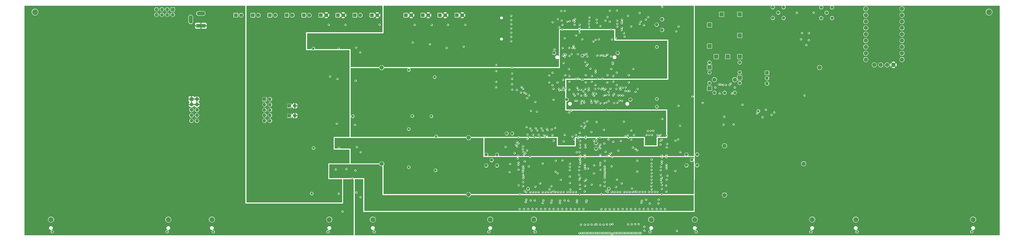
<source format=gbr>
G04 #@! TF.GenerationSoftware,KiCad,Pcbnew,5.1.10-88a1d61d58~88~ubuntu18.04.1*
G04 #@! TF.CreationDate,2021-08-13T15:43:30-04:00*
G04 #@! TF.ProjectId,readout_trenz,72656164-6f75-4745-9f74-72656e7a2e6b,rev?*
G04 #@! TF.SameCoordinates,Original*
G04 #@! TF.FileFunction,Copper,L5,Inr*
G04 #@! TF.FilePolarity,Positive*
%FSLAX46Y46*%
G04 Gerber Fmt 4.6, Leading zero omitted, Abs format (unit mm)*
G04 Created by KiCad (PCBNEW 5.1.10-88a1d61d58~88~ubuntu18.04.1) date 2021-08-13 15:43:30*
%MOMM*%
%LPD*%
G01*
G04 APERTURE LIST*
G04 #@! TA.AperFunction,ComponentPad*
%ADD10R,4.400000X1.800000*%
G04 #@! TD*
G04 #@! TA.AperFunction,ComponentPad*
%ADD11O,4.000000X1.800000*%
G04 #@! TD*
G04 #@! TA.AperFunction,ComponentPad*
%ADD12O,1.800000X4.000000*%
G04 #@! TD*
G04 #@! TA.AperFunction,ComponentPad*
%ADD13O,1.700000X1.700000*%
G04 #@! TD*
G04 #@! TA.AperFunction,ComponentPad*
%ADD14R,1.700000X1.700000*%
G04 #@! TD*
G04 #@! TA.AperFunction,ComponentPad*
%ADD15C,2.000000*%
G04 #@! TD*
G04 #@! TA.AperFunction,ComponentPad*
%ADD16C,1.400000*%
G04 #@! TD*
G04 #@! TA.AperFunction,WasherPad*
%ADD17C,2.794000*%
G04 #@! TD*
G04 #@! TA.AperFunction,WasherPad*
%ADD18C,2.000000*%
G04 #@! TD*
G04 #@! TA.AperFunction,ComponentPad*
%ADD19R,2.000000X2.000000*%
G04 #@! TD*
G04 #@! TA.AperFunction,ComponentPad*
%ADD20C,1.500000*%
G04 #@! TD*
G04 #@! TA.AperFunction,ComponentPad*
%ADD21C,1.620000*%
G04 #@! TD*
G04 #@! TA.AperFunction,ComponentPad*
%ADD22C,1.800000*%
G04 #@! TD*
G04 #@! TA.AperFunction,ComponentPad*
%ADD23R,1.800000X1.800000*%
G04 #@! TD*
G04 #@! TA.AperFunction,ComponentPad*
%ADD24C,1.100000*%
G04 #@! TD*
G04 #@! TA.AperFunction,ComponentPad*
%ADD25C,2.410000*%
G04 #@! TD*
G04 #@! TA.AperFunction,ComponentPad*
%ADD26C,1.524000*%
G04 #@! TD*
G04 #@! TA.AperFunction,ViaPad*
%ADD27C,1.270000*%
G04 #@! TD*
G04 #@! TA.AperFunction,ViaPad*
%ADD28C,0.635000*%
G04 #@! TD*
G04 #@! TA.AperFunction,Conductor*
%ADD29C,0.177800*%
G04 #@! TD*
G04 #@! TA.AperFunction,Conductor*
%ADD30C,0.100000*%
G04 #@! TD*
G04 #@! TA.AperFunction,Conductor*
%ADD31C,0.254000*%
G04 #@! TD*
G04 APERTURE END LIST*
D10*
X183560000Y-110000000D03*
D11*
X183560000Y-104200000D03*
D12*
X178760000Y-107000000D03*
D13*
X215981600Y-144705400D03*
X213441600Y-149785400D03*
X215981600Y-152325400D03*
X213441600Y-147245400D03*
X213441600Y-152325400D03*
X215981600Y-147245400D03*
X215981600Y-154865400D03*
D14*
X213441600Y-144690000D03*
D13*
X215981600Y-149785400D03*
X213441600Y-154865400D03*
X181692200Y-144692400D03*
X179152200Y-149772400D03*
X181692200Y-152312400D03*
X179152200Y-147232400D03*
X179152200Y-152312400D03*
X181692200Y-147232400D03*
X181692200Y-154852400D03*
D14*
X179152200Y-144690000D03*
D13*
X181692200Y-149772400D03*
X179152200Y-154850000D03*
D15*
X513500000Y-102000000D03*
X513500000Y-114000000D03*
X513500000Y-111000000D03*
X513500000Y-123000000D03*
X513500000Y-108000000D03*
X513500000Y-105000000D03*
X513500000Y-117000000D03*
X513500000Y-120000000D03*
X513500000Y-126000000D03*
X496500000Y-114000000D03*
X496500000Y-102000000D03*
X496500000Y-108000000D03*
X496500000Y-105000000D03*
X496500000Y-111000000D03*
X496500000Y-123000000D03*
X496500000Y-117000000D03*
X496500000Y-126000000D03*
X496500000Y-120000000D03*
X500500000Y-128500000D03*
X509500000Y-128500000D03*
X506500000Y-128500000D03*
X503500000Y-128500000D03*
D13*
X450000000Y-137310000D03*
X450000000Y-134770000D03*
D14*
X450000000Y-132230000D03*
D16*
X327460000Y-160900000D03*
X330000000Y-160900000D03*
X369500000Y-168040000D03*
X369500000Y-165500000D03*
D15*
X467230000Y-175200000D03*
X474760000Y-129750000D03*
X429990000Y-190000000D03*
X430010000Y-166740000D03*
X309520000Y-189780000D03*
X309550000Y-162860000D03*
X268610000Y-175230000D03*
X268590000Y-129750000D03*
D17*
X554500000Y-103570000D03*
X105500000Y-103570000D03*
D18*
X425250000Y-135480000D03*
X434850000Y-135480000D03*
D19*
X437175000Y-134580000D03*
X437175000Y-124580000D03*
X437175000Y-114580000D03*
X437175000Y-104580000D03*
D20*
X430050000Y-141680000D03*
X434850000Y-141680000D03*
X425250000Y-141680000D03*
D19*
X422925000Y-139580000D03*
X422925000Y-129580000D03*
X422925000Y-119580000D03*
X422925000Y-109580000D03*
X428600000Y-104580000D03*
X426100000Y-124580000D03*
X431500000Y-124580000D03*
D20*
X422925000Y-137080000D03*
X437175000Y-137080000D03*
X437175000Y-132080000D03*
X437175000Y-127380000D03*
X422925000Y-127380000D03*
X422925000Y-132080000D03*
X379675000Y-122850000D03*
X349725000Y-122850000D03*
X355725000Y-144850000D03*
X385675000Y-144850000D03*
D21*
X400550000Y-111950000D03*
X398050000Y-109450000D03*
X400550000Y-106950000D03*
D22*
X242540000Y-105000000D03*
D23*
X240000000Y-105000000D03*
D13*
X162680000Y-104840000D03*
X162680000Y-102300000D03*
X165220000Y-104840000D03*
X165220000Y-102300000D03*
X167760000Y-104840000D03*
X167760000Y-102300000D03*
X170300000Y-104840000D03*
D14*
X170300000Y-102300000D03*
D24*
X394875000Y-207380000D03*
D25*
X395500000Y-201600000D03*
D24*
X340875000Y-207380000D03*
D25*
X340250000Y-201600000D03*
D23*
X200000000Y-105000000D03*
D22*
X202540000Y-105000000D03*
X226540000Y-105000000D03*
D23*
X224000000Y-105000000D03*
D22*
X210540000Y-105000000D03*
D23*
X208000000Y-105000000D03*
X264000000Y-105000000D03*
D22*
X266540000Y-105000000D03*
X234540000Y-105000000D03*
D23*
X232000000Y-105000000D03*
X216000000Y-105000000D03*
D22*
X218540000Y-105000000D03*
D23*
X256000000Y-105000000D03*
D22*
X258540000Y-105000000D03*
X250540000Y-105000000D03*
D23*
X248000000Y-105000000D03*
D22*
X306540000Y-105000000D03*
D23*
X304000000Y-105000000D03*
X296000000Y-105000000D03*
D22*
X298540000Y-105000000D03*
X290540000Y-105000000D03*
D23*
X288000000Y-105000000D03*
X280000000Y-105000000D03*
D22*
X282540000Y-105000000D03*
D26*
X475520000Y-106390000D03*
X480600000Y-106390000D03*
X480600000Y-101310000D03*
X475520000Y-101310000D03*
X478060000Y-103850000D03*
X455240000Y-103800000D03*
X452700000Y-101260000D03*
X457780000Y-101260000D03*
X457780000Y-106340000D03*
X452700000Y-106340000D03*
X417110000Y-170860000D03*
X412030000Y-170860000D03*
X412030000Y-175940000D03*
X417110000Y-175940000D03*
X414570000Y-173400000D03*
X320350000Y-173480000D03*
X322890000Y-176020000D03*
X317810000Y-176020000D03*
X317810000Y-170940000D03*
X322890000Y-170940000D03*
D14*
X225210001Y-147809999D03*
D13*
X227750001Y-147809999D03*
X227750001Y-152459999D03*
D14*
X225210001Y-152459999D03*
D24*
X546375000Y-207380000D03*
D25*
X547000000Y-201600000D03*
D24*
X492375000Y-207380000D03*
D25*
X491750000Y-201600000D03*
D24*
X470625000Y-207380000D03*
D25*
X471250000Y-201600000D03*
D24*
X416625000Y-207380000D03*
D25*
X416000000Y-201600000D03*
X264500000Y-201600000D03*
D24*
X265125000Y-207380000D03*
D25*
X319750000Y-201600000D03*
D24*
X319125000Y-207380000D03*
X243375000Y-207380000D03*
D25*
X244000000Y-201600000D03*
D24*
X189375000Y-207380000D03*
D25*
X188750000Y-201600000D03*
X113000000Y-201600000D03*
D24*
X113625000Y-207380000D03*
D25*
X168250000Y-201600000D03*
D24*
X167625000Y-207380000D03*
D27*
X251575000Y-125925000D03*
X247475000Y-132025000D03*
X247325000Y-153325000D03*
X248550000Y-169450000D03*
X248500000Y-191000000D03*
D28*
X210600000Y-113100000D03*
X373306300Y-124200000D03*
X432988388Y-137381612D03*
X374093700Y-124200000D03*
X432431612Y-137938388D03*
X377380000Y-128073700D03*
X427474248Y-137752265D03*
X377380000Y-127286300D03*
X428261648Y-137752265D03*
D27*
X363060000Y-124090000D03*
X398110000Y-119980004D03*
D28*
X369470000Y-142080000D03*
X374298831Y-146241169D03*
D27*
X398110000Y-144540000D03*
X445920000Y-150320000D03*
X398110000Y-148200000D03*
D28*
X419730000Y-146480000D03*
X375440000Y-145550000D03*
X414788161Y-143388161D03*
X373193170Y-142955497D03*
X408240000Y-147775661D03*
X373193170Y-146570000D03*
X468500000Y-119100000D03*
X368199998Y-117400000D03*
X368225956Y-141637809D03*
X375536331Y-142600000D03*
X467700000Y-142970000D03*
X361740000Y-208000000D03*
X362440000Y-203965468D03*
X400000000Y-182700000D03*
X399925000Y-180450000D03*
X400475000Y-174025000D03*
X400400000Y-175075000D03*
X400400000Y-189625000D03*
X402780000Y-167420000D03*
X402916402Y-165806402D03*
X333000000Y-183577680D03*
X333000000Y-182022320D03*
X335050000Y-175350000D03*
X364175000Y-178575000D03*
X343427680Y-188500000D03*
X346700000Y-178900000D03*
X346700000Y-173700000D03*
X373880000Y-175340000D03*
X385100000Y-178800000D03*
X385100000Y-173700000D03*
X371420000Y-182032320D03*
X371410000Y-183567680D03*
X381827680Y-188530000D03*
X402575000Y-178575000D03*
X402625000Y-179550000D03*
X364200000Y-179600000D03*
X364190000Y-184415000D03*
X335300000Y-172750000D03*
X373700000Y-172720000D03*
X351450000Y-187175000D03*
X402560000Y-186380000D03*
X402565000Y-184445000D03*
D27*
X257300000Y-165200000D03*
D28*
X364274018Y-186551844D03*
X390580000Y-187130000D03*
D27*
X283000000Y-170800000D03*
X292000000Y-168780000D03*
D28*
X371460000Y-133700000D03*
X356900000Y-132050000D03*
X366933000Y-132050000D03*
X376839000Y-132050000D03*
X386872000Y-132050000D03*
X353725000Y-112821000D03*
X377450000Y-112375000D03*
X381410000Y-133700000D03*
X361410000Y-133700000D03*
X352250000Y-162320000D03*
X400015000Y-158455000D03*
X469625000Y-116800000D03*
D27*
X401925000Y-119700000D03*
D28*
X361600000Y-158460000D03*
X401990000Y-156270000D03*
X400730000Y-158140000D03*
D27*
X400770000Y-150990000D03*
D28*
X357002500Y-162117500D03*
X357800000Y-165530000D03*
D27*
X256975000Y-134025000D03*
D28*
X340890000Y-144750000D03*
X344020000Y-148360000D03*
X351460000Y-133300000D03*
X395580000Y-165140000D03*
X201175000Y-110325000D03*
D27*
X251500000Y-183500000D03*
X337500000Y-187000000D03*
X375500000Y-187000000D03*
X328000000Y-191000000D03*
X367500000Y-191000000D03*
X257675000Y-176675000D03*
D28*
X429770000Y-162330000D03*
X361070000Y-204040002D03*
X442590000Y-136000000D03*
X445430000Y-135980000D03*
X453465000Y-149675000D03*
D27*
X256790000Y-186750000D03*
D28*
X354752680Y-124650000D03*
X354210002Y-127580000D03*
X364925000Y-128850000D03*
X364425000Y-127075000D03*
X361061000Y-163068000D03*
X364617000Y-163068000D03*
X359431830Y-120550000D03*
X359283000Y-163703000D03*
X358925000Y-119500000D03*
X361696000Y-162306000D03*
X358394000Y-162306000D03*
X358395498Y-120475000D03*
X357950000Y-123375000D03*
X359975000Y-161575000D03*
X354711000Y-161544000D03*
X337225000Y-161385000D03*
X358930000Y-142190000D03*
X337875000Y-162525000D03*
X359450000Y-142920000D03*
X338525000Y-158415000D03*
X359718087Y-145371830D03*
X339180000Y-159520000D03*
X360530000Y-145371830D03*
X339825000Y-161505000D03*
X362445024Y-142960161D03*
X340475000Y-162685000D03*
X362540000Y-145440000D03*
X341125000Y-158385000D03*
X363690000Y-145530000D03*
X341780000Y-159400000D03*
X363920093Y-146300081D03*
X342430000Y-161470000D03*
X364133642Y-142829181D03*
X343075000Y-162595000D03*
X364878490Y-142990000D03*
X343725000Y-158375000D03*
X367100569Y-145389962D03*
X344370000Y-159460000D03*
X367400000Y-146340000D03*
X345020000Y-161620000D03*
X367950002Y-142380000D03*
X345680000Y-162510000D03*
X368540000Y-142980000D03*
X346325000Y-158655000D03*
X368920000Y-145400000D03*
X346720000Y-159330000D03*
X369450000Y-146341830D03*
X399770000Y-166070000D03*
X406850000Y-164275000D03*
X335250000Y-177250000D03*
X329050000Y-175250000D03*
X328800000Y-179050000D03*
X335064946Y-178948306D03*
X362075000Y-174025000D03*
X363475000Y-207995000D03*
X338535000Y-188555000D03*
X376925000Y-188515000D03*
X377895000Y-207995000D03*
X364290000Y-204030000D03*
X336700000Y-192230000D03*
X339840000Y-188555000D03*
X364275000Y-207985000D03*
X336420000Y-193280000D03*
X378230000Y-188515000D03*
X378695000Y-207985000D03*
X365065000Y-207995000D03*
X341135000Y-188555000D03*
X379525000Y-188515000D03*
X379485000Y-207995000D03*
X365870000Y-203940000D03*
X340680000Y-192530000D03*
X342440000Y-188555000D03*
X365865000Y-207985000D03*
X338800000Y-192510000D03*
X380830000Y-188515000D03*
X380285000Y-207985000D03*
X366665000Y-207995000D03*
X344365000Y-188555000D03*
X382755000Y-188515000D03*
X381085000Y-207995000D03*
X367480000Y-203950000D03*
X344780000Y-192520000D03*
X345670000Y-188555000D03*
X367465000Y-207985000D03*
X344510000Y-193720000D03*
X384060000Y-188515000D03*
X381885000Y-207985000D03*
X368255000Y-207995000D03*
X346965000Y-188555000D03*
X385355000Y-188515000D03*
X382675000Y-207995000D03*
X369010000Y-203940000D03*
X348765000Y-192515000D03*
X348270000Y-188555000D03*
X369055000Y-207985000D03*
X348440000Y-193650000D03*
X386660000Y-188515000D03*
X383475000Y-207985000D03*
X370675000Y-207995000D03*
X350245000Y-188525000D03*
X388635000Y-188485000D03*
X385095000Y-207995000D03*
X371475000Y-203950000D03*
X352540000Y-192620000D03*
X391090000Y-192730000D03*
X386307680Y-203830000D03*
X351550000Y-188525000D03*
X371475000Y-207985000D03*
X352530000Y-193810000D03*
X389940000Y-188485000D03*
X385895000Y-207985000D03*
X390850000Y-193610000D03*
X372265000Y-207995000D03*
X352845000Y-188525000D03*
X391235000Y-188485000D03*
X386685000Y-207995000D03*
X373080000Y-203960000D03*
X356550000Y-192690000D03*
X393080000Y-192190000D03*
X387937680Y-203800000D03*
X354150000Y-188525000D03*
X373065000Y-207985000D03*
X354720000Y-192515000D03*
X392540000Y-188485000D03*
X394790000Y-194010000D03*
X387485000Y-207985000D03*
X373865000Y-207995000D03*
X356075000Y-188525000D03*
X394465000Y-188485000D03*
X388285000Y-207995000D03*
X360620000Y-192510000D03*
X374665000Y-203865000D03*
X399010000Y-192200000D03*
X389593840Y-203743840D03*
X357380000Y-188525000D03*
X360530000Y-193420000D03*
X374665000Y-207985000D03*
X395770000Y-188485000D03*
X389085000Y-207985000D03*
X398860000Y-194000000D03*
X358675000Y-188525000D03*
X375455000Y-207995000D03*
X397065000Y-188485000D03*
X389875000Y-207995000D03*
X376270000Y-203920000D03*
X365130000Y-192515000D03*
X359980000Y-188525000D03*
X376255000Y-207985000D03*
X364940000Y-193280000D03*
X398370000Y-188485000D03*
X390675000Y-207985000D03*
X365525000Y-128100000D03*
X369275000Y-131100000D03*
X364983006Y-123295985D03*
X364200000Y-123540000D03*
X370130000Y-135040000D03*
X322460000Y-139000000D03*
X370330000Y-145650006D03*
X372410000Y-134970000D03*
X322490000Y-136400000D03*
X371500000Y-146590000D03*
X322480000Y-131380000D03*
X356849998Y-124180000D03*
X355231892Y-123591830D03*
X322470000Y-128450000D03*
X393175000Y-161545000D03*
X379450000Y-146304000D03*
X393825000Y-159585000D03*
X379950000Y-142848170D03*
X394475000Y-161525000D03*
X380510000Y-145401830D03*
X395120000Y-159590000D03*
X381060000Y-142848170D03*
X395775000Y-161575000D03*
X381660000Y-145401830D03*
X396425000Y-159555000D03*
X382100000Y-142870000D03*
X398375000Y-161575000D03*
X402800000Y-162000000D03*
X400420000Y-163842320D03*
X361820000Y-172950000D03*
X347585000Y-187165000D03*
X371470000Y-185360000D03*
X343150000Y-184450000D03*
X333100000Y-185350000D03*
X335100000Y-180250000D03*
X362100000Y-172150000D03*
X364180000Y-188250000D03*
X354290000Y-164620000D03*
X400630000Y-154040000D03*
X381550000Y-184450000D03*
X400500000Y-172150000D03*
X373500000Y-178250000D03*
X337850000Y-176400000D03*
X402560000Y-188280000D03*
X402625000Y-177475000D03*
X406850000Y-178600000D03*
X364205000Y-183275000D03*
X337560000Y-196620000D03*
X333560000Y-196620000D03*
X341560000Y-196610000D03*
X345560000Y-196610000D03*
X339610000Y-196640000D03*
X335610000Y-196640000D03*
X343610000Y-196630000D03*
X347610000Y-196630000D03*
X353610000Y-196650000D03*
X355610000Y-196650000D03*
X349610000Y-196650000D03*
X357610000Y-196640000D03*
X359610000Y-196640000D03*
X361610000Y-196640000D03*
X363610000Y-196640000D03*
X351610000Y-196650000D03*
X376010000Y-196660000D03*
X378010000Y-196660000D03*
X388010000Y-196650000D03*
X372010000Y-196660000D03*
X396010000Y-196640000D03*
X400010000Y-196640000D03*
X398010000Y-196640000D03*
X394010000Y-196650000D03*
X380010000Y-196650000D03*
X382010000Y-196650000D03*
X384010000Y-196650000D03*
X386010000Y-196650000D03*
X374010000Y-196660000D03*
X392010000Y-196650000D03*
X390010000Y-196650000D03*
X402010000Y-196640000D03*
X350500000Y-173750000D03*
X372040000Y-189490000D03*
X388900000Y-178850000D03*
X388900000Y-173750000D03*
X333680000Y-189530000D03*
X369865000Y-207985000D03*
X384285000Y-207995000D03*
X384667680Y-203870000D03*
X349430000Y-188241000D03*
X387830000Y-188301000D03*
X395600000Y-176450000D03*
X395600000Y-178025000D03*
X395550000Y-181075000D03*
X357175000Y-176625000D03*
X357150000Y-178125000D03*
X357150000Y-181200000D03*
X335550000Y-170800000D03*
X361823000Y-160528000D03*
X371478000Y-170945000D03*
X387350000Y-161544000D03*
X367284000Y-160147000D03*
X369705000Y-155456000D03*
X356743000Y-130429000D03*
X366801000Y-130200000D03*
X369219000Y-132050000D03*
X376682000Y-130302000D03*
X379252000Y-132050000D03*
X377600000Y-136300000D03*
X377571000Y-133700000D03*
X389028000Y-139800000D03*
X379068000Y-139800000D03*
X379250000Y-137950000D03*
X369035000Y-139800000D03*
X369189000Y-137922000D03*
X361061000Y-134874000D03*
X360172000Y-135001000D03*
X367440000Y-136300000D03*
X367569000Y-133700000D03*
X348996000Y-132080000D03*
X347472000Y-133350000D03*
X347424000Y-136700000D03*
X348996000Y-138049000D03*
X374729000Y-136700000D03*
X374854000Y-133300000D03*
X384887000Y-133300000D03*
X384889000Y-136700000D03*
X364667000Y-133300000D03*
X364665000Y-136700000D03*
X354915000Y-133300000D03*
X408345000Y-110295000D03*
X400585000Y-101120000D03*
X356899991Y-136300000D03*
X356899991Y-133700000D03*
X356899991Y-140125000D03*
X360075000Y-114525000D03*
X354775000Y-115850000D03*
X353110000Y-102965000D03*
X363000000Y-116350000D03*
X353625000Y-109525000D03*
X353600000Y-111800000D03*
X361825000Y-109471000D03*
X361675000Y-111000000D03*
X361675000Y-113125000D03*
X366325000Y-106005000D03*
X366300000Y-107655000D03*
X366200000Y-109070000D03*
X369825000Y-107000000D03*
X378800000Y-115800000D03*
X371475000Y-110100000D03*
X376525000Y-111700000D03*
X384500000Y-105265000D03*
X390000000Y-103900000D03*
X379500000Y-109030000D03*
X381660000Y-111000000D03*
X382600000Y-113450000D03*
X434290000Y-156730000D03*
X429600000Y-156770000D03*
X386994000Y-130288170D03*
X349900000Y-121180000D03*
X329550000Y-105240000D03*
X329550000Y-107240000D03*
X329550000Y-109240000D03*
X329550000Y-111240000D03*
X329550000Y-113240000D03*
X329550000Y-115240000D03*
X329550000Y-117240000D03*
X329980000Y-129820000D03*
X329980000Y-132520000D03*
X329980000Y-135020000D03*
X329980000Y-140120000D03*
X434870000Y-139180000D03*
X425720000Y-139200000D03*
X376900000Y-116381830D03*
X329970000Y-137540000D03*
X409030000Y-157250000D03*
X353720000Y-120510000D03*
X356840000Y-120420000D03*
X375348170Y-163700000D03*
X337213914Y-163386087D03*
X332320000Y-166970000D03*
X332611000Y-172640000D03*
X335920000Y-174020000D03*
X332960000Y-174630000D03*
X332920000Y-175600000D03*
X335140000Y-183830000D03*
X364350000Y-177560000D03*
X364200000Y-175650000D03*
X371411000Y-167860000D03*
X373639000Y-173760000D03*
X371525000Y-174675000D03*
X371330000Y-175860000D03*
X373510000Y-183790000D03*
X402469000Y-185510000D03*
X400210000Y-183900000D03*
X402770000Y-182680000D03*
X402580000Y-176620000D03*
X402579000Y-175650000D03*
X402620000Y-171100000D03*
X399770000Y-161450000D03*
X333021000Y-162650000D03*
X335040000Y-168190000D03*
X371390000Y-162670000D03*
X364220000Y-176690000D03*
X360950000Y-123370000D03*
X365440000Y-124480000D03*
X372420000Y-123960000D03*
X371420000Y-124000000D03*
X369990000Y-124000002D03*
X374826000Y-123530000D03*
X376530000Y-124360000D03*
X248300000Y-120810000D03*
X256525000Y-120325000D03*
X258440000Y-122430000D03*
X244290000Y-133970000D03*
X256340000Y-135930000D03*
X247720000Y-135100000D03*
X256035000Y-156775000D03*
X247490000Y-156190000D03*
X248500000Y-167740000D03*
X256970000Y-167250000D03*
X258640000Y-169650000D03*
X256325000Y-178425000D03*
X254830000Y-182110000D03*
X248370000Y-189320000D03*
X256800000Y-188820000D03*
X258690000Y-191030000D03*
D27*
X235710000Y-189250000D03*
X236560000Y-167700000D03*
X236450000Y-120780000D03*
D28*
X250237500Y-197762500D03*
X377960000Y-146499986D03*
X466475000Y-113475000D03*
X464075000Y-103860000D03*
X471905000Y-103850000D03*
X466000000Y-116400000D03*
X247075000Y-177925000D03*
X252070000Y-177700000D03*
X362670000Y-208000000D03*
X392280000Y-205000000D03*
X392300000Y-206800000D03*
X365670000Y-177470000D03*
X346290000Y-161960000D03*
X378875000Y-186085000D03*
X340975000Y-185995000D03*
X367420000Y-184980000D03*
X366175000Y-110595000D03*
X364290000Y-185650000D03*
X357200000Y-184230000D03*
X395610000Y-184150000D03*
X379450000Y-110370000D03*
X359310000Y-109436000D03*
X364235000Y-172075000D03*
X362060000Y-171270000D03*
X364236000Y-170941966D03*
X402615000Y-172075000D03*
X400460000Y-171250000D03*
X384470000Y-161630000D03*
X333020000Y-177940000D03*
X335110000Y-178120000D03*
X335265000Y-181175000D03*
X371500000Y-177960000D03*
X373579000Y-181820000D03*
X373560000Y-180940000D03*
X373640000Y-180020000D03*
X335280000Y-182050000D03*
X350160000Y-158210000D03*
X348630000Y-158930000D03*
X386040000Y-163768170D03*
X374350000Y-149600000D03*
X377290000Y-203700000D03*
X377089998Y-208349998D03*
X369840002Y-203850000D03*
X385980000Y-110270000D03*
X376005000Y-102785000D03*
X369810000Y-108550000D03*
X379285000Y-102795000D03*
X382905000Y-115095000D03*
X349080000Y-108300000D03*
X354770000Y-102920000D03*
X409150000Y-169660000D03*
X360930000Y-142170000D03*
X449455000Y-149675000D03*
X362450000Y-146650000D03*
X364360000Y-141970000D03*
X374226708Y-142653045D03*
X438438170Y-147315000D03*
X243700000Y-109460000D03*
X251550000Y-109510000D03*
X267650000Y-109450000D03*
X284150000Y-109530000D03*
X292160000Y-109560000D03*
X299830000Y-109520000D03*
X307940000Y-109510000D03*
X338845000Y-150115000D03*
X341645000Y-150535000D03*
X340900000Y-145930000D03*
X429850000Y-153020000D03*
X386420000Y-186770000D03*
X453375000Y-150975000D03*
X447900000Y-153200000D03*
X350450000Y-178900000D03*
X326905000Y-167195000D03*
X376805000Y-176365000D03*
X353975000Y-135525000D03*
D27*
X293950000Y-178250000D03*
X281355000Y-176800000D03*
X293550000Y-134250000D03*
X281400000Y-130855000D03*
X281355000Y-158800000D03*
X294250000Y-162250000D03*
D28*
X335925000Y-188079510D03*
X374325000Y-188079510D03*
X348940000Y-161630000D03*
X386025000Y-159425000D03*
D27*
X255000000Y-152700000D03*
X283000000Y-152600000D03*
X292000000Y-152700000D03*
D28*
X373500000Y-185725000D03*
X400375000Y-181825000D03*
X395479000Y-185675000D03*
X381650000Y-108000000D03*
X390475000Y-108000000D03*
X381675000Y-107000000D03*
X395600000Y-174975000D03*
X392975000Y-107000000D03*
X430650000Y-137980000D03*
X433450000Y-141980000D03*
X359300000Y-108000000D03*
X352125000Y-110700000D03*
X348450000Y-185750000D03*
X407575000Y-206925000D03*
X407250000Y-112625000D03*
X354040000Y-124040000D03*
X299220000Y-120430000D03*
X354460000Y-123390000D03*
X307210000Y-119790000D03*
X369220000Y-116620000D03*
X291290000Y-118620000D03*
X377550253Y-142882034D03*
X370800000Y-116370000D03*
X283232491Y-117877509D03*
X377940000Y-142190000D03*
X399770000Y-164330000D03*
X408100000Y-163675000D03*
X388874000Y-168783000D03*
X388112000Y-141121830D03*
X386831839Y-167502839D03*
X384358598Y-140819337D03*
X387985000Y-168148000D03*
X385270685Y-140819337D03*
X376500000Y-170125000D03*
X383349500Y-139128500D03*
X384810000Y-162941000D03*
X381000000Y-140080998D03*
X381127000Y-164338000D03*
X382025000Y-139183000D03*
X382618161Y-155288161D03*
X373201830Y-159131000D03*
X383274339Y-162167339D03*
X399025000Y-162170000D03*
X383286000Y-140819337D03*
X377582844Y-164757835D03*
X380725000Y-139171000D03*
X379984000Y-168910000D03*
X381550000Y-112000000D03*
X361650000Y-112000000D03*
X381600000Y-108780000D03*
X374980000Y-188510000D03*
X399925000Y-178125000D03*
X399995000Y-176595000D03*
X403000000Y-180800000D03*
X400450000Y-185225000D03*
X395607000Y-187200000D03*
X379425000Y-107500000D03*
X390000000Y-109125000D03*
X374850000Y-105850000D03*
X395625000Y-173175000D03*
X394000000Y-105850000D03*
X373850000Y-107500000D03*
X392043161Y-109643161D03*
X395625000Y-179575000D03*
X375950000Y-108000000D03*
X395550000Y-182625000D03*
X379350000Y-182625000D03*
X429350000Y-138020000D03*
X427745000Y-141975000D03*
X361870000Y-185070000D03*
X358675000Y-107475000D03*
X357350000Y-187300000D03*
X357025000Y-107800000D03*
X353625000Y-173550000D03*
X400375000Y-187025000D03*
X361575000Y-182700000D03*
X361525000Y-180450000D03*
X361850000Y-189787680D03*
X361975000Y-187025000D03*
X377063000Y-172085000D03*
X376260117Y-139740883D03*
X374781839Y-171445161D03*
X373989371Y-139771886D03*
X375818161Y-170789839D03*
X375412000Y-141138397D03*
X373943161Y-169489839D03*
X373332334Y-140270542D03*
X370675000Y-139522320D03*
X370900000Y-167200000D03*
X371425000Y-166225000D03*
X372025000Y-139900000D03*
X372675000Y-139350000D03*
X373400004Y-165575000D03*
X445330000Y-151470000D03*
X357790000Y-150160000D03*
X356810000Y-150910000D03*
X452150000Y-152130000D03*
X335100000Y-185725000D03*
X336580000Y-188550000D03*
X361975000Y-181825000D03*
X361525000Y-178125000D03*
X361595000Y-176595000D03*
X364800000Y-182700000D03*
X359550000Y-106875000D03*
X351425000Y-106875000D03*
X344325000Y-175050000D03*
X357200000Y-175075000D03*
X353300000Y-107500000D03*
X351450000Y-179675000D03*
X355925000Y-108000000D03*
X352875000Y-182700000D03*
X362000000Y-175075000D03*
X364450000Y-166225000D03*
X364530000Y-167420000D03*
X361940000Y-166120000D03*
X368450000Y-164300000D03*
X361940000Y-164380000D03*
X369700000Y-163675000D03*
X368550000Y-175950000D03*
X373625000Y-177275000D03*
X373700000Y-179150000D03*
X368500000Y-179700000D03*
X355275000Y-139502000D03*
X338455000Y-171958000D03*
X337947000Y-142875000D03*
X353950000Y-139250000D03*
X332740000Y-171450000D03*
X334391000Y-138938000D03*
X354625000Y-140294000D03*
X336550000Y-142113000D03*
X336232501Y-170116501D03*
X331125000Y-170150000D03*
X353325000Y-140324000D03*
X335153000Y-169439500D03*
X335661000Y-141478000D03*
X337016000Y-168825000D03*
X337058000Y-144145000D03*
X360553000Y-139192000D03*
X335125010Y-166875000D03*
X335100000Y-139775000D03*
X349450000Y-139775000D03*
X332250000Y-140325004D03*
X331824990Y-166225000D03*
X352044000Y-139700000D03*
X352298000Y-140462000D03*
X334137000Y-141478000D03*
X332900000Y-165575000D03*
X332350000Y-164925000D03*
X349504000Y-144907000D03*
X349500000Y-164275000D03*
X336804000Y-157861000D03*
X361188000Y-140208000D03*
X362525004Y-157300000D03*
X362450000Y-140200000D03*
X363817155Y-158205949D03*
X364625000Y-162275000D03*
X363516098Y-140861830D03*
X362000000Y-167525000D03*
X364391099Y-139783903D03*
X360450000Y-169684011D03*
X365930000Y-140500000D03*
X366050000Y-139550000D03*
X361708120Y-169686939D03*
X362625000Y-135350000D03*
X364000000Y-155780000D03*
X363400000Y-135375000D03*
X365357499Y-155081839D03*
X356900000Y-138019000D03*
X366933000Y-138019000D03*
X376839000Y-138019000D03*
X386872000Y-138019000D03*
X408510000Y-112535000D03*
X404275000Y-158875000D03*
X359960000Y-139870000D03*
X379430000Y-111500000D03*
X409150000Y-165220000D03*
X469725000Y-113450000D03*
D27*
X413475000Y-112825000D03*
D28*
X364363669Y-157275000D03*
X371390000Y-136300000D03*
X351390000Y-136700000D03*
X327045000Y-165145000D03*
X335100000Y-176327680D03*
X333100000Y-163600000D03*
X362100000Y-170400000D03*
X373500000Y-176327680D03*
X400500000Y-170400000D03*
X351250000Y-126220000D03*
X351230000Y-127400000D03*
X322870000Y-116340000D03*
D27*
X257165000Y-118275000D03*
D28*
X371490000Y-163590000D03*
D27*
X281355000Y-127100000D03*
X293550000Y-127750000D03*
X337490000Y-170820000D03*
X368040000Y-170830000D03*
D28*
X359220000Y-110910000D03*
D29*
X451900957Y-100604242D02*
X451788378Y-100772728D01*
X451710833Y-100959939D01*
X451671300Y-101158682D01*
X451671300Y-101361318D01*
X451710833Y-101560061D01*
X451788378Y-101747272D01*
X451900957Y-101915758D01*
X452044242Y-102059043D01*
X452212728Y-102171622D01*
X452399939Y-102249167D01*
X452598682Y-102288700D01*
X452801318Y-102288700D01*
X453000061Y-102249167D01*
X453187272Y-102171622D01*
X453355758Y-102059043D01*
X453499043Y-101915758D01*
X453611622Y-101747272D01*
X453689167Y-101560061D01*
X453728700Y-101361318D01*
X453728700Y-101158682D01*
X453689167Y-100959939D01*
X453611622Y-100772728D01*
X453499043Y-100604242D01*
X453483701Y-100588900D01*
X456996299Y-100588900D01*
X456980957Y-100604242D01*
X456868378Y-100772728D01*
X456790833Y-100959939D01*
X456751300Y-101158682D01*
X456751300Y-101361318D01*
X456790833Y-101560061D01*
X456868378Y-101747272D01*
X456980957Y-101915758D01*
X457124242Y-102059043D01*
X457292728Y-102171622D01*
X457479939Y-102249167D01*
X457678682Y-102288700D01*
X457881318Y-102288700D01*
X458080061Y-102249167D01*
X458267272Y-102171622D01*
X458435758Y-102059043D01*
X458579043Y-101915758D01*
X458691622Y-101747272D01*
X458769167Y-101560061D01*
X458808700Y-101361318D01*
X458808700Y-101158682D01*
X458769167Y-100959939D01*
X458691622Y-100772728D01*
X458579043Y-100604242D01*
X458563701Y-100588900D01*
X474786299Y-100588900D01*
X474720957Y-100654242D01*
X474608378Y-100822728D01*
X474530833Y-101009939D01*
X474491300Y-101208682D01*
X474491300Y-101411318D01*
X474530833Y-101610061D01*
X474608378Y-101797272D01*
X474720957Y-101965758D01*
X474864242Y-102109043D01*
X475032728Y-102221622D01*
X475219939Y-102299167D01*
X475418682Y-102338700D01*
X475621318Y-102338700D01*
X475820061Y-102299167D01*
X476007272Y-102221622D01*
X476175758Y-102109043D01*
X476319043Y-101965758D01*
X476431622Y-101797272D01*
X476509167Y-101610061D01*
X476548700Y-101411318D01*
X476548700Y-101208682D01*
X476509167Y-101009939D01*
X476431622Y-100822728D01*
X476319043Y-100654242D01*
X476253701Y-100588900D01*
X479866299Y-100588900D01*
X479800957Y-100654242D01*
X479688378Y-100822728D01*
X479610833Y-101009939D01*
X479571300Y-101208682D01*
X479571300Y-101411318D01*
X479610833Y-101610061D01*
X479688378Y-101797272D01*
X479800957Y-101965758D01*
X479944242Y-102109043D01*
X480112728Y-102221622D01*
X480299939Y-102299167D01*
X480498682Y-102338700D01*
X480701318Y-102338700D01*
X480900061Y-102299167D01*
X481087272Y-102221622D01*
X481255758Y-102109043D01*
X481399043Y-101965758D01*
X481459524Y-101875241D01*
X495233300Y-101875241D01*
X495233300Y-102124759D01*
X495281979Y-102369483D01*
X495377465Y-102600007D01*
X495516090Y-102807474D01*
X495692526Y-102983910D01*
X495899993Y-103122535D01*
X496130517Y-103218021D01*
X496375241Y-103266700D01*
X496624759Y-103266700D01*
X496869483Y-103218021D01*
X497100007Y-103122535D01*
X497307474Y-102983910D01*
X497483910Y-102807474D01*
X497622535Y-102600007D01*
X497718021Y-102369483D01*
X497766700Y-102124759D01*
X497766700Y-101875241D01*
X512233300Y-101875241D01*
X512233300Y-102124759D01*
X512281979Y-102369483D01*
X512377465Y-102600007D01*
X512516090Y-102807474D01*
X512692526Y-102983910D01*
X512899993Y-103122535D01*
X513130517Y-103218021D01*
X513375241Y-103266700D01*
X513624759Y-103266700D01*
X513869483Y-103218021D01*
X514100007Y-103122535D01*
X514307474Y-102983910D01*
X514483910Y-102807474D01*
X514622535Y-102600007D01*
X514718021Y-102369483D01*
X514766700Y-102124759D01*
X514766700Y-101875241D01*
X514718021Y-101630517D01*
X514622535Y-101399993D01*
X514483910Y-101192526D01*
X514307474Y-101016090D01*
X514100007Y-100877465D01*
X513869483Y-100781979D01*
X513624759Y-100733300D01*
X513375241Y-100733300D01*
X513130517Y-100781979D01*
X512899993Y-100877465D01*
X512692526Y-101016090D01*
X512516090Y-101192526D01*
X512377465Y-101399993D01*
X512281979Y-101630517D01*
X512233300Y-101875241D01*
X497766700Y-101875241D01*
X497718021Y-101630517D01*
X497622535Y-101399993D01*
X497483910Y-101192526D01*
X497307474Y-101016090D01*
X497100007Y-100877465D01*
X496869483Y-100781979D01*
X496624759Y-100733300D01*
X496375241Y-100733300D01*
X496130517Y-100781979D01*
X495899993Y-100877465D01*
X495692526Y-101016090D01*
X495516090Y-101192526D01*
X495377465Y-101399993D01*
X495281979Y-101630517D01*
X495233300Y-101875241D01*
X481459524Y-101875241D01*
X481511622Y-101797272D01*
X481589167Y-101610061D01*
X481628700Y-101411318D01*
X481628700Y-101208682D01*
X481589167Y-101009939D01*
X481511622Y-100822728D01*
X481399043Y-100654242D01*
X481333701Y-100588900D01*
X559411100Y-100588900D01*
X559411100Y-208911100D01*
X377261967Y-208911100D01*
X377366721Y-208867710D01*
X377462404Y-208803776D01*
X377543776Y-208722404D01*
X377607710Y-208626721D01*
X377649566Y-208525672D01*
X377724595Y-208556750D01*
X377837461Y-208579200D01*
X377952539Y-208579200D01*
X378065405Y-208556750D01*
X378171723Y-208512712D01*
X378267406Y-208448778D01*
X378300000Y-208416184D01*
X378322594Y-208438778D01*
X378418277Y-208502712D01*
X378524595Y-208546750D01*
X378637461Y-208569200D01*
X378752539Y-208569200D01*
X378865405Y-208546750D01*
X378971723Y-208502712D01*
X379067406Y-208438778D01*
X379085000Y-208421184D01*
X379112594Y-208448778D01*
X379208277Y-208512712D01*
X379314595Y-208556750D01*
X379427461Y-208579200D01*
X379542539Y-208579200D01*
X379655405Y-208556750D01*
X379761723Y-208512712D01*
X379857406Y-208448778D01*
X379890000Y-208416184D01*
X379912594Y-208438778D01*
X380008277Y-208502712D01*
X380114595Y-208546750D01*
X380227461Y-208569200D01*
X380342539Y-208569200D01*
X380455405Y-208546750D01*
X380561723Y-208502712D01*
X380657406Y-208438778D01*
X380680000Y-208416184D01*
X380712594Y-208448778D01*
X380808277Y-208512712D01*
X380914595Y-208556750D01*
X381027461Y-208579200D01*
X381142539Y-208579200D01*
X381255405Y-208556750D01*
X381361723Y-208512712D01*
X381457406Y-208448778D01*
X381490000Y-208416184D01*
X381512594Y-208438778D01*
X381608277Y-208502712D01*
X381714595Y-208546750D01*
X381827461Y-208569200D01*
X381942539Y-208569200D01*
X382055405Y-208546750D01*
X382161723Y-208502712D01*
X382257406Y-208438778D01*
X382275000Y-208421184D01*
X382302594Y-208448778D01*
X382398277Y-208512712D01*
X382504595Y-208556750D01*
X382617461Y-208579200D01*
X382732539Y-208579200D01*
X382845405Y-208556750D01*
X382951723Y-208512712D01*
X383047406Y-208448778D01*
X383080000Y-208416184D01*
X383102594Y-208438778D01*
X383198277Y-208502712D01*
X383304595Y-208546750D01*
X383417461Y-208569200D01*
X383532539Y-208569200D01*
X383645405Y-208546750D01*
X383751723Y-208502712D01*
X383847406Y-208438778D01*
X383875000Y-208411184D01*
X383912594Y-208448778D01*
X384008277Y-208512712D01*
X384114595Y-208556750D01*
X384227461Y-208579200D01*
X384342539Y-208579200D01*
X384455405Y-208556750D01*
X384561723Y-208512712D01*
X384657406Y-208448778D01*
X384690000Y-208416184D01*
X384722594Y-208448778D01*
X384818277Y-208512712D01*
X384924595Y-208556750D01*
X385037461Y-208579200D01*
X385152539Y-208579200D01*
X385265405Y-208556750D01*
X385371723Y-208512712D01*
X385467406Y-208448778D01*
X385500000Y-208416184D01*
X385522594Y-208438778D01*
X385618277Y-208502712D01*
X385724595Y-208546750D01*
X385837461Y-208569200D01*
X385952539Y-208569200D01*
X386065405Y-208546750D01*
X386171723Y-208502712D01*
X386267406Y-208438778D01*
X386285000Y-208421184D01*
X386312594Y-208448778D01*
X386408277Y-208512712D01*
X386514595Y-208556750D01*
X386627461Y-208579200D01*
X386742539Y-208579200D01*
X386855405Y-208556750D01*
X386961723Y-208512712D01*
X387057406Y-208448778D01*
X387090000Y-208416184D01*
X387112594Y-208438778D01*
X387208277Y-208502712D01*
X387314595Y-208546750D01*
X387427461Y-208569200D01*
X387542539Y-208569200D01*
X387655405Y-208546750D01*
X387761723Y-208502712D01*
X387857406Y-208438778D01*
X387880000Y-208416184D01*
X387912594Y-208448778D01*
X388008277Y-208512712D01*
X388114595Y-208556750D01*
X388227461Y-208579200D01*
X388342539Y-208579200D01*
X388455405Y-208556750D01*
X388561723Y-208512712D01*
X388657406Y-208448778D01*
X388690000Y-208416184D01*
X388712594Y-208438778D01*
X388808277Y-208502712D01*
X388914595Y-208546750D01*
X389027461Y-208569200D01*
X389142539Y-208569200D01*
X389255405Y-208546750D01*
X389361723Y-208502712D01*
X389457406Y-208438778D01*
X389475000Y-208421184D01*
X389502594Y-208448778D01*
X389598277Y-208512712D01*
X389704595Y-208556750D01*
X389817461Y-208579200D01*
X389932539Y-208579200D01*
X390045405Y-208556750D01*
X390151723Y-208512712D01*
X390247406Y-208448778D01*
X390280000Y-208416184D01*
X390302594Y-208438778D01*
X390398277Y-208502712D01*
X390504595Y-208546750D01*
X390617461Y-208569200D01*
X390732539Y-208569200D01*
X390845405Y-208546750D01*
X390951723Y-208502712D01*
X391047406Y-208438778D01*
X391128778Y-208357406D01*
X391192712Y-208261723D01*
X391236750Y-208155405D01*
X391259200Y-208042539D01*
X391259200Y-207927461D01*
X391236750Y-207814595D01*
X391192712Y-207708277D01*
X391128778Y-207612594D01*
X391047406Y-207531222D01*
X390951723Y-207467288D01*
X390845405Y-207423250D01*
X390732539Y-207400800D01*
X390617461Y-207400800D01*
X390504595Y-207423250D01*
X390398277Y-207467288D01*
X390302594Y-207531222D01*
X390270000Y-207563816D01*
X390247406Y-207541222D01*
X390151723Y-207477288D01*
X390045405Y-207433250D01*
X389932539Y-207410800D01*
X389817461Y-207410800D01*
X389704595Y-207433250D01*
X389598277Y-207477288D01*
X389502594Y-207541222D01*
X389485000Y-207558816D01*
X389457406Y-207531222D01*
X389361723Y-207467288D01*
X389255405Y-207423250D01*
X389142539Y-207400800D01*
X389027461Y-207400800D01*
X388914595Y-207423250D01*
X388808277Y-207467288D01*
X388712594Y-207531222D01*
X388680000Y-207563816D01*
X388657406Y-207541222D01*
X388561723Y-207477288D01*
X388455405Y-207433250D01*
X388342539Y-207410800D01*
X388227461Y-207410800D01*
X388114595Y-207433250D01*
X388008277Y-207477288D01*
X387912594Y-207541222D01*
X387890000Y-207563816D01*
X387857406Y-207531222D01*
X387761723Y-207467288D01*
X387655405Y-207423250D01*
X387542539Y-207400800D01*
X387427461Y-207400800D01*
X387314595Y-207423250D01*
X387208277Y-207467288D01*
X387112594Y-207531222D01*
X387080000Y-207563816D01*
X387057406Y-207541222D01*
X386961723Y-207477288D01*
X386855405Y-207433250D01*
X386742539Y-207410800D01*
X386627461Y-207410800D01*
X386514595Y-207433250D01*
X386408277Y-207477288D01*
X386312594Y-207541222D01*
X386295000Y-207558816D01*
X386267406Y-207531222D01*
X386171723Y-207467288D01*
X386065405Y-207423250D01*
X385952539Y-207400800D01*
X385837461Y-207400800D01*
X385724595Y-207423250D01*
X385618277Y-207467288D01*
X385522594Y-207531222D01*
X385490000Y-207563816D01*
X385467406Y-207541222D01*
X385371723Y-207477288D01*
X385265405Y-207433250D01*
X385152539Y-207410800D01*
X385037461Y-207410800D01*
X384924595Y-207433250D01*
X384818277Y-207477288D01*
X384722594Y-207541222D01*
X384690000Y-207573816D01*
X384657406Y-207541222D01*
X384561723Y-207477288D01*
X384455405Y-207433250D01*
X384342539Y-207410800D01*
X384227461Y-207410800D01*
X384114595Y-207433250D01*
X384008277Y-207477288D01*
X383912594Y-207541222D01*
X383885000Y-207568816D01*
X383847406Y-207531222D01*
X383751723Y-207467288D01*
X383645405Y-207423250D01*
X383532539Y-207400800D01*
X383417461Y-207400800D01*
X383304595Y-207423250D01*
X383198277Y-207467288D01*
X383102594Y-207531222D01*
X383070000Y-207563816D01*
X383047406Y-207541222D01*
X382951723Y-207477288D01*
X382845405Y-207433250D01*
X382732539Y-207410800D01*
X382617461Y-207410800D01*
X382504595Y-207433250D01*
X382398277Y-207477288D01*
X382302594Y-207541222D01*
X382285000Y-207558816D01*
X382257406Y-207531222D01*
X382161723Y-207467288D01*
X382055405Y-207423250D01*
X381942539Y-207400800D01*
X381827461Y-207400800D01*
X381714595Y-207423250D01*
X381608277Y-207467288D01*
X381512594Y-207531222D01*
X381480000Y-207563816D01*
X381457406Y-207541222D01*
X381361723Y-207477288D01*
X381255405Y-207433250D01*
X381142539Y-207410800D01*
X381027461Y-207410800D01*
X380914595Y-207433250D01*
X380808277Y-207477288D01*
X380712594Y-207541222D01*
X380690000Y-207563816D01*
X380657406Y-207531222D01*
X380561723Y-207467288D01*
X380455405Y-207423250D01*
X380342539Y-207400800D01*
X380227461Y-207400800D01*
X380114595Y-207423250D01*
X380008277Y-207467288D01*
X379912594Y-207531222D01*
X379880000Y-207563816D01*
X379857406Y-207541222D01*
X379761723Y-207477288D01*
X379655405Y-207433250D01*
X379542539Y-207410800D01*
X379427461Y-207410800D01*
X379314595Y-207433250D01*
X379208277Y-207477288D01*
X379112594Y-207541222D01*
X379095000Y-207558816D01*
X379067406Y-207531222D01*
X378971723Y-207467288D01*
X378865405Y-207423250D01*
X378752539Y-207400800D01*
X378637461Y-207400800D01*
X378524595Y-207423250D01*
X378418277Y-207467288D01*
X378322594Y-207531222D01*
X378290000Y-207563816D01*
X378267406Y-207541222D01*
X378171723Y-207477288D01*
X378065405Y-207433250D01*
X377952539Y-207410800D01*
X377837461Y-207410800D01*
X377724595Y-207433250D01*
X377618277Y-207477288D01*
X377522594Y-207541222D01*
X377441222Y-207622594D01*
X377377288Y-207718277D01*
X377335432Y-207819326D01*
X377260403Y-207788248D01*
X377147537Y-207765798D01*
X377032459Y-207765798D01*
X376919593Y-207788248D01*
X376819737Y-207829610D01*
X376816750Y-207814595D01*
X376772712Y-207708277D01*
X376708778Y-207612594D01*
X376627406Y-207531222D01*
X376531723Y-207467288D01*
X376425405Y-207423250D01*
X376312539Y-207400800D01*
X376197461Y-207400800D01*
X376084595Y-207423250D01*
X375978277Y-207467288D01*
X375882594Y-207531222D01*
X375850000Y-207563816D01*
X375827406Y-207541222D01*
X375731723Y-207477288D01*
X375625405Y-207433250D01*
X375512539Y-207410800D01*
X375397461Y-207410800D01*
X375284595Y-207433250D01*
X375178277Y-207477288D01*
X375082594Y-207541222D01*
X375065000Y-207558816D01*
X375037406Y-207531222D01*
X374941723Y-207467288D01*
X374835405Y-207423250D01*
X374722539Y-207400800D01*
X374607461Y-207400800D01*
X374494595Y-207423250D01*
X374388277Y-207467288D01*
X374292594Y-207531222D01*
X374260000Y-207563816D01*
X374237406Y-207541222D01*
X374141723Y-207477288D01*
X374035405Y-207433250D01*
X373922539Y-207410800D01*
X373807461Y-207410800D01*
X373694595Y-207433250D01*
X373588277Y-207477288D01*
X373492594Y-207541222D01*
X373470000Y-207563816D01*
X373437406Y-207531222D01*
X373341723Y-207467288D01*
X373235405Y-207423250D01*
X373122539Y-207400800D01*
X373007461Y-207400800D01*
X372894595Y-207423250D01*
X372788277Y-207467288D01*
X372692594Y-207531222D01*
X372660000Y-207563816D01*
X372637406Y-207541222D01*
X372541723Y-207477288D01*
X372435405Y-207433250D01*
X372322539Y-207410800D01*
X372207461Y-207410800D01*
X372094595Y-207433250D01*
X371988277Y-207477288D01*
X371892594Y-207541222D01*
X371875000Y-207558816D01*
X371847406Y-207531222D01*
X371751723Y-207467288D01*
X371645405Y-207423250D01*
X371532539Y-207400800D01*
X371417461Y-207400800D01*
X371304595Y-207423250D01*
X371198277Y-207467288D01*
X371102594Y-207531222D01*
X371070000Y-207563816D01*
X371047406Y-207541222D01*
X370951723Y-207477288D01*
X370845405Y-207433250D01*
X370732539Y-207410800D01*
X370617461Y-207410800D01*
X370504595Y-207433250D01*
X370398277Y-207477288D01*
X370302594Y-207541222D01*
X370275000Y-207568816D01*
X370237406Y-207531222D01*
X370141723Y-207467288D01*
X370035405Y-207423250D01*
X369922539Y-207400800D01*
X369807461Y-207400800D01*
X369694595Y-207423250D01*
X369588277Y-207467288D01*
X369492594Y-207531222D01*
X369460000Y-207563816D01*
X369427406Y-207531222D01*
X369331723Y-207467288D01*
X369225405Y-207423250D01*
X369112539Y-207400800D01*
X368997461Y-207400800D01*
X368884595Y-207423250D01*
X368778277Y-207467288D01*
X368682594Y-207531222D01*
X368650000Y-207563816D01*
X368627406Y-207541222D01*
X368531723Y-207477288D01*
X368425405Y-207433250D01*
X368312539Y-207410800D01*
X368197461Y-207410800D01*
X368084595Y-207433250D01*
X367978277Y-207477288D01*
X367882594Y-207541222D01*
X367865000Y-207558816D01*
X367837406Y-207531222D01*
X367741723Y-207467288D01*
X367635405Y-207423250D01*
X367522539Y-207400800D01*
X367407461Y-207400800D01*
X367294595Y-207423250D01*
X367188277Y-207467288D01*
X367092594Y-207531222D01*
X367060000Y-207563816D01*
X367037406Y-207541222D01*
X366941723Y-207477288D01*
X366835405Y-207433250D01*
X366722539Y-207410800D01*
X366607461Y-207410800D01*
X366494595Y-207433250D01*
X366388277Y-207477288D01*
X366292594Y-207541222D01*
X366270000Y-207563816D01*
X366237406Y-207531222D01*
X366141723Y-207467288D01*
X366035405Y-207423250D01*
X365922539Y-207400800D01*
X365807461Y-207400800D01*
X365694595Y-207423250D01*
X365588277Y-207467288D01*
X365492594Y-207531222D01*
X365460000Y-207563816D01*
X365437406Y-207541222D01*
X365341723Y-207477288D01*
X365235405Y-207433250D01*
X365122539Y-207410800D01*
X365007461Y-207410800D01*
X364894595Y-207433250D01*
X364788277Y-207477288D01*
X364692594Y-207541222D01*
X364675000Y-207558816D01*
X364647406Y-207531222D01*
X364551723Y-207467288D01*
X364445405Y-207423250D01*
X364332539Y-207400800D01*
X364217461Y-207400800D01*
X364104595Y-207423250D01*
X363998277Y-207467288D01*
X363902594Y-207531222D01*
X363870000Y-207563816D01*
X363847406Y-207541222D01*
X363751723Y-207477288D01*
X363645405Y-207433250D01*
X363532539Y-207410800D01*
X363417461Y-207410800D01*
X363304595Y-207433250D01*
X363198277Y-207477288D01*
X363102594Y-207541222D01*
X363070000Y-207573816D01*
X363042406Y-207546222D01*
X362946723Y-207482288D01*
X362840405Y-207438250D01*
X362727539Y-207415800D01*
X362612461Y-207415800D01*
X362499595Y-207438250D01*
X362393277Y-207482288D01*
X362297594Y-207546222D01*
X362216222Y-207627594D01*
X362205000Y-207644389D01*
X362193778Y-207627594D01*
X362112406Y-207546222D01*
X362016723Y-207482288D01*
X361910405Y-207438250D01*
X361797539Y-207415800D01*
X361682461Y-207415800D01*
X361569595Y-207438250D01*
X361463277Y-207482288D01*
X361367594Y-207546222D01*
X361286222Y-207627594D01*
X361222288Y-207723277D01*
X361178250Y-207829595D01*
X361155800Y-207942461D01*
X361155800Y-208057539D01*
X361178250Y-208170405D01*
X361222288Y-208276723D01*
X361286222Y-208372406D01*
X361367594Y-208453778D01*
X361463277Y-208517712D01*
X361569595Y-208561750D01*
X361682461Y-208584200D01*
X361797539Y-208584200D01*
X361910405Y-208561750D01*
X362016723Y-208517712D01*
X362112406Y-208453778D01*
X362193778Y-208372406D01*
X362205000Y-208355611D01*
X362216222Y-208372406D01*
X362297594Y-208453778D01*
X362393277Y-208517712D01*
X362499595Y-208561750D01*
X362612461Y-208584200D01*
X362727539Y-208584200D01*
X362840405Y-208561750D01*
X362946723Y-208517712D01*
X363042406Y-208453778D01*
X363075000Y-208421184D01*
X363102594Y-208448778D01*
X363198277Y-208512712D01*
X363304595Y-208556750D01*
X363417461Y-208579200D01*
X363532539Y-208579200D01*
X363645405Y-208556750D01*
X363751723Y-208512712D01*
X363847406Y-208448778D01*
X363880000Y-208416184D01*
X363902594Y-208438778D01*
X363998277Y-208502712D01*
X364104595Y-208546750D01*
X364217461Y-208569200D01*
X364332539Y-208569200D01*
X364445405Y-208546750D01*
X364551723Y-208502712D01*
X364647406Y-208438778D01*
X364665000Y-208421184D01*
X364692594Y-208448778D01*
X364788277Y-208512712D01*
X364894595Y-208556750D01*
X365007461Y-208579200D01*
X365122539Y-208579200D01*
X365235405Y-208556750D01*
X365341723Y-208512712D01*
X365437406Y-208448778D01*
X365470000Y-208416184D01*
X365492594Y-208438778D01*
X365588277Y-208502712D01*
X365694595Y-208546750D01*
X365807461Y-208569200D01*
X365922539Y-208569200D01*
X366035405Y-208546750D01*
X366141723Y-208502712D01*
X366237406Y-208438778D01*
X366260000Y-208416184D01*
X366292594Y-208448778D01*
X366388277Y-208512712D01*
X366494595Y-208556750D01*
X366607461Y-208579200D01*
X366722539Y-208579200D01*
X366835405Y-208556750D01*
X366941723Y-208512712D01*
X367037406Y-208448778D01*
X367070000Y-208416184D01*
X367092594Y-208438778D01*
X367188277Y-208502712D01*
X367294595Y-208546750D01*
X367407461Y-208569200D01*
X367522539Y-208569200D01*
X367635405Y-208546750D01*
X367741723Y-208502712D01*
X367837406Y-208438778D01*
X367855000Y-208421184D01*
X367882594Y-208448778D01*
X367978277Y-208512712D01*
X368084595Y-208556750D01*
X368197461Y-208579200D01*
X368312539Y-208579200D01*
X368425405Y-208556750D01*
X368531723Y-208512712D01*
X368627406Y-208448778D01*
X368660000Y-208416184D01*
X368682594Y-208438778D01*
X368778277Y-208502712D01*
X368884595Y-208546750D01*
X368997461Y-208569200D01*
X369112539Y-208569200D01*
X369225405Y-208546750D01*
X369331723Y-208502712D01*
X369427406Y-208438778D01*
X369460000Y-208406184D01*
X369492594Y-208438778D01*
X369588277Y-208502712D01*
X369694595Y-208546750D01*
X369807461Y-208569200D01*
X369922539Y-208569200D01*
X370035405Y-208546750D01*
X370141723Y-208502712D01*
X370237406Y-208438778D01*
X370265000Y-208411184D01*
X370302594Y-208448778D01*
X370398277Y-208512712D01*
X370504595Y-208556750D01*
X370617461Y-208579200D01*
X370732539Y-208579200D01*
X370845405Y-208556750D01*
X370951723Y-208512712D01*
X371047406Y-208448778D01*
X371080000Y-208416184D01*
X371102594Y-208438778D01*
X371198277Y-208502712D01*
X371304595Y-208546750D01*
X371417461Y-208569200D01*
X371532539Y-208569200D01*
X371645405Y-208546750D01*
X371751723Y-208502712D01*
X371847406Y-208438778D01*
X371865000Y-208421184D01*
X371892594Y-208448778D01*
X371988277Y-208512712D01*
X372094595Y-208556750D01*
X372207461Y-208579200D01*
X372322539Y-208579200D01*
X372435405Y-208556750D01*
X372541723Y-208512712D01*
X372637406Y-208448778D01*
X372670000Y-208416184D01*
X372692594Y-208438778D01*
X372788277Y-208502712D01*
X372894595Y-208546750D01*
X373007461Y-208569200D01*
X373122539Y-208569200D01*
X373235405Y-208546750D01*
X373341723Y-208502712D01*
X373437406Y-208438778D01*
X373460000Y-208416184D01*
X373492594Y-208448778D01*
X373588277Y-208512712D01*
X373694595Y-208556750D01*
X373807461Y-208579200D01*
X373922539Y-208579200D01*
X374035405Y-208556750D01*
X374141723Y-208512712D01*
X374237406Y-208448778D01*
X374270000Y-208416184D01*
X374292594Y-208438778D01*
X374388277Y-208502712D01*
X374494595Y-208546750D01*
X374607461Y-208569200D01*
X374722539Y-208569200D01*
X374835405Y-208546750D01*
X374941723Y-208502712D01*
X375037406Y-208438778D01*
X375055000Y-208421184D01*
X375082594Y-208448778D01*
X375178277Y-208512712D01*
X375284595Y-208556750D01*
X375397461Y-208579200D01*
X375512539Y-208579200D01*
X375625405Y-208556750D01*
X375731723Y-208512712D01*
X375827406Y-208448778D01*
X375860000Y-208416184D01*
X375882594Y-208438778D01*
X375978277Y-208502712D01*
X376084595Y-208546750D01*
X376197461Y-208569200D01*
X376312539Y-208569200D01*
X376425405Y-208546750D01*
X376525261Y-208505388D01*
X376528248Y-208520403D01*
X376572286Y-208626721D01*
X376636220Y-208722404D01*
X376717592Y-208803776D01*
X376813275Y-208867710D01*
X376918029Y-208911100D01*
X256088900Y-208911100D01*
X256088900Y-207299562D01*
X264308300Y-207299562D01*
X264308300Y-207460438D01*
X264339685Y-207618223D01*
X264401250Y-207766853D01*
X264490627Y-207900616D01*
X264604384Y-208014373D01*
X264738147Y-208103750D01*
X264886777Y-208165315D01*
X265044562Y-208196700D01*
X265205438Y-208196700D01*
X265363223Y-208165315D01*
X265511853Y-208103750D01*
X265645616Y-208014373D01*
X265759373Y-207900616D01*
X265848750Y-207766853D01*
X265910315Y-207618223D01*
X265941700Y-207460438D01*
X265941700Y-207299562D01*
X318308300Y-207299562D01*
X318308300Y-207460438D01*
X318339685Y-207618223D01*
X318401250Y-207766853D01*
X318490627Y-207900616D01*
X318604384Y-208014373D01*
X318738147Y-208103750D01*
X318886777Y-208165315D01*
X319044562Y-208196700D01*
X319205438Y-208196700D01*
X319363223Y-208165315D01*
X319511853Y-208103750D01*
X319645616Y-208014373D01*
X319759373Y-207900616D01*
X319848750Y-207766853D01*
X319910315Y-207618223D01*
X319941700Y-207460438D01*
X319941700Y-207299562D01*
X340058300Y-207299562D01*
X340058300Y-207460438D01*
X340089685Y-207618223D01*
X340151250Y-207766853D01*
X340240627Y-207900616D01*
X340354384Y-208014373D01*
X340488147Y-208103750D01*
X340636777Y-208165315D01*
X340794562Y-208196700D01*
X340955438Y-208196700D01*
X341113223Y-208165315D01*
X341261853Y-208103750D01*
X341395616Y-208014373D01*
X341509373Y-207900616D01*
X341598750Y-207766853D01*
X341660315Y-207618223D01*
X341691700Y-207460438D01*
X341691700Y-207299562D01*
X341660315Y-207141777D01*
X341598750Y-206993147D01*
X341509373Y-206859384D01*
X341395616Y-206745627D01*
X341390878Y-206742461D01*
X391715800Y-206742461D01*
X391715800Y-206857539D01*
X391738250Y-206970405D01*
X391782288Y-207076723D01*
X391846222Y-207172406D01*
X391927594Y-207253778D01*
X392023277Y-207317712D01*
X392129595Y-207361750D01*
X392242461Y-207384200D01*
X392357539Y-207384200D01*
X392470405Y-207361750D01*
X392576723Y-207317712D01*
X392603886Y-207299562D01*
X394058300Y-207299562D01*
X394058300Y-207460438D01*
X394089685Y-207618223D01*
X394151250Y-207766853D01*
X394240627Y-207900616D01*
X394354384Y-208014373D01*
X394488147Y-208103750D01*
X394636777Y-208165315D01*
X394794562Y-208196700D01*
X394955438Y-208196700D01*
X395113223Y-208165315D01*
X395261853Y-208103750D01*
X395395616Y-208014373D01*
X395509373Y-207900616D01*
X395598750Y-207766853D01*
X395660315Y-207618223D01*
X395691700Y-207460438D01*
X395691700Y-207299562D01*
X395660315Y-207141777D01*
X395598750Y-206993147D01*
X395514770Y-206867461D01*
X406990800Y-206867461D01*
X406990800Y-206982539D01*
X407013250Y-207095405D01*
X407057288Y-207201723D01*
X407121222Y-207297406D01*
X407202594Y-207378778D01*
X407298277Y-207442712D01*
X407404595Y-207486750D01*
X407517461Y-207509200D01*
X407632539Y-207509200D01*
X407745405Y-207486750D01*
X407851723Y-207442712D01*
X407947406Y-207378778D01*
X408026622Y-207299562D01*
X415808300Y-207299562D01*
X415808300Y-207460438D01*
X415839685Y-207618223D01*
X415901250Y-207766853D01*
X415990627Y-207900616D01*
X416104384Y-208014373D01*
X416238147Y-208103750D01*
X416386777Y-208165315D01*
X416544562Y-208196700D01*
X416705438Y-208196700D01*
X416863223Y-208165315D01*
X417011853Y-208103750D01*
X417145616Y-208014373D01*
X417259373Y-207900616D01*
X417348750Y-207766853D01*
X417410315Y-207618223D01*
X417441700Y-207460438D01*
X417441700Y-207299562D01*
X469808300Y-207299562D01*
X469808300Y-207460438D01*
X469839685Y-207618223D01*
X469901250Y-207766853D01*
X469990627Y-207900616D01*
X470104384Y-208014373D01*
X470238147Y-208103750D01*
X470386777Y-208165315D01*
X470544562Y-208196700D01*
X470705438Y-208196700D01*
X470863223Y-208165315D01*
X471011853Y-208103750D01*
X471145616Y-208014373D01*
X471259373Y-207900616D01*
X471348750Y-207766853D01*
X471410315Y-207618223D01*
X471441700Y-207460438D01*
X471441700Y-207299562D01*
X491558300Y-207299562D01*
X491558300Y-207460438D01*
X491589685Y-207618223D01*
X491651250Y-207766853D01*
X491740627Y-207900616D01*
X491854384Y-208014373D01*
X491988147Y-208103750D01*
X492136777Y-208165315D01*
X492294562Y-208196700D01*
X492455438Y-208196700D01*
X492613223Y-208165315D01*
X492761853Y-208103750D01*
X492895616Y-208014373D01*
X493009373Y-207900616D01*
X493098750Y-207766853D01*
X493160315Y-207618223D01*
X493191700Y-207460438D01*
X493191700Y-207299562D01*
X545558300Y-207299562D01*
X545558300Y-207460438D01*
X545589685Y-207618223D01*
X545651250Y-207766853D01*
X545740627Y-207900616D01*
X545854384Y-208014373D01*
X545988147Y-208103750D01*
X546136777Y-208165315D01*
X546294562Y-208196700D01*
X546455438Y-208196700D01*
X546613223Y-208165315D01*
X546761853Y-208103750D01*
X546895616Y-208014373D01*
X547009373Y-207900616D01*
X547098750Y-207766853D01*
X547160315Y-207618223D01*
X547191700Y-207460438D01*
X547191700Y-207299562D01*
X547160315Y-207141777D01*
X547098750Y-206993147D01*
X547009373Y-206859384D01*
X546895616Y-206745627D01*
X546761853Y-206656250D01*
X546613223Y-206594685D01*
X546455438Y-206563300D01*
X546294562Y-206563300D01*
X546136777Y-206594685D01*
X545988147Y-206656250D01*
X545854384Y-206745627D01*
X545740627Y-206859384D01*
X545651250Y-206993147D01*
X545589685Y-207141777D01*
X545558300Y-207299562D01*
X493191700Y-207299562D01*
X493160315Y-207141777D01*
X493098750Y-206993147D01*
X493009373Y-206859384D01*
X492895616Y-206745627D01*
X492761853Y-206656250D01*
X492613223Y-206594685D01*
X492455438Y-206563300D01*
X492294562Y-206563300D01*
X492136777Y-206594685D01*
X491988147Y-206656250D01*
X491854384Y-206745627D01*
X491740627Y-206859384D01*
X491651250Y-206993147D01*
X491589685Y-207141777D01*
X491558300Y-207299562D01*
X471441700Y-207299562D01*
X471410315Y-207141777D01*
X471348750Y-206993147D01*
X471259373Y-206859384D01*
X471145616Y-206745627D01*
X471011853Y-206656250D01*
X470863223Y-206594685D01*
X470705438Y-206563300D01*
X470544562Y-206563300D01*
X470386777Y-206594685D01*
X470238147Y-206656250D01*
X470104384Y-206745627D01*
X469990627Y-206859384D01*
X469901250Y-206993147D01*
X469839685Y-207141777D01*
X469808300Y-207299562D01*
X417441700Y-207299562D01*
X417410315Y-207141777D01*
X417348750Y-206993147D01*
X417259373Y-206859384D01*
X417145616Y-206745627D01*
X417011853Y-206656250D01*
X416863223Y-206594685D01*
X416705438Y-206563300D01*
X416544562Y-206563300D01*
X416386777Y-206594685D01*
X416238147Y-206656250D01*
X416104384Y-206745627D01*
X415990627Y-206859384D01*
X415901250Y-206993147D01*
X415839685Y-207141777D01*
X415808300Y-207299562D01*
X408026622Y-207299562D01*
X408028778Y-207297406D01*
X408092712Y-207201723D01*
X408136750Y-207095405D01*
X408159200Y-206982539D01*
X408159200Y-206867461D01*
X408136750Y-206754595D01*
X408092712Y-206648277D01*
X408028778Y-206552594D01*
X407947406Y-206471222D01*
X407851723Y-206407288D01*
X407745405Y-206363250D01*
X407632539Y-206340800D01*
X407517461Y-206340800D01*
X407404595Y-206363250D01*
X407298277Y-206407288D01*
X407202594Y-206471222D01*
X407121222Y-206552594D01*
X407057288Y-206648277D01*
X407013250Y-206754595D01*
X406990800Y-206867461D01*
X395514770Y-206867461D01*
X395509373Y-206859384D01*
X395395616Y-206745627D01*
X395261853Y-206656250D01*
X395113223Y-206594685D01*
X394955438Y-206563300D01*
X394794562Y-206563300D01*
X394636777Y-206594685D01*
X394488147Y-206656250D01*
X394354384Y-206745627D01*
X394240627Y-206859384D01*
X394151250Y-206993147D01*
X394089685Y-207141777D01*
X394058300Y-207299562D01*
X392603886Y-207299562D01*
X392672406Y-207253778D01*
X392753778Y-207172406D01*
X392817712Y-207076723D01*
X392861750Y-206970405D01*
X392884200Y-206857539D01*
X392884200Y-206742461D01*
X392861750Y-206629595D01*
X392817712Y-206523277D01*
X392753778Y-206427594D01*
X392672406Y-206346222D01*
X392576723Y-206282288D01*
X392470405Y-206238250D01*
X392357539Y-206215800D01*
X392242461Y-206215800D01*
X392129595Y-206238250D01*
X392023277Y-206282288D01*
X391927594Y-206346222D01*
X391846222Y-206427594D01*
X391782288Y-206523277D01*
X391738250Y-206629595D01*
X391715800Y-206742461D01*
X341390878Y-206742461D01*
X341261853Y-206656250D01*
X341113223Y-206594685D01*
X340955438Y-206563300D01*
X340794562Y-206563300D01*
X340636777Y-206594685D01*
X340488147Y-206656250D01*
X340354384Y-206745627D01*
X340240627Y-206859384D01*
X340151250Y-206993147D01*
X340089685Y-207141777D01*
X340058300Y-207299562D01*
X319941700Y-207299562D01*
X319910315Y-207141777D01*
X319848750Y-206993147D01*
X319759373Y-206859384D01*
X319645616Y-206745627D01*
X319511853Y-206656250D01*
X319363223Y-206594685D01*
X319205438Y-206563300D01*
X319044562Y-206563300D01*
X318886777Y-206594685D01*
X318738147Y-206656250D01*
X318604384Y-206745627D01*
X318490627Y-206859384D01*
X318401250Y-206993147D01*
X318339685Y-207141777D01*
X318308300Y-207299562D01*
X265941700Y-207299562D01*
X265910315Y-207141777D01*
X265848750Y-206993147D01*
X265759373Y-206859384D01*
X265645616Y-206745627D01*
X265511853Y-206656250D01*
X265363223Y-206594685D01*
X265205438Y-206563300D01*
X265044562Y-206563300D01*
X264886777Y-206594685D01*
X264738147Y-206656250D01*
X264604384Y-206745627D01*
X264490627Y-206859384D01*
X264401250Y-206993147D01*
X264339685Y-207141777D01*
X264308300Y-207299562D01*
X256088900Y-207299562D01*
X256088900Y-205502326D01*
X263508300Y-205502326D01*
X263508300Y-205697674D01*
X263546411Y-205889268D01*
X263621167Y-206069746D01*
X263729697Y-206232172D01*
X263867828Y-206370303D01*
X264030254Y-206478833D01*
X264210732Y-206553589D01*
X264402326Y-206591700D01*
X264597674Y-206591700D01*
X264789268Y-206553589D01*
X264969746Y-206478833D01*
X265132172Y-206370303D01*
X265270303Y-206232172D01*
X265378833Y-206069746D01*
X265453589Y-205889268D01*
X265491700Y-205697674D01*
X265491700Y-205502326D01*
X318758300Y-205502326D01*
X318758300Y-205697674D01*
X318796411Y-205889268D01*
X318871167Y-206069746D01*
X318979697Y-206232172D01*
X319117828Y-206370303D01*
X319280254Y-206478833D01*
X319460732Y-206553589D01*
X319652326Y-206591700D01*
X319847674Y-206591700D01*
X320039268Y-206553589D01*
X320219746Y-206478833D01*
X320382172Y-206370303D01*
X320520303Y-206232172D01*
X320628833Y-206069746D01*
X320703589Y-205889268D01*
X320741700Y-205697674D01*
X320741700Y-205502326D01*
X339258300Y-205502326D01*
X339258300Y-205697674D01*
X339296411Y-205889268D01*
X339371167Y-206069746D01*
X339479697Y-206232172D01*
X339617828Y-206370303D01*
X339780254Y-206478833D01*
X339960732Y-206553589D01*
X340152326Y-206591700D01*
X340347674Y-206591700D01*
X340539268Y-206553589D01*
X340719746Y-206478833D01*
X340882172Y-206370303D01*
X341020303Y-206232172D01*
X341128833Y-206069746D01*
X341203589Y-205889268D01*
X341241700Y-205697674D01*
X341241700Y-205502326D01*
X341203589Y-205310732D01*
X341128833Y-205130254D01*
X341020303Y-204967828D01*
X340994936Y-204942461D01*
X391695800Y-204942461D01*
X391695800Y-205057539D01*
X391718250Y-205170405D01*
X391762288Y-205276723D01*
X391826222Y-205372406D01*
X391907594Y-205453778D01*
X392003277Y-205517712D01*
X392109595Y-205561750D01*
X392222461Y-205584200D01*
X392337539Y-205584200D01*
X392450405Y-205561750D01*
X392556723Y-205517712D01*
X392579749Y-205502326D01*
X394508300Y-205502326D01*
X394508300Y-205697674D01*
X394546411Y-205889268D01*
X394621167Y-206069746D01*
X394729697Y-206232172D01*
X394867828Y-206370303D01*
X395030254Y-206478833D01*
X395210732Y-206553589D01*
X395402326Y-206591700D01*
X395597674Y-206591700D01*
X395789268Y-206553589D01*
X395969746Y-206478833D01*
X396132172Y-206370303D01*
X396270303Y-206232172D01*
X396378833Y-206069746D01*
X396453589Y-205889268D01*
X396491700Y-205697674D01*
X396491700Y-205502326D01*
X415008300Y-205502326D01*
X415008300Y-205697674D01*
X415046411Y-205889268D01*
X415121167Y-206069746D01*
X415229697Y-206232172D01*
X415367828Y-206370303D01*
X415530254Y-206478833D01*
X415710732Y-206553589D01*
X415902326Y-206591700D01*
X416097674Y-206591700D01*
X416289268Y-206553589D01*
X416469746Y-206478833D01*
X416632172Y-206370303D01*
X416770303Y-206232172D01*
X416878833Y-206069746D01*
X416953589Y-205889268D01*
X416991700Y-205697674D01*
X416991700Y-205502326D01*
X470258300Y-205502326D01*
X470258300Y-205697674D01*
X470296411Y-205889268D01*
X470371167Y-206069746D01*
X470479697Y-206232172D01*
X470617828Y-206370303D01*
X470780254Y-206478833D01*
X470960732Y-206553589D01*
X471152326Y-206591700D01*
X471347674Y-206591700D01*
X471539268Y-206553589D01*
X471719746Y-206478833D01*
X471882172Y-206370303D01*
X472020303Y-206232172D01*
X472128833Y-206069746D01*
X472203589Y-205889268D01*
X472241700Y-205697674D01*
X472241700Y-205502326D01*
X490758300Y-205502326D01*
X490758300Y-205697674D01*
X490796411Y-205889268D01*
X490871167Y-206069746D01*
X490979697Y-206232172D01*
X491117828Y-206370303D01*
X491280254Y-206478833D01*
X491460732Y-206553589D01*
X491652326Y-206591700D01*
X491847674Y-206591700D01*
X492039268Y-206553589D01*
X492219746Y-206478833D01*
X492382172Y-206370303D01*
X492520303Y-206232172D01*
X492628833Y-206069746D01*
X492703589Y-205889268D01*
X492741700Y-205697674D01*
X492741700Y-205502326D01*
X546008300Y-205502326D01*
X546008300Y-205697674D01*
X546046411Y-205889268D01*
X546121167Y-206069746D01*
X546229697Y-206232172D01*
X546367828Y-206370303D01*
X546530254Y-206478833D01*
X546710732Y-206553589D01*
X546902326Y-206591700D01*
X547097674Y-206591700D01*
X547289268Y-206553589D01*
X547469746Y-206478833D01*
X547632172Y-206370303D01*
X547770303Y-206232172D01*
X547878833Y-206069746D01*
X547953589Y-205889268D01*
X547991700Y-205697674D01*
X547991700Y-205502326D01*
X547953589Y-205310732D01*
X547878833Y-205130254D01*
X547770303Y-204967828D01*
X547632172Y-204829697D01*
X547469746Y-204721167D01*
X547289268Y-204646411D01*
X547097674Y-204608300D01*
X546902326Y-204608300D01*
X546710732Y-204646411D01*
X546530254Y-204721167D01*
X546367828Y-204829697D01*
X546229697Y-204967828D01*
X546121167Y-205130254D01*
X546046411Y-205310732D01*
X546008300Y-205502326D01*
X492741700Y-205502326D01*
X492703589Y-205310732D01*
X492628833Y-205130254D01*
X492520303Y-204967828D01*
X492382172Y-204829697D01*
X492219746Y-204721167D01*
X492039268Y-204646411D01*
X491847674Y-204608300D01*
X491652326Y-204608300D01*
X491460732Y-204646411D01*
X491280254Y-204721167D01*
X491117828Y-204829697D01*
X490979697Y-204967828D01*
X490871167Y-205130254D01*
X490796411Y-205310732D01*
X490758300Y-205502326D01*
X472241700Y-205502326D01*
X472203589Y-205310732D01*
X472128833Y-205130254D01*
X472020303Y-204967828D01*
X471882172Y-204829697D01*
X471719746Y-204721167D01*
X471539268Y-204646411D01*
X471347674Y-204608300D01*
X471152326Y-204608300D01*
X470960732Y-204646411D01*
X470780254Y-204721167D01*
X470617828Y-204829697D01*
X470479697Y-204967828D01*
X470371167Y-205130254D01*
X470296411Y-205310732D01*
X470258300Y-205502326D01*
X416991700Y-205502326D01*
X416953589Y-205310732D01*
X416878833Y-205130254D01*
X416770303Y-204967828D01*
X416632172Y-204829697D01*
X416469746Y-204721167D01*
X416289268Y-204646411D01*
X416097674Y-204608300D01*
X415902326Y-204608300D01*
X415710732Y-204646411D01*
X415530254Y-204721167D01*
X415367828Y-204829697D01*
X415229697Y-204967828D01*
X415121167Y-205130254D01*
X415046411Y-205310732D01*
X415008300Y-205502326D01*
X396491700Y-205502326D01*
X396453589Y-205310732D01*
X396378833Y-205130254D01*
X396270303Y-204967828D01*
X396132172Y-204829697D01*
X395969746Y-204721167D01*
X395789268Y-204646411D01*
X395597674Y-204608300D01*
X395402326Y-204608300D01*
X395210732Y-204646411D01*
X395030254Y-204721167D01*
X394867828Y-204829697D01*
X394729697Y-204967828D01*
X394621167Y-205130254D01*
X394546411Y-205310732D01*
X394508300Y-205502326D01*
X392579749Y-205502326D01*
X392652406Y-205453778D01*
X392733778Y-205372406D01*
X392797712Y-205276723D01*
X392841750Y-205170405D01*
X392864200Y-205057539D01*
X392864200Y-204942461D01*
X392841750Y-204829595D01*
X392797712Y-204723277D01*
X392733778Y-204627594D01*
X392652406Y-204546222D01*
X392556723Y-204482288D01*
X392450405Y-204438250D01*
X392337539Y-204415800D01*
X392222461Y-204415800D01*
X392109595Y-204438250D01*
X392003277Y-204482288D01*
X391907594Y-204546222D01*
X391826222Y-204627594D01*
X391762288Y-204723277D01*
X391718250Y-204829595D01*
X391695800Y-204942461D01*
X340994936Y-204942461D01*
X340882172Y-204829697D01*
X340719746Y-204721167D01*
X340539268Y-204646411D01*
X340347674Y-204608300D01*
X340152326Y-204608300D01*
X339960732Y-204646411D01*
X339780254Y-204721167D01*
X339617828Y-204829697D01*
X339479697Y-204967828D01*
X339371167Y-205130254D01*
X339296411Y-205310732D01*
X339258300Y-205502326D01*
X320741700Y-205502326D01*
X320703589Y-205310732D01*
X320628833Y-205130254D01*
X320520303Y-204967828D01*
X320382172Y-204829697D01*
X320219746Y-204721167D01*
X320039268Y-204646411D01*
X319847674Y-204608300D01*
X319652326Y-204608300D01*
X319460732Y-204646411D01*
X319280254Y-204721167D01*
X319117828Y-204829697D01*
X318979697Y-204967828D01*
X318871167Y-205130254D01*
X318796411Y-205310732D01*
X318758300Y-205502326D01*
X265491700Y-205502326D01*
X265453589Y-205310732D01*
X265378833Y-205130254D01*
X265270303Y-204967828D01*
X265132172Y-204829697D01*
X264969746Y-204721167D01*
X264789268Y-204646411D01*
X264597674Y-204608300D01*
X264402326Y-204608300D01*
X264210732Y-204646411D01*
X264030254Y-204721167D01*
X263867828Y-204829697D01*
X263729697Y-204967828D01*
X263621167Y-205130254D01*
X263546411Y-205310732D01*
X263508300Y-205502326D01*
X256088900Y-205502326D01*
X256088900Y-203907929D01*
X361855800Y-203907929D01*
X361855800Y-204023007D01*
X361878250Y-204135873D01*
X361922288Y-204242191D01*
X361986222Y-204337874D01*
X362067594Y-204419246D01*
X362163277Y-204483180D01*
X362269595Y-204527218D01*
X362382461Y-204549668D01*
X362497539Y-204549668D01*
X362610405Y-204527218D01*
X362716723Y-204483180D01*
X362812406Y-204419246D01*
X362893778Y-204337874D01*
X362957712Y-204242191D01*
X363001750Y-204135873D01*
X363024200Y-204023007D01*
X363024200Y-203972461D01*
X363705800Y-203972461D01*
X363705800Y-204087539D01*
X363728250Y-204200405D01*
X363772288Y-204306723D01*
X363836222Y-204402406D01*
X363917594Y-204483778D01*
X364013277Y-204547712D01*
X364119595Y-204591750D01*
X364232461Y-204614200D01*
X364347539Y-204614200D01*
X364460405Y-204591750D01*
X364566723Y-204547712D01*
X364662406Y-204483778D01*
X364743778Y-204402406D01*
X364807712Y-204306723D01*
X364851750Y-204200405D01*
X364874200Y-204087539D01*
X364874200Y-203972461D01*
X364856299Y-203882461D01*
X365285800Y-203882461D01*
X365285800Y-203997539D01*
X365308250Y-204110405D01*
X365352288Y-204216723D01*
X365416222Y-204312406D01*
X365497594Y-204393778D01*
X365593277Y-204457712D01*
X365699595Y-204501750D01*
X365812461Y-204524200D01*
X365927539Y-204524200D01*
X366040405Y-204501750D01*
X366146723Y-204457712D01*
X366242406Y-204393778D01*
X366323778Y-204312406D01*
X366387712Y-204216723D01*
X366431750Y-204110405D01*
X366454200Y-203997539D01*
X366454200Y-203892461D01*
X366895800Y-203892461D01*
X366895800Y-204007539D01*
X366918250Y-204120405D01*
X366962288Y-204226723D01*
X367026222Y-204322406D01*
X367107594Y-204403778D01*
X367203277Y-204467712D01*
X367309595Y-204511750D01*
X367422461Y-204534200D01*
X367537539Y-204534200D01*
X367650405Y-204511750D01*
X367756723Y-204467712D01*
X367852406Y-204403778D01*
X367933778Y-204322406D01*
X367997712Y-204226723D01*
X368041750Y-204120405D01*
X368064200Y-204007539D01*
X368064200Y-203892461D01*
X368062211Y-203882461D01*
X368425800Y-203882461D01*
X368425800Y-203997539D01*
X368448250Y-204110405D01*
X368492288Y-204216723D01*
X368556222Y-204312406D01*
X368637594Y-204393778D01*
X368733277Y-204457712D01*
X368839595Y-204501750D01*
X368952461Y-204524200D01*
X369067539Y-204524200D01*
X369180405Y-204501750D01*
X369286723Y-204457712D01*
X369382406Y-204393778D01*
X369463778Y-204312406D01*
X369468942Y-204304677D01*
X369563279Y-204367712D01*
X369669597Y-204411750D01*
X369782463Y-204434200D01*
X369897541Y-204434200D01*
X370010407Y-204411750D01*
X370116725Y-204367712D01*
X370212408Y-204303778D01*
X370293780Y-204222406D01*
X370357714Y-204126723D01*
X370401752Y-204020405D01*
X370424202Y-203907539D01*
X370424202Y-203892461D01*
X370890800Y-203892461D01*
X370890800Y-204007539D01*
X370913250Y-204120405D01*
X370957288Y-204226723D01*
X371021222Y-204322406D01*
X371102594Y-204403778D01*
X371198277Y-204467712D01*
X371304595Y-204511750D01*
X371417461Y-204534200D01*
X371532539Y-204534200D01*
X371645405Y-204511750D01*
X371751723Y-204467712D01*
X371847406Y-204403778D01*
X371928778Y-204322406D01*
X371992712Y-204226723D01*
X372036750Y-204120405D01*
X372059200Y-204007539D01*
X372059200Y-203902461D01*
X372495800Y-203902461D01*
X372495800Y-204017539D01*
X372518250Y-204130405D01*
X372562288Y-204236723D01*
X372626222Y-204332406D01*
X372707594Y-204413778D01*
X372803277Y-204477712D01*
X372909595Y-204521750D01*
X373022461Y-204544200D01*
X373137539Y-204544200D01*
X373250405Y-204521750D01*
X373356723Y-204477712D01*
X373452406Y-204413778D01*
X373533778Y-204332406D01*
X373597712Y-204236723D01*
X373641750Y-204130405D01*
X373664200Y-204017539D01*
X373664200Y-203902461D01*
X373645304Y-203807461D01*
X374080800Y-203807461D01*
X374080800Y-203922539D01*
X374103250Y-204035405D01*
X374147288Y-204141723D01*
X374211222Y-204237406D01*
X374292594Y-204318778D01*
X374388277Y-204382712D01*
X374494595Y-204426750D01*
X374607461Y-204449200D01*
X374722539Y-204449200D01*
X374835405Y-204426750D01*
X374941723Y-204382712D01*
X375037406Y-204318778D01*
X375118778Y-204237406D01*
X375182712Y-204141723D01*
X375226750Y-204035405D01*
X375249200Y-203922539D01*
X375249200Y-203862461D01*
X375685800Y-203862461D01*
X375685800Y-203977539D01*
X375708250Y-204090405D01*
X375752288Y-204196723D01*
X375816222Y-204292406D01*
X375897594Y-204373778D01*
X375993277Y-204437712D01*
X376099595Y-204481750D01*
X376212461Y-204504200D01*
X376327539Y-204504200D01*
X376440405Y-204481750D01*
X376546723Y-204437712D01*
X376642406Y-204373778D01*
X376723778Y-204292406D01*
X376787712Y-204196723D01*
X376831750Y-204090405D01*
X376835535Y-204071377D01*
X376836222Y-204072406D01*
X376917594Y-204153778D01*
X377013277Y-204217712D01*
X377119595Y-204261750D01*
X377232461Y-204284200D01*
X377347539Y-204284200D01*
X377460405Y-204261750D01*
X377566723Y-204217712D01*
X377662406Y-204153778D01*
X377743778Y-204072406D01*
X377807712Y-203976723D01*
X377851750Y-203870405D01*
X377863275Y-203812461D01*
X384083480Y-203812461D01*
X384083480Y-203927539D01*
X384105930Y-204040405D01*
X384149968Y-204146723D01*
X384213902Y-204242406D01*
X384295274Y-204323778D01*
X384390957Y-204387712D01*
X384497275Y-204431750D01*
X384610141Y-204454200D01*
X384725219Y-204454200D01*
X384838085Y-204431750D01*
X384944403Y-204387712D01*
X385040086Y-204323778D01*
X385121458Y-204242406D01*
X385185392Y-204146723D01*
X385229430Y-204040405D01*
X385251880Y-203927539D01*
X385251880Y-203812461D01*
X385243924Y-203772461D01*
X385723480Y-203772461D01*
X385723480Y-203887539D01*
X385745930Y-204000405D01*
X385789968Y-204106723D01*
X385853902Y-204202406D01*
X385935274Y-204283778D01*
X386030957Y-204347712D01*
X386137275Y-204391750D01*
X386250141Y-204414200D01*
X386365219Y-204414200D01*
X386478085Y-204391750D01*
X386584403Y-204347712D01*
X386680086Y-204283778D01*
X386761458Y-204202406D01*
X386825392Y-204106723D01*
X386869430Y-204000405D01*
X386891880Y-203887539D01*
X386891880Y-203772461D01*
X386885913Y-203742461D01*
X387353480Y-203742461D01*
X387353480Y-203857539D01*
X387375930Y-203970405D01*
X387419968Y-204076723D01*
X387483902Y-204172406D01*
X387565274Y-204253778D01*
X387660957Y-204317712D01*
X387767275Y-204361750D01*
X387880141Y-204384200D01*
X387995219Y-204384200D01*
X388108085Y-204361750D01*
X388214403Y-204317712D01*
X388310086Y-204253778D01*
X388391458Y-204172406D01*
X388455392Y-204076723D01*
X388499430Y-203970405D01*
X388521880Y-203857539D01*
X388521880Y-203742461D01*
X388510710Y-203686301D01*
X389009640Y-203686301D01*
X389009640Y-203801379D01*
X389032090Y-203914245D01*
X389076128Y-204020563D01*
X389140062Y-204116246D01*
X389221434Y-204197618D01*
X389317117Y-204261552D01*
X389423435Y-204305590D01*
X389536301Y-204328040D01*
X389651379Y-204328040D01*
X389764245Y-204305590D01*
X389870563Y-204261552D01*
X389966246Y-204197618D01*
X390047618Y-204116246D01*
X390111552Y-204020563D01*
X390155590Y-203914245D01*
X390178040Y-203801379D01*
X390178040Y-203686301D01*
X390155590Y-203573435D01*
X390111552Y-203467117D01*
X390047618Y-203371434D01*
X389966246Y-203290062D01*
X389870563Y-203226128D01*
X389764245Y-203182090D01*
X389651379Y-203159640D01*
X389536301Y-203159640D01*
X389423435Y-203182090D01*
X389317117Y-203226128D01*
X389221434Y-203290062D01*
X389140062Y-203371434D01*
X389076128Y-203467117D01*
X389032090Y-203573435D01*
X389009640Y-203686301D01*
X388510710Y-203686301D01*
X388499430Y-203629595D01*
X388455392Y-203523277D01*
X388391458Y-203427594D01*
X388310086Y-203346222D01*
X388214403Y-203282288D01*
X388108085Y-203238250D01*
X387995219Y-203215800D01*
X387880141Y-203215800D01*
X387767275Y-203238250D01*
X387660957Y-203282288D01*
X387565274Y-203346222D01*
X387483902Y-203427594D01*
X387419968Y-203523277D01*
X387375930Y-203629595D01*
X387353480Y-203742461D01*
X386885913Y-203742461D01*
X386869430Y-203659595D01*
X386825392Y-203553277D01*
X386761458Y-203457594D01*
X386680086Y-203376222D01*
X386584403Y-203312288D01*
X386478085Y-203268250D01*
X386365219Y-203245800D01*
X386250141Y-203245800D01*
X386137275Y-203268250D01*
X386030957Y-203312288D01*
X385935274Y-203376222D01*
X385853902Y-203457594D01*
X385789968Y-203553277D01*
X385745930Y-203659595D01*
X385723480Y-203772461D01*
X385243924Y-203772461D01*
X385229430Y-203699595D01*
X385185392Y-203593277D01*
X385121458Y-203497594D01*
X385040086Y-203416222D01*
X384944403Y-203352288D01*
X384838085Y-203308250D01*
X384725219Y-203285800D01*
X384610141Y-203285800D01*
X384497275Y-203308250D01*
X384390957Y-203352288D01*
X384295274Y-203416222D01*
X384213902Y-203497594D01*
X384149968Y-203593277D01*
X384105930Y-203699595D01*
X384083480Y-203812461D01*
X377863275Y-203812461D01*
X377874200Y-203757539D01*
X377874200Y-203642461D01*
X377851750Y-203529595D01*
X377807712Y-203423277D01*
X377743778Y-203327594D01*
X377662406Y-203246222D01*
X377566723Y-203182288D01*
X377460405Y-203138250D01*
X377347539Y-203115800D01*
X377232461Y-203115800D01*
X377119595Y-203138250D01*
X377013277Y-203182288D01*
X376917594Y-203246222D01*
X376836222Y-203327594D01*
X376772288Y-203423277D01*
X376728250Y-203529595D01*
X376724465Y-203548623D01*
X376723778Y-203547594D01*
X376642406Y-203466222D01*
X376546723Y-203402288D01*
X376440405Y-203358250D01*
X376327539Y-203335800D01*
X376212461Y-203335800D01*
X376099595Y-203358250D01*
X375993277Y-203402288D01*
X375897594Y-203466222D01*
X375816222Y-203547594D01*
X375752288Y-203643277D01*
X375708250Y-203749595D01*
X375685800Y-203862461D01*
X375249200Y-203862461D01*
X375249200Y-203807461D01*
X375226750Y-203694595D01*
X375182712Y-203588277D01*
X375118778Y-203492594D01*
X375037406Y-203411222D01*
X374941723Y-203347288D01*
X374835405Y-203303250D01*
X374722539Y-203280800D01*
X374607461Y-203280800D01*
X374494595Y-203303250D01*
X374388277Y-203347288D01*
X374292594Y-203411222D01*
X374211222Y-203492594D01*
X374147288Y-203588277D01*
X374103250Y-203694595D01*
X374080800Y-203807461D01*
X373645304Y-203807461D01*
X373641750Y-203789595D01*
X373597712Y-203683277D01*
X373533778Y-203587594D01*
X373452406Y-203506222D01*
X373356723Y-203442288D01*
X373250405Y-203398250D01*
X373137539Y-203375800D01*
X373022461Y-203375800D01*
X372909595Y-203398250D01*
X372803277Y-203442288D01*
X372707594Y-203506222D01*
X372626222Y-203587594D01*
X372562288Y-203683277D01*
X372518250Y-203789595D01*
X372495800Y-203902461D01*
X372059200Y-203902461D01*
X372059200Y-203892461D01*
X372036750Y-203779595D01*
X371992712Y-203673277D01*
X371928778Y-203577594D01*
X371847406Y-203496222D01*
X371751723Y-203432288D01*
X371645405Y-203388250D01*
X371532539Y-203365800D01*
X371417461Y-203365800D01*
X371304595Y-203388250D01*
X371198277Y-203432288D01*
X371102594Y-203496222D01*
X371021222Y-203577594D01*
X370957288Y-203673277D01*
X370913250Y-203779595D01*
X370890800Y-203892461D01*
X370424202Y-203892461D01*
X370424202Y-203792461D01*
X370401752Y-203679595D01*
X370357714Y-203573277D01*
X370293780Y-203477594D01*
X370212408Y-203396222D01*
X370116725Y-203332288D01*
X370010407Y-203288250D01*
X369897541Y-203265800D01*
X369782463Y-203265800D01*
X369669597Y-203288250D01*
X369563279Y-203332288D01*
X369467596Y-203396222D01*
X369386224Y-203477594D01*
X369381060Y-203485323D01*
X369286723Y-203422288D01*
X369180405Y-203378250D01*
X369067539Y-203355800D01*
X368952461Y-203355800D01*
X368839595Y-203378250D01*
X368733277Y-203422288D01*
X368637594Y-203486222D01*
X368556222Y-203567594D01*
X368492288Y-203663277D01*
X368448250Y-203769595D01*
X368425800Y-203882461D01*
X368062211Y-203882461D01*
X368041750Y-203779595D01*
X367997712Y-203673277D01*
X367933778Y-203577594D01*
X367852406Y-203496222D01*
X367756723Y-203432288D01*
X367650405Y-203388250D01*
X367537539Y-203365800D01*
X367422461Y-203365800D01*
X367309595Y-203388250D01*
X367203277Y-203432288D01*
X367107594Y-203496222D01*
X367026222Y-203577594D01*
X366962288Y-203673277D01*
X366918250Y-203779595D01*
X366895800Y-203892461D01*
X366454200Y-203892461D01*
X366454200Y-203882461D01*
X366431750Y-203769595D01*
X366387712Y-203663277D01*
X366323778Y-203567594D01*
X366242406Y-203486222D01*
X366146723Y-203422288D01*
X366040405Y-203378250D01*
X365927539Y-203355800D01*
X365812461Y-203355800D01*
X365699595Y-203378250D01*
X365593277Y-203422288D01*
X365497594Y-203486222D01*
X365416222Y-203567594D01*
X365352288Y-203663277D01*
X365308250Y-203769595D01*
X365285800Y-203882461D01*
X364856299Y-203882461D01*
X364851750Y-203859595D01*
X364807712Y-203753277D01*
X364743778Y-203657594D01*
X364662406Y-203576222D01*
X364566723Y-203512288D01*
X364460405Y-203468250D01*
X364347539Y-203445800D01*
X364232461Y-203445800D01*
X364119595Y-203468250D01*
X364013277Y-203512288D01*
X363917594Y-203576222D01*
X363836222Y-203657594D01*
X363772288Y-203753277D01*
X363728250Y-203859595D01*
X363705800Y-203972461D01*
X363024200Y-203972461D01*
X363024200Y-203907929D01*
X363001750Y-203795063D01*
X362957712Y-203688745D01*
X362893778Y-203593062D01*
X362812406Y-203511690D01*
X362716723Y-203447756D01*
X362610405Y-203403718D01*
X362497539Y-203381268D01*
X362382461Y-203381268D01*
X362269595Y-203403718D01*
X362163277Y-203447756D01*
X362067594Y-203511690D01*
X361986222Y-203593062D01*
X361922288Y-203688745D01*
X361878250Y-203795063D01*
X361855800Y-203907929D01*
X256088900Y-203907929D01*
X256088900Y-201455050D01*
X263028300Y-201455050D01*
X263028300Y-201744950D01*
X263084857Y-202029279D01*
X263195796Y-202297111D01*
X263356856Y-202538154D01*
X263561846Y-202743144D01*
X263802889Y-202904204D01*
X264070721Y-203015143D01*
X264355050Y-203071700D01*
X264644950Y-203071700D01*
X264929279Y-203015143D01*
X265197111Y-202904204D01*
X265438154Y-202743144D01*
X265643144Y-202538154D01*
X265804204Y-202297111D01*
X265915143Y-202029279D01*
X265971700Y-201744950D01*
X265971700Y-201455050D01*
X318278300Y-201455050D01*
X318278300Y-201744950D01*
X318334857Y-202029279D01*
X318445796Y-202297111D01*
X318606856Y-202538154D01*
X318811846Y-202743144D01*
X319052889Y-202904204D01*
X319320721Y-203015143D01*
X319605050Y-203071700D01*
X319894950Y-203071700D01*
X320179279Y-203015143D01*
X320447111Y-202904204D01*
X320688154Y-202743144D01*
X320893144Y-202538154D01*
X321054204Y-202297111D01*
X321165143Y-202029279D01*
X321221700Y-201744950D01*
X321221700Y-201455050D01*
X338778300Y-201455050D01*
X338778300Y-201744950D01*
X338834857Y-202029279D01*
X338945796Y-202297111D01*
X339106856Y-202538154D01*
X339311846Y-202743144D01*
X339552889Y-202904204D01*
X339820721Y-203015143D01*
X340105050Y-203071700D01*
X340394950Y-203071700D01*
X340679279Y-203015143D01*
X340947111Y-202904204D01*
X341188154Y-202743144D01*
X341393144Y-202538154D01*
X341554204Y-202297111D01*
X341665143Y-202029279D01*
X341721700Y-201744950D01*
X341721700Y-201455050D01*
X394028300Y-201455050D01*
X394028300Y-201744950D01*
X394084857Y-202029279D01*
X394195796Y-202297111D01*
X394356856Y-202538154D01*
X394561846Y-202743144D01*
X394802889Y-202904204D01*
X395070721Y-203015143D01*
X395355050Y-203071700D01*
X395644950Y-203071700D01*
X395929279Y-203015143D01*
X396197111Y-202904204D01*
X396438154Y-202743144D01*
X396643144Y-202538154D01*
X396804204Y-202297111D01*
X396915143Y-202029279D01*
X396971700Y-201744950D01*
X396971700Y-201455050D01*
X414528300Y-201455050D01*
X414528300Y-201744950D01*
X414584857Y-202029279D01*
X414695796Y-202297111D01*
X414856856Y-202538154D01*
X415061846Y-202743144D01*
X415302889Y-202904204D01*
X415570721Y-203015143D01*
X415855050Y-203071700D01*
X416144950Y-203071700D01*
X416429279Y-203015143D01*
X416697111Y-202904204D01*
X416938154Y-202743144D01*
X417143144Y-202538154D01*
X417304204Y-202297111D01*
X417415143Y-202029279D01*
X417471700Y-201744950D01*
X417471700Y-201455050D01*
X469778300Y-201455050D01*
X469778300Y-201744950D01*
X469834857Y-202029279D01*
X469945796Y-202297111D01*
X470106856Y-202538154D01*
X470311846Y-202743144D01*
X470552889Y-202904204D01*
X470820721Y-203015143D01*
X471105050Y-203071700D01*
X471394950Y-203071700D01*
X471679279Y-203015143D01*
X471947111Y-202904204D01*
X472188154Y-202743144D01*
X472393144Y-202538154D01*
X472554204Y-202297111D01*
X472665143Y-202029279D01*
X472721700Y-201744950D01*
X472721700Y-201455050D01*
X490278300Y-201455050D01*
X490278300Y-201744950D01*
X490334857Y-202029279D01*
X490445796Y-202297111D01*
X490606856Y-202538154D01*
X490811846Y-202743144D01*
X491052889Y-202904204D01*
X491320721Y-203015143D01*
X491605050Y-203071700D01*
X491894950Y-203071700D01*
X492179279Y-203015143D01*
X492447111Y-202904204D01*
X492688154Y-202743144D01*
X492893144Y-202538154D01*
X493054204Y-202297111D01*
X493165143Y-202029279D01*
X493221700Y-201744950D01*
X493221700Y-201455050D01*
X545528300Y-201455050D01*
X545528300Y-201744950D01*
X545584857Y-202029279D01*
X545695796Y-202297111D01*
X545856856Y-202538154D01*
X546061846Y-202743144D01*
X546302889Y-202904204D01*
X546570721Y-203015143D01*
X546855050Y-203071700D01*
X547144950Y-203071700D01*
X547429279Y-203015143D01*
X547697111Y-202904204D01*
X547938154Y-202743144D01*
X548143144Y-202538154D01*
X548304204Y-202297111D01*
X548415143Y-202029279D01*
X548471700Y-201744950D01*
X548471700Y-201455050D01*
X548415143Y-201170721D01*
X548304204Y-200902889D01*
X548143144Y-200661846D01*
X547938154Y-200456856D01*
X547697111Y-200295796D01*
X547429279Y-200184857D01*
X547144950Y-200128300D01*
X546855050Y-200128300D01*
X546570721Y-200184857D01*
X546302889Y-200295796D01*
X546061846Y-200456856D01*
X545856856Y-200661846D01*
X545695796Y-200902889D01*
X545584857Y-201170721D01*
X545528300Y-201455050D01*
X493221700Y-201455050D01*
X493165143Y-201170721D01*
X493054204Y-200902889D01*
X492893144Y-200661846D01*
X492688154Y-200456856D01*
X492447111Y-200295796D01*
X492179279Y-200184857D01*
X491894950Y-200128300D01*
X491605050Y-200128300D01*
X491320721Y-200184857D01*
X491052889Y-200295796D01*
X490811846Y-200456856D01*
X490606856Y-200661846D01*
X490445796Y-200902889D01*
X490334857Y-201170721D01*
X490278300Y-201455050D01*
X472721700Y-201455050D01*
X472665143Y-201170721D01*
X472554204Y-200902889D01*
X472393144Y-200661846D01*
X472188154Y-200456856D01*
X471947111Y-200295796D01*
X471679279Y-200184857D01*
X471394950Y-200128300D01*
X471105050Y-200128300D01*
X470820721Y-200184857D01*
X470552889Y-200295796D01*
X470311846Y-200456856D01*
X470106856Y-200661846D01*
X469945796Y-200902889D01*
X469834857Y-201170721D01*
X469778300Y-201455050D01*
X417471700Y-201455050D01*
X417415143Y-201170721D01*
X417304204Y-200902889D01*
X417143144Y-200661846D01*
X416938154Y-200456856D01*
X416697111Y-200295796D01*
X416429279Y-200184857D01*
X416144950Y-200128300D01*
X415855050Y-200128300D01*
X415570721Y-200184857D01*
X415302889Y-200295796D01*
X415061846Y-200456856D01*
X414856856Y-200661846D01*
X414695796Y-200902889D01*
X414584857Y-201170721D01*
X414528300Y-201455050D01*
X396971700Y-201455050D01*
X396915143Y-201170721D01*
X396804204Y-200902889D01*
X396643144Y-200661846D01*
X396438154Y-200456856D01*
X396197111Y-200295796D01*
X395929279Y-200184857D01*
X395644950Y-200128300D01*
X395355050Y-200128300D01*
X395070721Y-200184857D01*
X394802889Y-200295796D01*
X394561846Y-200456856D01*
X394356856Y-200661846D01*
X394195796Y-200902889D01*
X394084857Y-201170721D01*
X394028300Y-201455050D01*
X341721700Y-201455050D01*
X341665143Y-201170721D01*
X341554204Y-200902889D01*
X341393144Y-200661846D01*
X341188154Y-200456856D01*
X340947111Y-200295796D01*
X340679279Y-200184857D01*
X340394950Y-200128300D01*
X340105050Y-200128300D01*
X339820721Y-200184857D01*
X339552889Y-200295796D01*
X339311846Y-200456856D01*
X339106856Y-200661846D01*
X338945796Y-200902889D01*
X338834857Y-201170721D01*
X338778300Y-201455050D01*
X321221700Y-201455050D01*
X321165143Y-201170721D01*
X321054204Y-200902889D01*
X320893144Y-200661846D01*
X320688154Y-200456856D01*
X320447111Y-200295796D01*
X320179279Y-200184857D01*
X319894950Y-200128300D01*
X319605050Y-200128300D01*
X319320721Y-200184857D01*
X319052889Y-200295796D01*
X318811846Y-200456856D01*
X318606856Y-200661846D01*
X318445796Y-200902889D01*
X318334857Y-201170721D01*
X318278300Y-201455050D01*
X265971700Y-201455050D01*
X265915143Y-201170721D01*
X265804204Y-200902889D01*
X265643144Y-200661846D01*
X265438154Y-200456856D01*
X265197111Y-200295796D01*
X264929279Y-200184857D01*
X264644950Y-200128300D01*
X264355050Y-200128300D01*
X264070721Y-200184857D01*
X263802889Y-200295796D01*
X263561846Y-200456856D01*
X263356856Y-200661846D01*
X263195796Y-200902889D01*
X263084857Y-201170721D01*
X263028300Y-201455050D01*
X256088900Y-201455050D01*
X256088900Y-190972461D01*
X258105800Y-190972461D01*
X258105800Y-191087539D01*
X258128250Y-191200405D01*
X258172288Y-191306723D01*
X258236222Y-191402406D01*
X258317594Y-191483778D01*
X258413277Y-191547712D01*
X258519595Y-191591750D01*
X258632461Y-191614200D01*
X258747539Y-191614200D01*
X258860405Y-191591750D01*
X258966723Y-191547712D01*
X259062406Y-191483778D01*
X259143778Y-191402406D01*
X259207712Y-191306723D01*
X259251750Y-191200405D01*
X259274200Y-191087539D01*
X259274200Y-190972461D01*
X259251750Y-190859595D01*
X259207712Y-190753277D01*
X259143778Y-190657594D01*
X259062406Y-190576222D01*
X258966723Y-190512288D01*
X258860405Y-190468250D01*
X258747539Y-190445800D01*
X258632461Y-190445800D01*
X258519595Y-190468250D01*
X258413277Y-190512288D01*
X258317594Y-190576222D01*
X258236222Y-190657594D01*
X258172288Y-190753277D01*
X258128250Y-190859595D01*
X258105800Y-190972461D01*
X256088900Y-190972461D01*
X256088900Y-188762461D01*
X256215800Y-188762461D01*
X256215800Y-188877539D01*
X256238250Y-188990405D01*
X256282288Y-189096723D01*
X256346222Y-189192406D01*
X256427594Y-189273778D01*
X256523277Y-189337712D01*
X256629595Y-189381750D01*
X256742461Y-189404200D01*
X256857539Y-189404200D01*
X256970405Y-189381750D01*
X257076723Y-189337712D01*
X257172406Y-189273778D01*
X257253778Y-189192406D01*
X257317712Y-189096723D01*
X257361750Y-188990405D01*
X257384200Y-188877539D01*
X257384200Y-188762461D01*
X257361750Y-188649595D01*
X257317712Y-188543277D01*
X257253778Y-188447594D01*
X257172406Y-188366222D01*
X257076723Y-188302288D01*
X256970405Y-188258250D01*
X256857539Y-188235800D01*
X256742461Y-188235800D01*
X256629595Y-188258250D01*
X256523277Y-188302288D01*
X256427594Y-188366222D01*
X256346222Y-188447594D01*
X256282288Y-188543277D01*
X256238250Y-188649595D01*
X256215800Y-188762461D01*
X256088900Y-188762461D01*
X256088900Y-182588900D01*
X259911100Y-182588900D01*
X259911100Y-198000000D01*
X259912808Y-198017344D01*
X259917867Y-198034021D01*
X259926082Y-198049390D01*
X259937138Y-198062862D01*
X259950610Y-198073918D01*
X259965979Y-198082133D01*
X259982656Y-198087192D01*
X260000000Y-198088900D01*
X415950000Y-198088900D01*
X415967344Y-198087192D01*
X415984021Y-198082133D01*
X415999390Y-198073918D01*
X416012862Y-198062862D01*
X416023918Y-198049390D01*
X416032133Y-198034021D01*
X416037192Y-198017344D01*
X416038900Y-198000068D01*
X416045149Y-189875241D01*
X428723300Y-189875241D01*
X428723300Y-190124759D01*
X428771979Y-190369483D01*
X428867465Y-190600007D01*
X429006090Y-190807474D01*
X429182526Y-190983910D01*
X429389993Y-191122535D01*
X429620517Y-191218021D01*
X429865241Y-191266700D01*
X430114759Y-191266700D01*
X430359483Y-191218021D01*
X430590007Y-191122535D01*
X430797474Y-190983910D01*
X430973910Y-190807474D01*
X431112535Y-190600007D01*
X431208021Y-190369483D01*
X431256700Y-190124759D01*
X431256700Y-189875241D01*
X431208021Y-189630517D01*
X431112535Y-189399993D01*
X430973910Y-189192526D01*
X430797474Y-189016090D01*
X430590007Y-188877465D01*
X430359483Y-188781979D01*
X430114759Y-188733300D01*
X429865241Y-188733300D01*
X429620517Y-188781979D01*
X429389993Y-188877465D01*
X429182526Y-189016090D01*
X429006090Y-189192526D01*
X428867465Y-189399993D01*
X428771979Y-189630517D01*
X428723300Y-189875241D01*
X416045149Y-189875241D01*
X416055947Y-175838682D01*
X416081300Y-175838682D01*
X416081300Y-176041318D01*
X416120833Y-176240061D01*
X416198378Y-176427272D01*
X416310957Y-176595758D01*
X416454242Y-176739043D01*
X416622728Y-176851622D01*
X416809939Y-176929167D01*
X417008682Y-176968700D01*
X417211318Y-176968700D01*
X417410061Y-176929167D01*
X417597272Y-176851622D01*
X417765758Y-176739043D01*
X417909043Y-176595758D01*
X418021622Y-176427272D01*
X418099167Y-176240061D01*
X418138700Y-176041318D01*
X418138700Y-175838682D01*
X418099167Y-175639939D01*
X418021622Y-175452728D01*
X417909043Y-175284242D01*
X417765758Y-175140957D01*
X417667408Y-175075241D01*
X465963300Y-175075241D01*
X465963300Y-175324759D01*
X466011979Y-175569483D01*
X466107465Y-175800007D01*
X466246090Y-176007474D01*
X466422526Y-176183910D01*
X466629993Y-176322535D01*
X466860517Y-176418021D01*
X467105241Y-176466700D01*
X467354759Y-176466700D01*
X467599483Y-176418021D01*
X467830007Y-176322535D01*
X468037474Y-176183910D01*
X468213910Y-176007474D01*
X468352535Y-175800007D01*
X468448021Y-175569483D01*
X468496700Y-175324759D01*
X468496700Y-175075241D01*
X468448021Y-174830517D01*
X468352535Y-174599993D01*
X468213910Y-174392526D01*
X468037474Y-174216090D01*
X467830007Y-174077465D01*
X467599483Y-173981979D01*
X467354759Y-173933300D01*
X467105241Y-173933300D01*
X466860517Y-173981979D01*
X466629993Y-174077465D01*
X466422526Y-174216090D01*
X466246090Y-174392526D01*
X466107465Y-174599993D01*
X466011979Y-174830517D01*
X465963300Y-175075241D01*
X417667408Y-175075241D01*
X417597272Y-175028378D01*
X417410061Y-174950833D01*
X417211318Y-174911300D01*
X417008682Y-174911300D01*
X416809939Y-174950833D01*
X416622728Y-175028378D01*
X416454242Y-175140957D01*
X416310957Y-175284242D01*
X416198378Y-175452728D01*
X416120833Y-175639939D01*
X416081300Y-175838682D01*
X416055947Y-175838682D01*
X416059854Y-170758682D01*
X416081300Y-170758682D01*
X416081300Y-170961318D01*
X416120833Y-171160061D01*
X416198378Y-171347272D01*
X416310957Y-171515758D01*
X416454242Y-171659043D01*
X416622728Y-171771622D01*
X416809939Y-171849167D01*
X417008682Y-171888700D01*
X417211318Y-171888700D01*
X417410061Y-171849167D01*
X417597272Y-171771622D01*
X417765758Y-171659043D01*
X417909043Y-171515758D01*
X418021622Y-171347272D01*
X418099167Y-171160061D01*
X418138700Y-170961318D01*
X418138700Y-170758682D01*
X418099167Y-170559939D01*
X418021622Y-170372728D01*
X417909043Y-170204242D01*
X417765758Y-170060957D01*
X417597272Y-169948378D01*
X417410061Y-169870833D01*
X417211318Y-169831300D01*
X417008682Y-169831300D01*
X416809939Y-169870833D01*
X416622728Y-169948378D01*
X416454242Y-170060957D01*
X416310957Y-170204242D01*
X416198378Y-170372728D01*
X416120833Y-170559939D01*
X416081300Y-170758682D01*
X416059854Y-170758682D01*
X416063041Y-166615241D01*
X428743300Y-166615241D01*
X428743300Y-166864759D01*
X428791979Y-167109483D01*
X428887465Y-167340007D01*
X429026090Y-167547474D01*
X429202526Y-167723910D01*
X429409993Y-167862535D01*
X429640517Y-167958021D01*
X429885241Y-168006700D01*
X430134759Y-168006700D01*
X430379483Y-167958021D01*
X430610007Y-167862535D01*
X430817474Y-167723910D01*
X430993910Y-167547474D01*
X431132535Y-167340007D01*
X431228021Y-167109483D01*
X431276700Y-166864759D01*
X431276700Y-166615241D01*
X431228021Y-166370517D01*
X431132535Y-166139993D01*
X430993910Y-165932526D01*
X430817474Y-165756090D01*
X430610007Y-165617465D01*
X430379483Y-165521979D01*
X430134759Y-165473300D01*
X429885241Y-165473300D01*
X429640517Y-165521979D01*
X429409993Y-165617465D01*
X429202526Y-165756090D01*
X429026090Y-165932526D01*
X428887465Y-166139993D01*
X428791979Y-166370517D01*
X428743300Y-166615241D01*
X416063041Y-166615241D01*
X416070658Y-156712461D01*
X429015800Y-156712461D01*
X429015800Y-156827539D01*
X429038250Y-156940405D01*
X429082288Y-157046723D01*
X429146222Y-157142406D01*
X429227594Y-157223778D01*
X429323277Y-157287712D01*
X429429595Y-157331750D01*
X429542461Y-157354200D01*
X429657539Y-157354200D01*
X429770405Y-157331750D01*
X429876723Y-157287712D01*
X429972406Y-157223778D01*
X430053778Y-157142406D01*
X430117712Y-157046723D01*
X430161750Y-156940405D01*
X430184200Y-156827539D01*
X430184200Y-156712461D01*
X430176244Y-156672461D01*
X433705800Y-156672461D01*
X433705800Y-156787539D01*
X433728250Y-156900405D01*
X433772288Y-157006723D01*
X433836222Y-157102406D01*
X433917594Y-157183778D01*
X434013277Y-157247712D01*
X434119595Y-157291750D01*
X434232461Y-157314200D01*
X434347539Y-157314200D01*
X434460405Y-157291750D01*
X434566723Y-157247712D01*
X434662406Y-157183778D01*
X434743778Y-157102406D01*
X434807712Y-157006723D01*
X434851750Y-156900405D01*
X434874200Y-156787539D01*
X434874200Y-156672461D01*
X434851750Y-156559595D01*
X434807712Y-156453277D01*
X434743778Y-156357594D01*
X434662406Y-156276222D01*
X434566723Y-156212288D01*
X434460405Y-156168250D01*
X434347539Y-156145800D01*
X434232461Y-156145800D01*
X434119595Y-156168250D01*
X434013277Y-156212288D01*
X433917594Y-156276222D01*
X433836222Y-156357594D01*
X433772288Y-156453277D01*
X433728250Y-156559595D01*
X433705800Y-156672461D01*
X430176244Y-156672461D01*
X430161750Y-156599595D01*
X430117712Y-156493277D01*
X430053778Y-156397594D01*
X429972406Y-156316222D01*
X429876723Y-156252288D01*
X429770405Y-156208250D01*
X429657539Y-156185800D01*
X429542461Y-156185800D01*
X429429595Y-156208250D01*
X429323277Y-156252288D01*
X429227594Y-156316222D01*
X429146222Y-156397594D01*
X429082288Y-156493277D01*
X429038250Y-156599595D01*
X429015800Y-156712461D01*
X416070658Y-156712461D01*
X416073542Y-152962461D01*
X429265800Y-152962461D01*
X429265800Y-153077539D01*
X429288250Y-153190405D01*
X429332288Y-153296723D01*
X429396222Y-153392406D01*
X429477594Y-153473778D01*
X429573277Y-153537712D01*
X429679595Y-153581750D01*
X429792461Y-153604200D01*
X429907539Y-153604200D01*
X430020405Y-153581750D01*
X430126723Y-153537712D01*
X430222406Y-153473778D01*
X430303778Y-153392406D01*
X430367712Y-153296723D01*
X430411750Y-153190405D01*
X430421286Y-153142461D01*
X447315800Y-153142461D01*
X447315800Y-153257539D01*
X447338250Y-153370405D01*
X447382288Y-153476723D01*
X447446222Y-153572406D01*
X447527594Y-153653778D01*
X447623277Y-153717712D01*
X447729595Y-153761750D01*
X447842461Y-153784200D01*
X447957539Y-153784200D01*
X448070405Y-153761750D01*
X448176723Y-153717712D01*
X448272406Y-153653778D01*
X448353778Y-153572406D01*
X448417712Y-153476723D01*
X448461750Y-153370405D01*
X448484200Y-153257539D01*
X448484200Y-153142461D01*
X448461750Y-153029595D01*
X448417712Y-152923277D01*
X448353778Y-152827594D01*
X448272406Y-152746222D01*
X448176723Y-152682288D01*
X448070405Y-152638250D01*
X447957539Y-152615800D01*
X447842461Y-152615800D01*
X447729595Y-152638250D01*
X447623277Y-152682288D01*
X447527594Y-152746222D01*
X447446222Y-152827594D01*
X447382288Y-152923277D01*
X447338250Y-153029595D01*
X447315800Y-153142461D01*
X430421286Y-153142461D01*
X430434200Y-153077539D01*
X430434200Y-152962461D01*
X430411750Y-152849595D01*
X430367712Y-152743277D01*
X430303778Y-152647594D01*
X430222406Y-152566222D01*
X430126723Y-152502288D01*
X430020405Y-152458250D01*
X429907539Y-152435800D01*
X429792461Y-152435800D01*
X429679595Y-152458250D01*
X429573277Y-152502288D01*
X429477594Y-152566222D01*
X429396222Y-152647594D01*
X429332288Y-152743277D01*
X429288250Y-152849595D01*
X429265800Y-152962461D01*
X416073542Y-152962461D01*
X416074226Y-152072461D01*
X451565800Y-152072461D01*
X451565800Y-152187539D01*
X451588250Y-152300405D01*
X451632288Y-152406723D01*
X451696222Y-152502406D01*
X451777594Y-152583778D01*
X451873277Y-152647712D01*
X451979595Y-152691750D01*
X452092461Y-152714200D01*
X452207539Y-152714200D01*
X452320405Y-152691750D01*
X452426723Y-152647712D01*
X452522406Y-152583778D01*
X452603778Y-152502406D01*
X452667712Y-152406723D01*
X452711750Y-152300405D01*
X452734200Y-152187539D01*
X452734200Y-152072461D01*
X452711750Y-151959595D01*
X452667712Y-151853277D01*
X452603778Y-151757594D01*
X452522406Y-151676222D01*
X452426723Y-151612288D01*
X452320405Y-151568250D01*
X452207539Y-151545800D01*
X452092461Y-151545800D01*
X451979595Y-151568250D01*
X451873277Y-151612288D01*
X451777594Y-151676222D01*
X451696222Y-151757594D01*
X451632288Y-151853277D01*
X451588250Y-151959595D01*
X451565800Y-152072461D01*
X416074226Y-152072461D01*
X416074734Y-151412461D01*
X444745800Y-151412461D01*
X444745800Y-151527539D01*
X444768250Y-151640405D01*
X444812288Y-151746723D01*
X444876222Y-151842406D01*
X444957594Y-151923778D01*
X445053277Y-151987712D01*
X445159595Y-152031750D01*
X445272461Y-152054200D01*
X445387539Y-152054200D01*
X445500405Y-152031750D01*
X445606723Y-151987712D01*
X445702406Y-151923778D01*
X445783778Y-151842406D01*
X445847712Y-151746723D01*
X445891750Y-151640405D01*
X445914200Y-151527539D01*
X445914200Y-151412461D01*
X445891750Y-151299595D01*
X445859485Y-151221700D01*
X446008810Y-151221700D01*
X446183016Y-151187048D01*
X446347115Y-151119076D01*
X446494800Y-151020396D01*
X446597735Y-150917461D01*
X452790800Y-150917461D01*
X452790800Y-151032539D01*
X452813250Y-151145405D01*
X452857288Y-151251723D01*
X452921222Y-151347406D01*
X453002594Y-151428778D01*
X453098277Y-151492712D01*
X453204595Y-151536750D01*
X453317461Y-151559200D01*
X453432539Y-151559200D01*
X453545405Y-151536750D01*
X453651723Y-151492712D01*
X453747406Y-151428778D01*
X453828778Y-151347406D01*
X453892712Y-151251723D01*
X453936750Y-151145405D01*
X453959200Y-151032539D01*
X453959200Y-150917461D01*
X453936750Y-150804595D01*
X453892712Y-150698277D01*
X453828778Y-150602594D01*
X453747406Y-150521222D01*
X453651723Y-150457288D01*
X453545405Y-150413250D01*
X453432539Y-150390800D01*
X453317461Y-150390800D01*
X453204595Y-150413250D01*
X453098277Y-150457288D01*
X453002594Y-150521222D01*
X452921222Y-150602594D01*
X452857288Y-150698277D01*
X452813250Y-150804595D01*
X452790800Y-150917461D01*
X446597735Y-150917461D01*
X446620396Y-150894800D01*
X446719076Y-150747115D01*
X446787048Y-150583016D01*
X446821700Y-150408810D01*
X446821700Y-150231190D01*
X446787048Y-150056984D01*
X446719076Y-149892885D01*
X446620396Y-149745200D01*
X446494800Y-149619604D01*
X446491593Y-149617461D01*
X448870800Y-149617461D01*
X448870800Y-149732539D01*
X448893250Y-149845405D01*
X448937288Y-149951723D01*
X449001222Y-150047406D01*
X449082594Y-150128778D01*
X449178277Y-150192712D01*
X449284595Y-150236750D01*
X449397461Y-150259200D01*
X449512539Y-150259200D01*
X449625405Y-150236750D01*
X449731723Y-150192712D01*
X449827406Y-150128778D01*
X449908778Y-150047406D01*
X449972712Y-149951723D01*
X450016750Y-149845405D01*
X450039200Y-149732539D01*
X450039200Y-149617461D01*
X450016750Y-149504595D01*
X449972712Y-149398277D01*
X449908778Y-149302594D01*
X449827406Y-149221222D01*
X449731723Y-149157288D01*
X449625405Y-149113250D01*
X449512539Y-149090800D01*
X449397461Y-149090800D01*
X449284595Y-149113250D01*
X449178277Y-149157288D01*
X449082594Y-149221222D01*
X449001222Y-149302594D01*
X448937288Y-149398277D01*
X448893250Y-149504595D01*
X448870800Y-149617461D01*
X446491593Y-149617461D01*
X446347115Y-149520924D01*
X446183016Y-149452952D01*
X446008810Y-149418300D01*
X445831190Y-149418300D01*
X445656984Y-149452952D01*
X445492885Y-149520924D01*
X445345200Y-149619604D01*
X445219604Y-149745200D01*
X445120924Y-149892885D01*
X445052952Y-150056984D01*
X445018300Y-150231190D01*
X445018300Y-150408810D01*
X445052952Y-150583016D01*
X445120924Y-150747115D01*
X445219604Y-150894800D01*
X445220867Y-150896063D01*
X445159595Y-150908250D01*
X445053277Y-150952288D01*
X444957594Y-151016222D01*
X444876222Y-151097594D01*
X444812288Y-151193277D01*
X444768250Y-151299595D01*
X444745800Y-151412461D01*
X416074734Y-151412461D01*
X416077931Y-147257461D01*
X437853970Y-147257461D01*
X437853970Y-147372539D01*
X437876420Y-147485405D01*
X437920458Y-147591723D01*
X437984392Y-147687406D01*
X438065764Y-147768778D01*
X438161447Y-147832712D01*
X438267765Y-147876750D01*
X438380631Y-147899200D01*
X438495709Y-147899200D01*
X438608575Y-147876750D01*
X438714893Y-147832712D01*
X438810576Y-147768778D01*
X438891948Y-147687406D01*
X438955882Y-147591723D01*
X438999920Y-147485405D01*
X439022370Y-147372539D01*
X439022370Y-147257461D01*
X438999920Y-147144595D01*
X438955882Y-147038277D01*
X438891948Y-146942594D01*
X438810576Y-146861222D01*
X438714893Y-146797288D01*
X438608575Y-146753250D01*
X438495709Y-146730800D01*
X438380631Y-146730800D01*
X438267765Y-146753250D01*
X438161447Y-146797288D01*
X438065764Y-146861222D01*
X437984392Y-146942594D01*
X437920458Y-147038277D01*
X437876420Y-147144595D01*
X437853970Y-147257461D01*
X416077931Y-147257461D01*
X416078574Y-146422461D01*
X419145800Y-146422461D01*
X419145800Y-146537539D01*
X419168250Y-146650405D01*
X419212288Y-146756723D01*
X419276222Y-146852406D01*
X419357594Y-146933778D01*
X419453277Y-146997712D01*
X419559595Y-147041750D01*
X419672461Y-147064200D01*
X419787539Y-147064200D01*
X419900405Y-147041750D01*
X420006723Y-146997712D01*
X420102406Y-146933778D01*
X420183778Y-146852406D01*
X420247712Y-146756723D01*
X420291750Y-146650405D01*
X420314200Y-146537539D01*
X420314200Y-146422461D01*
X420291750Y-146309595D01*
X420247712Y-146203277D01*
X420183778Y-146107594D01*
X420102406Y-146026222D01*
X420006723Y-145962288D01*
X419900405Y-145918250D01*
X419787539Y-145895800D01*
X419672461Y-145895800D01*
X419559595Y-145918250D01*
X419453277Y-145962288D01*
X419357594Y-146026222D01*
X419276222Y-146107594D01*
X419212288Y-146203277D01*
X419168250Y-146309595D01*
X419145800Y-146422461D01*
X416078574Y-146422461D01*
X416081273Y-142912461D01*
X467115800Y-142912461D01*
X467115800Y-143027539D01*
X467138250Y-143140405D01*
X467182288Y-143246723D01*
X467246222Y-143342406D01*
X467327594Y-143423778D01*
X467423277Y-143487712D01*
X467529595Y-143531750D01*
X467642461Y-143554200D01*
X467757539Y-143554200D01*
X467870405Y-143531750D01*
X467976723Y-143487712D01*
X468072406Y-143423778D01*
X468153778Y-143342406D01*
X468217712Y-143246723D01*
X468261750Y-143140405D01*
X468284200Y-143027539D01*
X468284200Y-142912461D01*
X468261750Y-142799595D01*
X468217712Y-142693277D01*
X468153778Y-142597594D01*
X468072406Y-142516222D01*
X467976723Y-142452288D01*
X467870405Y-142408250D01*
X467757539Y-142385800D01*
X467642461Y-142385800D01*
X467529595Y-142408250D01*
X467423277Y-142452288D01*
X467327594Y-142516222D01*
X467246222Y-142597594D01*
X467182288Y-142693277D01*
X467138250Y-142799595D01*
X467115800Y-142912461D01*
X416081273Y-142912461D01*
X416082298Y-141579864D01*
X424233300Y-141579864D01*
X424233300Y-141780136D01*
X424272372Y-141976560D01*
X424349012Y-142161588D01*
X424460278Y-142328108D01*
X424601892Y-142469722D01*
X424768412Y-142580988D01*
X424953440Y-142657628D01*
X425149864Y-142696700D01*
X425350136Y-142696700D01*
X425546560Y-142657628D01*
X425731588Y-142580988D01*
X425898108Y-142469722D01*
X426039722Y-142328108D01*
X426150988Y-142161588D01*
X426227628Y-141976560D01*
X426239383Y-141917461D01*
X427160800Y-141917461D01*
X427160800Y-142032539D01*
X427183250Y-142145405D01*
X427227288Y-142251723D01*
X427291222Y-142347406D01*
X427372594Y-142428778D01*
X427468277Y-142492712D01*
X427574595Y-142536750D01*
X427687461Y-142559200D01*
X427802539Y-142559200D01*
X427915405Y-142536750D01*
X428021723Y-142492712D01*
X428117406Y-142428778D01*
X428198778Y-142347406D01*
X428262712Y-142251723D01*
X428306750Y-142145405D01*
X428329200Y-142032539D01*
X428329200Y-141917461D01*
X428306750Y-141804595D01*
X428262712Y-141698277D01*
X428198778Y-141602594D01*
X428176048Y-141579864D01*
X429033300Y-141579864D01*
X429033300Y-141780136D01*
X429072372Y-141976560D01*
X429149012Y-142161588D01*
X429260278Y-142328108D01*
X429401892Y-142469722D01*
X429568412Y-142580988D01*
X429753440Y-142657628D01*
X429949864Y-142696700D01*
X430150136Y-142696700D01*
X430346560Y-142657628D01*
X430531588Y-142580988D01*
X430698108Y-142469722D01*
X430839722Y-142328108D01*
X430950988Y-142161588D01*
X431027628Y-141976560D01*
X431038389Y-141922461D01*
X432865800Y-141922461D01*
X432865800Y-142037539D01*
X432888250Y-142150405D01*
X432932288Y-142256723D01*
X432996222Y-142352406D01*
X433077594Y-142433778D01*
X433173277Y-142497712D01*
X433279595Y-142541750D01*
X433392461Y-142564200D01*
X433507539Y-142564200D01*
X433620405Y-142541750D01*
X433726723Y-142497712D01*
X433822406Y-142433778D01*
X433903778Y-142352406D01*
X433967712Y-142256723D01*
X433984882Y-142215271D01*
X434060278Y-142328108D01*
X434201892Y-142469722D01*
X434368412Y-142580988D01*
X434553440Y-142657628D01*
X434749864Y-142696700D01*
X434950136Y-142696700D01*
X435146560Y-142657628D01*
X435331588Y-142580988D01*
X435498108Y-142469722D01*
X435639722Y-142328108D01*
X435750988Y-142161588D01*
X435827628Y-141976560D01*
X435866700Y-141780136D01*
X435866700Y-141579864D01*
X435827628Y-141383440D01*
X435750988Y-141198412D01*
X435639722Y-141031892D01*
X435498108Y-140890278D01*
X435331588Y-140779012D01*
X435146560Y-140702372D01*
X434950136Y-140663300D01*
X434749864Y-140663300D01*
X434553440Y-140702372D01*
X434368412Y-140779012D01*
X434201892Y-140890278D01*
X434060278Y-141031892D01*
X433949012Y-141198412D01*
X433872372Y-141383440D01*
X433840392Y-141544208D01*
X433822406Y-141526222D01*
X433726723Y-141462288D01*
X433620405Y-141418250D01*
X433507539Y-141395800D01*
X433392461Y-141395800D01*
X433279595Y-141418250D01*
X433173277Y-141462288D01*
X433077594Y-141526222D01*
X432996222Y-141607594D01*
X432932288Y-141703277D01*
X432888250Y-141809595D01*
X432865800Y-141922461D01*
X431038389Y-141922461D01*
X431066700Y-141780136D01*
X431066700Y-141579864D01*
X431027628Y-141383440D01*
X430950988Y-141198412D01*
X430839722Y-141031892D01*
X430698108Y-140890278D01*
X430531588Y-140779012D01*
X430346560Y-140702372D01*
X430150136Y-140663300D01*
X429949864Y-140663300D01*
X429753440Y-140702372D01*
X429568412Y-140779012D01*
X429401892Y-140890278D01*
X429260278Y-141031892D01*
X429149012Y-141198412D01*
X429072372Y-141383440D01*
X429033300Y-141579864D01*
X428176048Y-141579864D01*
X428117406Y-141521222D01*
X428021723Y-141457288D01*
X427915405Y-141413250D01*
X427802539Y-141390800D01*
X427687461Y-141390800D01*
X427574595Y-141413250D01*
X427468277Y-141457288D01*
X427372594Y-141521222D01*
X427291222Y-141602594D01*
X427227288Y-141698277D01*
X427183250Y-141804595D01*
X427160800Y-141917461D01*
X426239383Y-141917461D01*
X426266700Y-141780136D01*
X426266700Y-141579864D01*
X426227628Y-141383440D01*
X426150988Y-141198412D01*
X426039722Y-141031892D01*
X425898108Y-140890278D01*
X425731588Y-140779012D01*
X425546560Y-140702372D01*
X425350136Y-140663300D01*
X425149864Y-140663300D01*
X424953440Y-140702372D01*
X424768412Y-140779012D01*
X424601892Y-140890278D01*
X424460278Y-141031892D01*
X424349012Y-141198412D01*
X424272372Y-141383440D01*
X424233300Y-141579864D01*
X416082298Y-141579864D01*
X416084606Y-138580000D01*
X421657010Y-138580000D01*
X421657010Y-140580000D01*
X421662159Y-140632282D01*
X421677410Y-140682555D01*
X421702174Y-140728887D01*
X421735502Y-140769498D01*
X421776113Y-140802826D01*
X421822445Y-140827590D01*
X421872718Y-140842841D01*
X421925000Y-140847990D01*
X423925000Y-140847990D01*
X423977282Y-140842841D01*
X424027555Y-140827590D01*
X424073887Y-140802826D01*
X424114498Y-140769498D01*
X424147826Y-140728887D01*
X424172590Y-140682555D01*
X424187841Y-140632282D01*
X424192990Y-140580000D01*
X424192990Y-139142461D01*
X425135800Y-139142461D01*
X425135800Y-139257539D01*
X425158250Y-139370405D01*
X425202288Y-139476723D01*
X425266222Y-139572406D01*
X425347594Y-139653778D01*
X425443277Y-139717712D01*
X425549595Y-139761750D01*
X425662461Y-139784200D01*
X425777539Y-139784200D01*
X425890405Y-139761750D01*
X425996723Y-139717712D01*
X426092406Y-139653778D01*
X426173778Y-139572406D01*
X426237712Y-139476723D01*
X426281750Y-139370405D01*
X426304200Y-139257539D01*
X426304200Y-139142461D01*
X426300222Y-139122461D01*
X434285800Y-139122461D01*
X434285800Y-139237539D01*
X434308250Y-139350405D01*
X434352288Y-139456723D01*
X434416222Y-139552406D01*
X434497594Y-139633778D01*
X434593277Y-139697712D01*
X434699595Y-139741750D01*
X434812461Y-139764200D01*
X434927539Y-139764200D01*
X435040405Y-139741750D01*
X435146723Y-139697712D01*
X435242406Y-139633778D01*
X435323778Y-139552406D01*
X435387712Y-139456723D01*
X435431750Y-139350405D01*
X435454200Y-139237539D01*
X435454200Y-139122461D01*
X435431750Y-139009595D01*
X435387712Y-138903277D01*
X435323778Y-138807594D01*
X435242406Y-138726222D01*
X435146723Y-138662288D01*
X435040405Y-138618250D01*
X434927539Y-138595800D01*
X434812461Y-138595800D01*
X434699595Y-138618250D01*
X434593277Y-138662288D01*
X434497594Y-138726222D01*
X434416222Y-138807594D01*
X434352288Y-138903277D01*
X434308250Y-139009595D01*
X434285800Y-139122461D01*
X426300222Y-139122461D01*
X426281750Y-139029595D01*
X426237712Y-138923277D01*
X426173778Y-138827594D01*
X426092406Y-138746222D01*
X425996723Y-138682288D01*
X425890405Y-138638250D01*
X425777539Y-138615800D01*
X425662461Y-138615800D01*
X425549595Y-138638250D01*
X425443277Y-138682288D01*
X425347594Y-138746222D01*
X425266222Y-138827594D01*
X425202288Y-138923277D01*
X425158250Y-139029595D01*
X425135800Y-139142461D01*
X424192990Y-139142461D01*
X424192990Y-138580000D01*
X424187841Y-138527718D01*
X424172590Y-138477445D01*
X424147826Y-138431113D01*
X424114498Y-138390502D01*
X424073887Y-138357174D01*
X424027555Y-138332410D01*
X423977282Y-138317159D01*
X423925000Y-138312010D01*
X421925000Y-138312010D01*
X421872718Y-138317159D01*
X421822445Y-138332410D01*
X421776113Y-138357174D01*
X421735502Y-138390502D01*
X421702174Y-138431113D01*
X421677410Y-138477445D01*
X421662159Y-138527718D01*
X421657010Y-138580000D01*
X416084606Y-138580000D01*
X416085836Y-136979864D01*
X421908300Y-136979864D01*
X421908300Y-137180136D01*
X421947372Y-137376560D01*
X422024012Y-137561588D01*
X422135278Y-137728108D01*
X422276892Y-137869722D01*
X422443412Y-137980988D01*
X422628440Y-138057628D01*
X422824864Y-138096700D01*
X423025136Y-138096700D01*
X423221560Y-138057628D01*
X423406588Y-137980988D01*
X423573108Y-137869722D01*
X423714722Y-137728108D01*
X423737027Y-137694726D01*
X426890048Y-137694726D01*
X426890048Y-137809804D01*
X426912498Y-137922670D01*
X426956536Y-138028988D01*
X427020470Y-138124671D01*
X427101842Y-138206043D01*
X427197525Y-138269977D01*
X427303843Y-138314015D01*
X427416709Y-138336465D01*
X427531787Y-138336465D01*
X427644653Y-138314015D01*
X427750971Y-138269977D01*
X427846654Y-138206043D01*
X427867948Y-138184749D01*
X427889242Y-138206043D01*
X427984925Y-138269977D01*
X428091243Y-138314015D01*
X428204109Y-138336465D01*
X428319187Y-138336465D01*
X428432053Y-138314015D01*
X428538371Y-138269977D01*
X428634054Y-138206043D01*
X428715426Y-138124671D01*
X428765800Y-138049282D01*
X428765800Y-138077539D01*
X428788250Y-138190405D01*
X428832288Y-138296723D01*
X428896222Y-138392406D01*
X428977594Y-138473778D01*
X429073277Y-138537712D01*
X429179595Y-138581750D01*
X429292461Y-138604200D01*
X429407539Y-138604200D01*
X429520405Y-138581750D01*
X429626723Y-138537712D01*
X429722406Y-138473778D01*
X429803778Y-138392406D01*
X429867712Y-138296723D01*
X429911750Y-138190405D01*
X429934200Y-138077539D01*
X429934200Y-137962461D01*
X429926244Y-137922461D01*
X430065800Y-137922461D01*
X430065800Y-138037539D01*
X430088250Y-138150405D01*
X430132288Y-138256723D01*
X430196222Y-138352406D01*
X430277594Y-138433778D01*
X430373277Y-138497712D01*
X430479595Y-138541750D01*
X430592461Y-138564200D01*
X430707539Y-138564200D01*
X430820405Y-138541750D01*
X430926723Y-138497712D01*
X431022406Y-138433778D01*
X431103778Y-138352406D01*
X431167712Y-138256723D01*
X431211750Y-138150405D01*
X431234200Y-138037539D01*
X431234200Y-137922461D01*
X431225924Y-137880849D01*
X431847412Y-137880849D01*
X431847412Y-137995927D01*
X431869862Y-138108793D01*
X431913900Y-138215111D01*
X431977834Y-138310794D01*
X432059206Y-138392166D01*
X432154889Y-138456100D01*
X432261207Y-138500138D01*
X432374073Y-138522588D01*
X432489151Y-138522588D01*
X432602017Y-138500138D01*
X432708335Y-138456100D01*
X432804018Y-138392166D01*
X432885390Y-138310794D01*
X432949324Y-138215111D01*
X432993362Y-138108793D01*
X433015812Y-137995927D01*
X433015812Y-137965812D01*
X433045927Y-137965812D01*
X433158793Y-137943362D01*
X433265111Y-137899324D01*
X433360794Y-137835390D01*
X433442166Y-137754018D01*
X433506100Y-137658335D01*
X433550138Y-137552017D01*
X433572588Y-137439151D01*
X433572588Y-137324073D01*
X433550138Y-137211207D01*
X433506100Y-137104889D01*
X433442166Y-137009206D01*
X433412824Y-136979864D01*
X436158300Y-136979864D01*
X436158300Y-137180136D01*
X436197372Y-137376560D01*
X436274012Y-137561588D01*
X436385278Y-137728108D01*
X436526892Y-137869722D01*
X436693412Y-137980988D01*
X436878440Y-138057628D01*
X437074864Y-138096700D01*
X437275136Y-138096700D01*
X437471560Y-138057628D01*
X437656588Y-137980988D01*
X437823108Y-137869722D01*
X437964722Y-137728108D01*
X438075988Y-137561588D01*
X438152628Y-137376560D01*
X438187745Y-137200015D01*
X448883300Y-137200015D01*
X448883300Y-137419985D01*
X448926214Y-137635729D01*
X449010394Y-137838956D01*
X449132603Y-138021855D01*
X449288145Y-138177397D01*
X449471044Y-138299606D01*
X449674271Y-138383786D01*
X449890015Y-138426700D01*
X450109985Y-138426700D01*
X450325729Y-138383786D01*
X450528956Y-138299606D01*
X450711855Y-138177397D01*
X450867397Y-138021855D01*
X450989606Y-137838956D01*
X451073786Y-137635729D01*
X451116700Y-137419985D01*
X451116700Y-137200015D01*
X451073786Y-136984271D01*
X450989606Y-136781044D01*
X450867397Y-136598145D01*
X450711855Y-136442603D01*
X450528956Y-136320394D01*
X450325729Y-136236214D01*
X450109985Y-136193300D01*
X449890015Y-136193300D01*
X449674271Y-136236214D01*
X449471044Y-136320394D01*
X449288145Y-136442603D01*
X449132603Y-136598145D01*
X449010394Y-136781044D01*
X448926214Y-136984271D01*
X448883300Y-137200015D01*
X438187745Y-137200015D01*
X438191700Y-137180136D01*
X438191700Y-136979864D01*
X438152628Y-136783440D01*
X438075988Y-136598412D01*
X437964722Y-136431892D01*
X437823108Y-136290278D01*
X437656588Y-136179012D01*
X437471560Y-136102372D01*
X437275136Y-136063300D01*
X437074864Y-136063300D01*
X436878440Y-136102372D01*
X436693412Y-136179012D01*
X436526892Y-136290278D01*
X436385278Y-136431892D01*
X436274012Y-136598412D01*
X436197372Y-136783440D01*
X436158300Y-136979864D01*
X433412824Y-136979864D01*
X433360794Y-136927834D01*
X433265111Y-136863900D01*
X433158793Y-136819862D01*
X433045927Y-136797412D01*
X432930849Y-136797412D01*
X432817983Y-136819862D01*
X432711665Y-136863900D01*
X432615982Y-136927834D01*
X432534610Y-137009206D01*
X432470676Y-137104889D01*
X432426638Y-137211207D01*
X432404188Y-137324073D01*
X432404188Y-137354188D01*
X432374073Y-137354188D01*
X432261207Y-137376638D01*
X432154889Y-137420676D01*
X432059206Y-137484610D01*
X431977834Y-137565982D01*
X431913900Y-137661665D01*
X431869862Y-137767983D01*
X431847412Y-137880849D01*
X431225924Y-137880849D01*
X431211750Y-137809595D01*
X431167712Y-137703277D01*
X431103778Y-137607594D01*
X431022406Y-137526222D01*
X430926723Y-137462288D01*
X430820405Y-137418250D01*
X430707539Y-137395800D01*
X430592461Y-137395800D01*
X430479595Y-137418250D01*
X430373277Y-137462288D01*
X430277594Y-137526222D01*
X430196222Y-137607594D01*
X430132288Y-137703277D01*
X430088250Y-137809595D01*
X430065800Y-137922461D01*
X429926244Y-137922461D01*
X429911750Y-137849595D01*
X429867712Y-137743277D01*
X429803778Y-137647594D01*
X429722406Y-137566222D01*
X429626723Y-137502288D01*
X429520405Y-137458250D01*
X429407539Y-137435800D01*
X429292461Y-137435800D01*
X429179595Y-137458250D01*
X429073277Y-137502288D01*
X428977594Y-137566222D01*
X428896222Y-137647594D01*
X428845848Y-137722983D01*
X428845848Y-137694726D01*
X428823398Y-137581860D01*
X428779360Y-137475542D01*
X428715426Y-137379859D01*
X428634054Y-137298487D01*
X428538371Y-137234553D01*
X428432053Y-137190515D01*
X428319187Y-137168065D01*
X428204109Y-137168065D01*
X428091243Y-137190515D01*
X427984925Y-137234553D01*
X427889242Y-137298487D01*
X427867948Y-137319781D01*
X427846654Y-137298487D01*
X427750971Y-137234553D01*
X427644653Y-137190515D01*
X427531787Y-137168065D01*
X427416709Y-137168065D01*
X427303843Y-137190515D01*
X427197525Y-137234553D01*
X427101842Y-137298487D01*
X427020470Y-137379859D01*
X426956536Y-137475542D01*
X426912498Y-137581860D01*
X426890048Y-137694726D01*
X423737027Y-137694726D01*
X423825988Y-137561588D01*
X423902628Y-137376560D01*
X423941700Y-137180136D01*
X423941700Y-136979864D01*
X423902628Y-136783440D01*
X423825988Y-136598412D01*
X423714722Y-136431892D01*
X423573108Y-136290278D01*
X423406588Y-136179012D01*
X423221560Y-136102372D01*
X423025136Y-136063300D01*
X422824864Y-136063300D01*
X422628440Y-136102372D01*
X422443412Y-136179012D01*
X422276892Y-136290278D01*
X422135278Y-136431892D01*
X422024012Y-136598412D01*
X421947372Y-136783440D01*
X421908300Y-136979864D01*
X416085836Y-136979864D01*
X416087085Y-135355241D01*
X423983300Y-135355241D01*
X423983300Y-135604759D01*
X424031979Y-135849483D01*
X424127465Y-136080007D01*
X424266090Y-136287474D01*
X424442526Y-136463910D01*
X424649993Y-136602535D01*
X424880517Y-136698021D01*
X425125241Y-136746700D01*
X425374759Y-136746700D01*
X425619483Y-136698021D01*
X425850007Y-136602535D01*
X426057474Y-136463910D01*
X426233910Y-136287474D01*
X426372535Y-136080007D01*
X426468021Y-135849483D01*
X426516700Y-135604759D01*
X426516700Y-135355241D01*
X433583300Y-135355241D01*
X433583300Y-135604759D01*
X433631979Y-135849483D01*
X433727465Y-136080007D01*
X433866090Y-136287474D01*
X434042526Y-136463910D01*
X434249993Y-136602535D01*
X434480517Y-136698021D01*
X434725241Y-136746700D01*
X434974759Y-136746700D01*
X435219483Y-136698021D01*
X435450007Y-136602535D01*
X435657474Y-136463910D01*
X435833910Y-136287474D01*
X435972535Y-136080007D01*
X436068021Y-135849483D01*
X436072382Y-135827557D01*
X436072445Y-135827590D01*
X436122718Y-135842841D01*
X436175000Y-135847990D01*
X438175000Y-135847990D01*
X438227282Y-135842841D01*
X438277555Y-135827590D01*
X438323887Y-135802826D01*
X438364498Y-135769498D01*
X438397826Y-135728887D01*
X438422590Y-135682555D01*
X438437841Y-135632282D01*
X438442990Y-135580000D01*
X438442990Y-134660015D01*
X448883300Y-134660015D01*
X448883300Y-134879985D01*
X448926214Y-135095729D01*
X449010394Y-135298956D01*
X449132603Y-135481855D01*
X449288145Y-135637397D01*
X449471044Y-135759606D01*
X449674271Y-135843786D01*
X449890015Y-135886700D01*
X450109985Y-135886700D01*
X450325729Y-135843786D01*
X450528956Y-135759606D01*
X450711855Y-135637397D01*
X450867397Y-135481855D01*
X450989606Y-135298956D01*
X451073786Y-135095729D01*
X451116700Y-134879985D01*
X451116700Y-134660015D01*
X451073786Y-134444271D01*
X450989606Y-134241044D01*
X450867397Y-134058145D01*
X450711855Y-133902603D01*
X450528956Y-133780394D01*
X450325729Y-133696214D01*
X450109985Y-133653300D01*
X449890015Y-133653300D01*
X449674271Y-133696214D01*
X449471044Y-133780394D01*
X449288145Y-133902603D01*
X449132603Y-134058145D01*
X449010394Y-134241044D01*
X448926214Y-134444271D01*
X448883300Y-134660015D01*
X438442990Y-134660015D01*
X438442990Y-133580000D01*
X438437841Y-133527718D01*
X438422590Y-133477445D01*
X438397826Y-133431113D01*
X438364498Y-133390502D01*
X438323887Y-133357174D01*
X438277555Y-133332410D01*
X438227282Y-133317159D01*
X438175000Y-133312010D01*
X436175000Y-133312010D01*
X436122718Y-133317159D01*
X436072445Y-133332410D01*
X436026113Y-133357174D01*
X435985502Y-133390502D01*
X435952174Y-133431113D01*
X435927410Y-133477445D01*
X435912159Y-133527718D01*
X435907010Y-133580000D01*
X435907010Y-134781928D01*
X435833910Y-134672526D01*
X435657474Y-134496090D01*
X435450007Y-134357465D01*
X435219483Y-134261979D01*
X434974759Y-134213300D01*
X434725241Y-134213300D01*
X434480517Y-134261979D01*
X434249993Y-134357465D01*
X434042526Y-134496090D01*
X433866090Y-134672526D01*
X433727465Y-134879993D01*
X433631979Y-135110517D01*
X433583300Y-135355241D01*
X426516700Y-135355241D01*
X426468021Y-135110517D01*
X426372535Y-134879993D01*
X426233910Y-134672526D01*
X426057474Y-134496090D01*
X425850007Y-134357465D01*
X425619483Y-134261979D01*
X425374759Y-134213300D01*
X425125241Y-134213300D01*
X424880517Y-134261979D01*
X424649993Y-134357465D01*
X424442526Y-134496090D01*
X424266090Y-134672526D01*
X424127465Y-134879993D01*
X424031979Y-135110517D01*
X423983300Y-135355241D01*
X416087085Y-135355241D01*
X416089682Y-131979864D01*
X421908300Y-131979864D01*
X421908300Y-132180136D01*
X421947372Y-132376560D01*
X422024012Y-132561588D01*
X422135278Y-132728108D01*
X422276892Y-132869722D01*
X422443412Y-132980988D01*
X422628440Y-133057628D01*
X422824864Y-133096700D01*
X423025136Y-133096700D01*
X423221560Y-133057628D01*
X423406588Y-132980988D01*
X423573108Y-132869722D01*
X423714722Y-132728108D01*
X423825988Y-132561588D01*
X423902628Y-132376560D01*
X423941700Y-132180136D01*
X423941700Y-131979864D01*
X436158300Y-131979864D01*
X436158300Y-132180136D01*
X436197372Y-132376560D01*
X436274012Y-132561588D01*
X436385278Y-132728108D01*
X436526892Y-132869722D01*
X436693412Y-132980988D01*
X436878440Y-133057628D01*
X437074864Y-133096700D01*
X437275136Y-133096700D01*
X437471560Y-133057628D01*
X437656588Y-132980988D01*
X437823108Y-132869722D01*
X437964722Y-132728108D01*
X438075988Y-132561588D01*
X438152628Y-132376560D01*
X438191700Y-132180136D01*
X438191700Y-131979864D01*
X438152628Y-131783440D01*
X438075988Y-131598412D01*
X437964722Y-131431892D01*
X437912830Y-131380000D01*
X448882010Y-131380000D01*
X448882010Y-133080000D01*
X448887159Y-133132282D01*
X448902410Y-133182555D01*
X448927174Y-133228887D01*
X448960502Y-133269498D01*
X449001113Y-133302826D01*
X449047445Y-133327590D01*
X449097718Y-133342841D01*
X449150000Y-133347990D01*
X450850000Y-133347990D01*
X450902282Y-133342841D01*
X450952555Y-133327590D01*
X450998887Y-133302826D01*
X451039498Y-133269498D01*
X451072826Y-133228887D01*
X451097590Y-133182555D01*
X451112841Y-133132282D01*
X451117990Y-133080000D01*
X451117990Y-131380000D01*
X451112841Y-131327718D01*
X451097590Y-131277445D01*
X451072826Y-131231113D01*
X451039498Y-131190502D01*
X450998887Y-131157174D01*
X450952555Y-131132410D01*
X450902282Y-131117159D01*
X450850000Y-131112010D01*
X449150000Y-131112010D01*
X449097718Y-131117159D01*
X449047445Y-131132410D01*
X449001113Y-131157174D01*
X448960502Y-131190502D01*
X448927174Y-131231113D01*
X448902410Y-131277445D01*
X448887159Y-131327718D01*
X448882010Y-131380000D01*
X437912830Y-131380000D01*
X437823108Y-131290278D01*
X437656588Y-131179012D01*
X437471560Y-131102372D01*
X437275136Y-131063300D01*
X437074864Y-131063300D01*
X436878440Y-131102372D01*
X436693412Y-131179012D01*
X436526892Y-131290278D01*
X436385278Y-131431892D01*
X436274012Y-131598412D01*
X436197372Y-131783440D01*
X436158300Y-131979864D01*
X423941700Y-131979864D01*
X423902628Y-131783440D01*
X423825988Y-131598412D01*
X423714722Y-131431892D01*
X423573108Y-131290278D01*
X423406588Y-131179012D01*
X423221560Y-131102372D01*
X423025136Y-131063300D01*
X422824864Y-131063300D01*
X422628440Y-131102372D01*
X422443412Y-131179012D01*
X422276892Y-131290278D01*
X422135278Y-131431892D01*
X422024012Y-131598412D01*
X421947372Y-131783440D01*
X421908300Y-131979864D01*
X416089682Y-131979864D01*
X416092298Y-128580000D01*
X421657010Y-128580000D01*
X421657010Y-130580000D01*
X421662159Y-130632282D01*
X421677410Y-130682555D01*
X421702174Y-130728887D01*
X421735502Y-130769498D01*
X421776113Y-130802826D01*
X421822445Y-130827590D01*
X421872718Y-130842841D01*
X421925000Y-130847990D01*
X423925000Y-130847990D01*
X423977282Y-130842841D01*
X424027555Y-130827590D01*
X424073887Y-130802826D01*
X424114498Y-130769498D01*
X424147826Y-130728887D01*
X424172590Y-130682555D01*
X424187841Y-130632282D01*
X424192990Y-130580000D01*
X424192990Y-129625241D01*
X473493300Y-129625241D01*
X473493300Y-129874759D01*
X473541979Y-130119483D01*
X473637465Y-130350007D01*
X473776090Y-130557474D01*
X473952526Y-130733910D01*
X474159993Y-130872535D01*
X474390517Y-130968021D01*
X474635241Y-131016700D01*
X474884759Y-131016700D01*
X475129483Y-130968021D01*
X475360007Y-130872535D01*
X475567474Y-130733910D01*
X475743910Y-130557474D01*
X475882535Y-130350007D01*
X475978021Y-130119483D01*
X476026700Y-129874759D01*
X476026700Y-129625241D01*
X475978021Y-129380517D01*
X475882535Y-129149993D01*
X475743910Y-128942526D01*
X475567474Y-128766090D01*
X475360007Y-128627465D01*
X475129483Y-128531979D01*
X474884759Y-128483300D01*
X474635241Y-128483300D01*
X474390517Y-128531979D01*
X474159993Y-128627465D01*
X473952526Y-128766090D01*
X473776090Y-128942526D01*
X473637465Y-129149993D01*
X473541979Y-129380517D01*
X473493300Y-129625241D01*
X424192990Y-129625241D01*
X424192990Y-128580000D01*
X424187841Y-128527718D01*
X424172590Y-128477445D01*
X424147826Y-128431113D01*
X424114498Y-128390502D01*
X424073887Y-128357174D01*
X424027555Y-128332410D01*
X423977282Y-128317159D01*
X423925000Y-128312010D01*
X423331693Y-128312010D01*
X423406588Y-128280988D01*
X423573108Y-128169722D01*
X423714722Y-128028108D01*
X423825988Y-127861588D01*
X423902628Y-127676560D01*
X423941700Y-127480136D01*
X423941700Y-127279864D01*
X436158300Y-127279864D01*
X436158300Y-127480136D01*
X436197372Y-127676560D01*
X436274012Y-127861588D01*
X436385278Y-128028108D01*
X436526892Y-128169722D01*
X436693412Y-128280988D01*
X436878440Y-128357628D01*
X437074864Y-128396700D01*
X437275136Y-128396700D01*
X437383015Y-128375241D01*
X499233300Y-128375241D01*
X499233300Y-128624759D01*
X499281979Y-128869483D01*
X499377465Y-129100007D01*
X499516090Y-129307474D01*
X499692526Y-129483910D01*
X499899993Y-129622535D01*
X500130517Y-129718021D01*
X500375241Y-129766700D01*
X500624759Y-129766700D01*
X500869483Y-129718021D01*
X501100007Y-129622535D01*
X501307474Y-129483910D01*
X501483910Y-129307474D01*
X501622535Y-129100007D01*
X501718021Y-128869483D01*
X501766700Y-128624759D01*
X501766700Y-128375241D01*
X502233300Y-128375241D01*
X502233300Y-128624759D01*
X502281979Y-128869483D01*
X502377465Y-129100007D01*
X502516090Y-129307474D01*
X502692526Y-129483910D01*
X502899993Y-129622535D01*
X503130517Y-129718021D01*
X503375241Y-129766700D01*
X503624759Y-129766700D01*
X503869483Y-129718021D01*
X504100007Y-129622535D01*
X504307474Y-129483910D01*
X504483910Y-129307474D01*
X504622535Y-129100007D01*
X504718021Y-128869483D01*
X504766700Y-128624759D01*
X504766700Y-128375241D01*
X505233300Y-128375241D01*
X505233300Y-128624759D01*
X505281979Y-128869483D01*
X505377465Y-129100007D01*
X505516090Y-129307474D01*
X505692526Y-129483910D01*
X505899993Y-129622535D01*
X506130517Y-129718021D01*
X506375241Y-129766700D01*
X506624759Y-129766700D01*
X506869483Y-129718021D01*
X507059713Y-129639225D01*
X508594262Y-129639225D01*
X508695398Y-129888324D01*
X508981707Y-130018619D01*
X509287934Y-130090553D01*
X509602310Y-130101362D01*
X509912754Y-130050633D01*
X510207337Y-129940314D01*
X510304602Y-129888324D01*
X510405738Y-129639225D01*
X509500000Y-128733487D01*
X508594262Y-129639225D01*
X507059713Y-129639225D01*
X507100007Y-129622535D01*
X507307474Y-129483910D01*
X507483910Y-129307474D01*
X507622535Y-129100007D01*
X507718021Y-128869483D01*
X507766700Y-128624759D01*
X507766700Y-128602310D01*
X507898638Y-128602310D01*
X507949367Y-128912754D01*
X508059686Y-129207337D01*
X508111676Y-129304602D01*
X508360775Y-129405738D01*
X509266513Y-128500000D01*
X509733487Y-128500000D01*
X510639225Y-129405738D01*
X510888324Y-129304602D01*
X511018619Y-129018293D01*
X511090553Y-128712066D01*
X511101362Y-128397690D01*
X511050633Y-128087246D01*
X510940314Y-127792663D01*
X510888324Y-127695398D01*
X510639225Y-127594262D01*
X509733487Y-128500000D01*
X509266513Y-128500000D01*
X508360775Y-127594262D01*
X508111676Y-127695398D01*
X507981381Y-127981707D01*
X507909447Y-128287934D01*
X507898638Y-128602310D01*
X507766700Y-128602310D01*
X507766700Y-128375241D01*
X507718021Y-128130517D01*
X507622535Y-127899993D01*
X507483910Y-127692526D01*
X507307474Y-127516090D01*
X507100007Y-127377465D01*
X507059714Y-127360775D01*
X508594262Y-127360775D01*
X509500000Y-128266513D01*
X510405738Y-127360775D01*
X510304602Y-127111676D01*
X510018293Y-126981381D01*
X509712066Y-126909447D01*
X509397690Y-126898638D01*
X509087246Y-126949367D01*
X508792663Y-127059686D01*
X508695398Y-127111676D01*
X508594262Y-127360775D01*
X507059714Y-127360775D01*
X506869483Y-127281979D01*
X506624759Y-127233300D01*
X506375241Y-127233300D01*
X506130517Y-127281979D01*
X505899993Y-127377465D01*
X505692526Y-127516090D01*
X505516090Y-127692526D01*
X505377465Y-127899993D01*
X505281979Y-128130517D01*
X505233300Y-128375241D01*
X504766700Y-128375241D01*
X504718021Y-128130517D01*
X504622535Y-127899993D01*
X504483910Y-127692526D01*
X504307474Y-127516090D01*
X504100007Y-127377465D01*
X503869483Y-127281979D01*
X503624759Y-127233300D01*
X503375241Y-127233300D01*
X503130517Y-127281979D01*
X502899993Y-127377465D01*
X502692526Y-127516090D01*
X502516090Y-127692526D01*
X502377465Y-127899993D01*
X502281979Y-128130517D01*
X502233300Y-128375241D01*
X501766700Y-128375241D01*
X501718021Y-128130517D01*
X501622535Y-127899993D01*
X501483910Y-127692526D01*
X501307474Y-127516090D01*
X501100007Y-127377465D01*
X500869483Y-127281979D01*
X500624759Y-127233300D01*
X500375241Y-127233300D01*
X500130517Y-127281979D01*
X499899993Y-127377465D01*
X499692526Y-127516090D01*
X499516090Y-127692526D01*
X499377465Y-127899993D01*
X499281979Y-128130517D01*
X499233300Y-128375241D01*
X437383015Y-128375241D01*
X437471560Y-128357628D01*
X437656588Y-128280988D01*
X437823108Y-128169722D01*
X437964722Y-128028108D01*
X438075988Y-127861588D01*
X438152628Y-127676560D01*
X438191700Y-127480136D01*
X438191700Y-127279864D01*
X438152628Y-127083440D01*
X438075988Y-126898412D01*
X437964722Y-126731892D01*
X437823108Y-126590278D01*
X437656588Y-126479012D01*
X437471560Y-126402372D01*
X437275136Y-126363300D01*
X437074864Y-126363300D01*
X436878440Y-126402372D01*
X436693412Y-126479012D01*
X436526892Y-126590278D01*
X436385278Y-126731892D01*
X436274012Y-126898412D01*
X436197372Y-127083440D01*
X436158300Y-127279864D01*
X423941700Y-127279864D01*
X423902628Y-127083440D01*
X423825988Y-126898412D01*
X423714722Y-126731892D01*
X423573108Y-126590278D01*
X423406588Y-126479012D01*
X423221560Y-126402372D01*
X423025136Y-126363300D01*
X422824864Y-126363300D01*
X422628440Y-126402372D01*
X422443412Y-126479012D01*
X422276892Y-126590278D01*
X422135278Y-126731892D01*
X422024012Y-126898412D01*
X421947372Y-127083440D01*
X421908300Y-127279864D01*
X421908300Y-127480136D01*
X421947372Y-127676560D01*
X422024012Y-127861588D01*
X422135278Y-128028108D01*
X422276892Y-128169722D01*
X422443412Y-128280988D01*
X422518307Y-128312010D01*
X421925000Y-128312010D01*
X421872718Y-128317159D01*
X421822445Y-128332410D01*
X421776113Y-128357174D01*
X421735502Y-128390502D01*
X421702174Y-128431113D01*
X421677410Y-128477445D01*
X421662159Y-128527718D01*
X421657010Y-128580000D01*
X416092298Y-128580000D01*
X416094378Y-125875241D01*
X495233300Y-125875241D01*
X495233300Y-126124759D01*
X495281979Y-126369483D01*
X495377465Y-126600007D01*
X495516090Y-126807474D01*
X495692526Y-126983910D01*
X495899993Y-127122535D01*
X496130517Y-127218021D01*
X496375241Y-127266700D01*
X496624759Y-127266700D01*
X496869483Y-127218021D01*
X497100007Y-127122535D01*
X497307474Y-126983910D01*
X497483910Y-126807474D01*
X497622535Y-126600007D01*
X497718021Y-126369483D01*
X497766700Y-126124759D01*
X497766700Y-125875241D01*
X512233300Y-125875241D01*
X512233300Y-126124759D01*
X512281979Y-126369483D01*
X512377465Y-126600007D01*
X512516090Y-126807474D01*
X512692526Y-126983910D01*
X512899993Y-127122535D01*
X513130517Y-127218021D01*
X513375241Y-127266700D01*
X513624759Y-127266700D01*
X513869483Y-127218021D01*
X514100007Y-127122535D01*
X514307474Y-126983910D01*
X514483910Y-126807474D01*
X514622535Y-126600007D01*
X514718021Y-126369483D01*
X514766700Y-126124759D01*
X514766700Y-125875241D01*
X514718021Y-125630517D01*
X514622535Y-125399993D01*
X514483910Y-125192526D01*
X514307474Y-125016090D01*
X514100007Y-124877465D01*
X513869483Y-124781979D01*
X513624759Y-124733300D01*
X513375241Y-124733300D01*
X513130517Y-124781979D01*
X512899993Y-124877465D01*
X512692526Y-125016090D01*
X512516090Y-125192526D01*
X512377465Y-125399993D01*
X512281979Y-125630517D01*
X512233300Y-125875241D01*
X497766700Y-125875241D01*
X497718021Y-125630517D01*
X497622535Y-125399993D01*
X497483910Y-125192526D01*
X497307474Y-125016090D01*
X497100007Y-124877465D01*
X496869483Y-124781979D01*
X496624759Y-124733300D01*
X496375241Y-124733300D01*
X496130517Y-124781979D01*
X495899993Y-124877465D01*
X495692526Y-125016090D01*
X495516090Y-125192526D01*
X495377465Y-125399993D01*
X495281979Y-125630517D01*
X495233300Y-125875241D01*
X416094378Y-125875241D01*
X416096144Y-123580000D01*
X424832010Y-123580000D01*
X424832010Y-125580000D01*
X424837159Y-125632282D01*
X424852410Y-125682555D01*
X424877174Y-125728887D01*
X424910502Y-125769498D01*
X424951113Y-125802826D01*
X424997445Y-125827590D01*
X425047718Y-125842841D01*
X425100000Y-125847990D01*
X427100000Y-125847990D01*
X427152282Y-125842841D01*
X427202555Y-125827590D01*
X427248887Y-125802826D01*
X427289498Y-125769498D01*
X427322826Y-125728887D01*
X427347590Y-125682555D01*
X427362841Y-125632282D01*
X427367990Y-125580000D01*
X427367990Y-123580000D01*
X430232010Y-123580000D01*
X430232010Y-125580000D01*
X430237159Y-125632282D01*
X430252410Y-125682555D01*
X430277174Y-125728887D01*
X430310502Y-125769498D01*
X430351113Y-125802826D01*
X430397445Y-125827590D01*
X430447718Y-125842841D01*
X430500000Y-125847990D01*
X432500000Y-125847990D01*
X432552282Y-125842841D01*
X432602555Y-125827590D01*
X432648887Y-125802826D01*
X432689498Y-125769498D01*
X432722826Y-125728887D01*
X432747590Y-125682555D01*
X432762841Y-125632282D01*
X432767990Y-125580000D01*
X432767990Y-123580000D01*
X435907010Y-123580000D01*
X435907010Y-125580000D01*
X435912159Y-125632282D01*
X435927410Y-125682555D01*
X435952174Y-125728887D01*
X435985502Y-125769498D01*
X436026113Y-125802826D01*
X436072445Y-125827590D01*
X436122718Y-125842841D01*
X436175000Y-125847990D01*
X438175000Y-125847990D01*
X438227282Y-125842841D01*
X438277555Y-125827590D01*
X438323887Y-125802826D01*
X438364498Y-125769498D01*
X438397826Y-125728887D01*
X438422590Y-125682555D01*
X438437841Y-125632282D01*
X438442990Y-125580000D01*
X438442990Y-123580000D01*
X438437841Y-123527718D01*
X438422590Y-123477445D01*
X438397826Y-123431113D01*
X438364498Y-123390502D01*
X438323887Y-123357174D01*
X438277555Y-123332410D01*
X438227282Y-123317159D01*
X438175000Y-123312010D01*
X436175000Y-123312010D01*
X436122718Y-123317159D01*
X436072445Y-123332410D01*
X436026113Y-123357174D01*
X435985502Y-123390502D01*
X435952174Y-123431113D01*
X435927410Y-123477445D01*
X435912159Y-123527718D01*
X435907010Y-123580000D01*
X432767990Y-123580000D01*
X432762841Y-123527718D01*
X432747590Y-123477445D01*
X432722826Y-123431113D01*
X432689498Y-123390502D01*
X432648887Y-123357174D01*
X432602555Y-123332410D01*
X432552282Y-123317159D01*
X432500000Y-123312010D01*
X430500000Y-123312010D01*
X430447718Y-123317159D01*
X430397445Y-123332410D01*
X430351113Y-123357174D01*
X430310502Y-123390502D01*
X430277174Y-123431113D01*
X430252410Y-123477445D01*
X430237159Y-123527718D01*
X430232010Y-123580000D01*
X427367990Y-123580000D01*
X427362841Y-123527718D01*
X427347590Y-123477445D01*
X427322826Y-123431113D01*
X427289498Y-123390502D01*
X427248887Y-123357174D01*
X427202555Y-123332410D01*
X427152282Y-123317159D01*
X427100000Y-123312010D01*
X425100000Y-123312010D01*
X425047718Y-123317159D01*
X424997445Y-123332410D01*
X424951113Y-123357174D01*
X424910502Y-123390502D01*
X424877174Y-123431113D01*
X424852410Y-123477445D01*
X424837159Y-123527718D01*
X424832010Y-123580000D01*
X416096144Y-123580000D01*
X416096686Y-122875241D01*
X495233300Y-122875241D01*
X495233300Y-123124759D01*
X495281979Y-123369483D01*
X495377465Y-123600007D01*
X495516090Y-123807474D01*
X495692526Y-123983910D01*
X495899993Y-124122535D01*
X496130517Y-124218021D01*
X496375241Y-124266700D01*
X496624759Y-124266700D01*
X496869483Y-124218021D01*
X497100007Y-124122535D01*
X497307474Y-123983910D01*
X497483910Y-123807474D01*
X497622535Y-123600007D01*
X497718021Y-123369483D01*
X497766700Y-123124759D01*
X497766700Y-122875241D01*
X512233300Y-122875241D01*
X512233300Y-123124759D01*
X512281979Y-123369483D01*
X512377465Y-123600007D01*
X512516090Y-123807474D01*
X512692526Y-123983910D01*
X512899993Y-124122535D01*
X513130517Y-124218021D01*
X513375241Y-124266700D01*
X513624759Y-124266700D01*
X513869483Y-124218021D01*
X514100007Y-124122535D01*
X514307474Y-123983910D01*
X514483910Y-123807474D01*
X514622535Y-123600007D01*
X514718021Y-123369483D01*
X514766700Y-123124759D01*
X514766700Y-122875241D01*
X514718021Y-122630517D01*
X514622535Y-122399993D01*
X514483910Y-122192526D01*
X514307474Y-122016090D01*
X514100007Y-121877465D01*
X513869483Y-121781979D01*
X513624759Y-121733300D01*
X513375241Y-121733300D01*
X513130517Y-121781979D01*
X512899993Y-121877465D01*
X512692526Y-122016090D01*
X512516090Y-122192526D01*
X512377465Y-122399993D01*
X512281979Y-122630517D01*
X512233300Y-122875241D01*
X497766700Y-122875241D01*
X497718021Y-122630517D01*
X497622535Y-122399993D01*
X497483910Y-122192526D01*
X497307474Y-122016090D01*
X497100007Y-121877465D01*
X496869483Y-121781979D01*
X496624759Y-121733300D01*
X496375241Y-121733300D01*
X496130517Y-121781979D01*
X495899993Y-121877465D01*
X495692526Y-122016090D01*
X495516090Y-122192526D01*
X495377465Y-122399993D01*
X495281979Y-122630517D01*
X495233300Y-122875241D01*
X416096686Y-122875241D01*
X416099991Y-118580000D01*
X421657010Y-118580000D01*
X421657010Y-120580000D01*
X421662159Y-120632282D01*
X421677410Y-120682555D01*
X421702174Y-120728887D01*
X421735502Y-120769498D01*
X421776113Y-120802826D01*
X421822445Y-120827590D01*
X421872718Y-120842841D01*
X421925000Y-120847990D01*
X423925000Y-120847990D01*
X423977282Y-120842841D01*
X424027555Y-120827590D01*
X424073887Y-120802826D01*
X424114498Y-120769498D01*
X424147826Y-120728887D01*
X424172590Y-120682555D01*
X424187841Y-120632282D01*
X424192990Y-120580000D01*
X424192990Y-119875241D01*
X495233300Y-119875241D01*
X495233300Y-120124759D01*
X495281979Y-120369483D01*
X495377465Y-120600007D01*
X495516090Y-120807474D01*
X495692526Y-120983910D01*
X495899993Y-121122535D01*
X496130517Y-121218021D01*
X496375241Y-121266700D01*
X496624759Y-121266700D01*
X496869483Y-121218021D01*
X497100007Y-121122535D01*
X497307474Y-120983910D01*
X497483910Y-120807474D01*
X497622535Y-120600007D01*
X497718021Y-120369483D01*
X497766700Y-120124759D01*
X497766700Y-119875241D01*
X512233300Y-119875241D01*
X512233300Y-120124759D01*
X512281979Y-120369483D01*
X512377465Y-120600007D01*
X512516090Y-120807474D01*
X512692526Y-120983910D01*
X512899993Y-121122535D01*
X513130517Y-121218021D01*
X513375241Y-121266700D01*
X513624759Y-121266700D01*
X513869483Y-121218021D01*
X514100007Y-121122535D01*
X514307474Y-120983910D01*
X514483910Y-120807474D01*
X514622535Y-120600007D01*
X514718021Y-120369483D01*
X514766700Y-120124759D01*
X514766700Y-119875241D01*
X514718021Y-119630517D01*
X514622535Y-119399993D01*
X514483910Y-119192526D01*
X514307474Y-119016090D01*
X514100007Y-118877465D01*
X513869483Y-118781979D01*
X513624759Y-118733300D01*
X513375241Y-118733300D01*
X513130517Y-118781979D01*
X512899993Y-118877465D01*
X512692526Y-119016090D01*
X512516090Y-119192526D01*
X512377465Y-119399993D01*
X512281979Y-119630517D01*
X512233300Y-119875241D01*
X497766700Y-119875241D01*
X497718021Y-119630517D01*
X497622535Y-119399993D01*
X497483910Y-119192526D01*
X497307474Y-119016090D01*
X497100007Y-118877465D01*
X496869483Y-118781979D01*
X496624759Y-118733300D01*
X496375241Y-118733300D01*
X496130517Y-118781979D01*
X495899993Y-118877465D01*
X495692526Y-119016090D01*
X495516090Y-119192526D01*
X495377465Y-119399993D01*
X495281979Y-119630517D01*
X495233300Y-119875241D01*
X424192990Y-119875241D01*
X424192990Y-119042461D01*
X467915800Y-119042461D01*
X467915800Y-119157539D01*
X467938250Y-119270405D01*
X467982288Y-119376723D01*
X468046222Y-119472406D01*
X468127594Y-119553778D01*
X468223277Y-119617712D01*
X468329595Y-119661750D01*
X468442461Y-119684200D01*
X468557539Y-119684200D01*
X468670405Y-119661750D01*
X468776723Y-119617712D01*
X468872406Y-119553778D01*
X468953778Y-119472406D01*
X469017712Y-119376723D01*
X469061750Y-119270405D01*
X469084200Y-119157539D01*
X469084200Y-119042461D01*
X469061750Y-118929595D01*
X469017712Y-118823277D01*
X468953778Y-118727594D01*
X468872406Y-118646222D01*
X468776723Y-118582288D01*
X468670405Y-118538250D01*
X468557539Y-118515800D01*
X468442461Y-118515800D01*
X468329595Y-118538250D01*
X468223277Y-118582288D01*
X468127594Y-118646222D01*
X468046222Y-118727594D01*
X467982288Y-118823277D01*
X467938250Y-118929595D01*
X467915800Y-119042461D01*
X424192990Y-119042461D01*
X424192990Y-118580000D01*
X424187841Y-118527718D01*
X424172590Y-118477445D01*
X424147826Y-118431113D01*
X424114498Y-118390502D01*
X424073887Y-118357174D01*
X424027555Y-118332410D01*
X423977282Y-118317159D01*
X423925000Y-118312010D01*
X421925000Y-118312010D01*
X421872718Y-118317159D01*
X421822445Y-118332410D01*
X421776113Y-118357174D01*
X421735502Y-118390502D01*
X421702174Y-118431113D01*
X421677410Y-118477445D01*
X421662159Y-118527718D01*
X421657010Y-118580000D01*
X416099991Y-118580000D01*
X416101712Y-116342461D01*
X465415800Y-116342461D01*
X465415800Y-116457539D01*
X465438250Y-116570405D01*
X465482288Y-116676723D01*
X465546222Y-116772406D01*
X465627594Y-116853778D01*
X465723277Y-116917712D01*
X465829595Y-116961750D01*
X465942461Y-116984200D01*
X466057539Y-116984200D01*
X466170405Y-116961750D01*
X466276723Y-116917712D01*
X466372406Y-116853778D01*
X466453778Y-116772406D01*
X466473786Y-116742461D01*
X469040800Y-116742461D01*
X469040800Y-116857539D01*
X469063250Y-116970405D01*
X469107288Y-117076723D01*
X469171222Y-117172406D01*
X469252594Y-117253778D01*
X469348277Y-117317712D01*
X469454595Y-117361750D01*
X469567461Y-117384200D01*
X469682539Y-117384200D01*
X469795405Y-117361750D01*
X469901723Y-117317712D01*
X469997406Y-117253778D01*
X470078778Y-117172406D01*
X470142712Y-117076723D01*
X470186750Y-116970405D01*
X470205678Y-116875241D01*
X495233300Y-116875241D01*
X495233300Y-117124759D01*
X495281979Y-117369483D01*
X495377465Y-117600007D01*
X495516090Y-117807474D01*
X495692526Y-117983910D01*
X495899993Y-118122535D01*
X496130517Y-118218021D01*
X496375241Y-118266700D01*
X496624759Y-118266700D01*
X496869483Y-118218021D01*
X497100007Y-118122535D01*
X497307474Y-117983910D01*
X497483910Y-117807474D01*
X497622535Y-117600007D01*
X497718021Y-117369483D01*
X497766700Y-117124759D01*
X497766700Y-116875241D01*
X512233300Y-116875241D01*
X512233300Y-117124759D01*
X512281979Y-117369483D01*
X512377465Y-117600007D01*
X512516090Y-117807474D01*
X512692526Y-117983910D01*
X512899993Y-118122535D01*
X513130517Y-118218021D01*
X513375241Y-118266700D01*
X513624759Y-118266700D01*
X513869483Y-118218021D01*
X514100007Y-118122535D01*
X514307474Y-117983910D01*
X514483910Y-117807474D01*
X514622535Y-117600007D01*
X514718021Y-117369483D01*
X514766700Y-117124759D01*
X514766700Y-116875241D01*
X514718021Y-116630517D01*
X514622535Y-116399993D01*
X514483910Y-116192526D01*
X514307474Y-116016090D01*
X514100007Y-115877465D01*
X513869483Y-115781979D01*
X513624759Y-115733300D01*
X513375241Y-115733300D01*
X513130517Y-115781979D01*
X512899993Y-115877465D01*
X512692526Y-116016090D01*
X512516090Y-116192526D01*
X512377465Y-116399993D01*
X512281979Y-116630517D01*
X512233300Y-116875241D01*
X497766700Y-116875241D01*
X497718021Y-116630517D01*
X497622535Y-116399993D01*
X497483910Y-116192526D01*
X497307474Y-116016090D01*
X497100007Y-115877465D01*
X496869483Y-115781979D01*
X496624759Y-115733300D01*
X496375241Y-115733300D01*
X496130517Y-115781979D01*
X495899993Y-115877465D01*
X495692526Y-116016090D01*
X495516090Y-116192526D01*
X495377465Y-116399993D01*
X495281979Y-116630517D01*
X495233300Y-116875241D01*
X470205678Y-116875241D01*
X470209200Y-116857539D01*
X470209200Y-116742461D01*
X470186750Y-116629595D01*
X470142712Y-116523277D01*
X470078778Y-116427594D01*
X469997406Y-116346222D01*
X469901723Y-116282288D01*
X469795405Y-116238250D01*
X469682539Y-116215800D01*
X469567461Y-116215800D01*
X469454595Y-116238250D01*
X469348277Y-116282288D01*
X469252594Y-116346222D01*
X469171222Y-116427594D01*
X469107288Y-116523277D01*
X469063250Y-116629595D01*
X469040800Y-116742461D01*
X466473786Y-116742461D01*
X466517712Y-116676723D01*
X466561750Y-116570405D01*
X466584200Y-116457539D01*
X466584200Y-116342461D01*
X466561750Y-116229595D01*
X466517712Y-116123277D01*
X466453778Y-116027594D01*
X466372406Y-115946222D01*
X466276723Y-115882288D01*
X466170405Y-115838250D01*
X466057539Y-115815800D01*
X465942461Y-115815800D01*
X465829595Y-115838250D01*
X465723277Y-115882288D01*
X465627594Y-115946222D01*
X465546222Y-116027594D01*
X465482288Y-116123277D01*
X465438250Y-116229595D01*
X465415800Y-116342461D01*
X416101712Y-116342461D01*
X416103837Y-113580000D01*
X435907010Y-113580000D01*
X435907010Y-115580000D01*
X435912159Y-115632282D01*
X435927410Y-115682555D01*
X435952174Y-115728887D01*
X435985502Y-115769498D01*
X436026113Y-115802826D01*
X436072445Y-115827590D01*
X436122718Y-115842841D01*
X436175000Y-115847990D01*
X438175000Y-115847990D01*
X438227282Y-115842841D01*
X438277555Y-115827590D01*
X438323887Y-115802826D01*
X438364498Y-115769498D01*
X438397826Y-115728887D01*
X438422590Y-115682555D01*
X438437841Y-115632282D01*
X438442990Y-115580000D01*
X438442990Y-113580000D01*
X438437841Y-113527718D01*
X438422590Y-113477445D01*
X438397826Y-113431113D01*
X438386623Y-113417461D01*
X465890800Y-113417461D01*
X465890800Y-113532539D01*
X465913250Y-113645405D01*
X465957288Y-113751723D01*
X466021222Y-113847406D01*
X466102594Y-113928778D01*
X466198277Y-113992712D01*
X466304595Y-114036750D01*
X466417461Y-114059200D01*
X466532539Y-114059200D01*
X466645405Y-114036750D01*
X466751723Y-113992712D01*
X466847406Y-113928778D01*
X466928778Y-113847406D01*
X466992712Y-113751723D01*
X467036750Y-113645405D01*
X467059200Y-113532539D01*
X467059200Y-113417461D01*
X467054228Y-113392461D01*
X469140800Y-113392461D01*
X469140800Y-113507539D01*
X469163250Y-113620405D01*
X469207288Y-113726723D01*
X469271222Y-113822406D01*
X469352594Y-113903778D01*
X469448277Y-113967712D01*
X469554595Y-114011750D01*
X469667461Y-114034200D01*
X469782539Y-114034200D01*
X469895405Y-114011750D01*
X470001723Y-113967712D01*
X470097406Y-113903778D01*
X470125943Y-113875241D01*
X495233300Y-113875241D01*
X495233300Y-114124759D01*
X495281979Y-114369483D01*
X495377465Y-114600007D01*
X495516090Y-114807474D01*
X495692526Y-114983910D01*
X495899993Y-115122535D01*
X496130517Y-115218021D01*
X496375241Y-115266700D01*
X496624759Y-115266700D01*
X496869483Y-115218021D01*
X497100007Y-115122535D01*
X497307474Y-114983910D01*
X497483910Y-114807474D01*
X497622535Y-114600007D01*
X497718021Y-114369483D01*
X497766700Y-114124759D01*
X497766700Y-113875241D01*
X512233300Y-113875241D01*
X512233300Y-114124759D01*
X512281979Y-114369483D01*
X512377465Y-114600007D01*
X512516090Y-114807474D01*
X512692526Y-114983910D01*
X512899993Y-115122535D01*
X513130517Y-115218021D01*
X513375241Y-115266700D01*
X513624759Y-115266700D01*
X513869483Y-115218021D01*
X514100007Y-115122535D01*
X514307474Y-114983910D01*
X514483910Y-114807474D01*
X514622535Y-114600007D01*
X514718021Y-114369483D01*
X514766700Y-114124759D01*
X514766700Y-113875241D01*
X514718021Y-113630517D01*
X514622535Y-113399993D01*
X514483910Y-113192526D01*
X514307474Y-113016090D01*
X514100007Y-112877465D01*
X513869483Y-112781979D01*
X513624759Y-112733300D01*
X513375241Y-112733300D01*
X513130517Y-112781979D01*
X512899993Y-112877465D01*
X512692526Y-113016090D01*
X512516090Y-113192526D01*
X512377465Y-113399993D01*
X512281979Y-113630517D01*
X512233300Y-113875241D01*
X497766700Y-113875241D01*
X497718021Y-113630517D01*
X497622535Y-113399993D01*
X497483910Y-113192526D01*
X497307474Y-113016090D01*
X497100007Y-112877465D01*
X496869483Y-112781979D01*
X496624759Y-112733300D01*
X496375241Y-112733300D01*
X496130517Y-112781979D01*
X495899993Y-112877465D01*
X495692526Y-113016090D01*
X495516090Y-113192526D01*
X495377465Y-113399993D01*
X495281979Y-113630517D01*
X495233300Y-113875241D01*
X470125943Y-113875241D01*
X470178778Y-113822406D01*
X470242712Y-113726723D01*
X470286750Y-113620405D01*
X470309200Y-113507539D01*
X470309200Y-113392461D01*
X470286750Y-113279595D01*
X470242712Y-113173277D01*
X470178778Y-113077594D01*
X470097406Y-112996222D01*
X470001723Y-112932288D01*
X469895405Y-112888250D01*
X469782539Y-112865800D01*
X469667461Y-112865800D01*
X469554595Y-112888250D01*
X469448277Y-112932288D01*
X469352594Y-112996222D01*
X469271222Y-113077594D01*
X469207288Y-113173277D01*
X469163250Y-113279595D01*
X469140800Y-113392461D01*
X467054228Y-113392461D01*
X467036750Y-113304595D01*
X466992712Y-113198277D01*
X466928778Y-113102594D01*
X466847406Y-113021222D01*
X466751723Y-112957288D01*
X466645405Y-112913250D01*
X466532539Y-112890800D01*
X466417461Y-112890800D01*
X466304595Y-112913250D01*
X466198277Y-112957288D01*
X466102594Y-113021222D01*
X466021222Y-113102594D01*
X465957288Y-113198277D01*
X465913250Y-113304595D01*
X465890800Y-113417461D01*
X438386623Y-113417461D01*
X438364498Y-113390502D01*
X438323887Y-113357174D01*
X438277555Y-113332410D01*
X438227282Y-113317159D01*
X438175000Y-113312010D01*
X436175000Y-113312010D01*
X436122718Y-113317159D01*
X436072445Y-113332410D01*
X436026113Y-113357174D01*
X435985502Y-113390502D01*
X435952174Y-113431113D01*
X435927410Y-113477445D01*
X435912159Y-113527718D01*
X435907010Y-113580000D01*
X416103837Y-113580000D01*
X416105918Y-110875241D01*
X495233300Y-110875241D01*
X495233300Y-111124759D01*
X495281979Y-111369483D01*
X495377465Y-111600007D01*
X495516090Y-111807474D01*
X495692526Y-111983910D01*
X495899993Y-112122535D01*
X496130517Y-112218021D01*
X496375241Y-112266700D01*
X496624759Y-112266700D01*
X496869483Y-112218021D01*
X497100007Y-112122535D01*
X497307474Y-111983910D01*
X497483910Y-111807474D01*
X497622535Y-111600007D01*
X497718021Y-111369483D01*
X497766700Y-111124759D01*
X497766700Y-110875241D01*
X512233300Y-110875241D01*
X512233300Y-111124759D01*
X512281979Y-111369483D01*
X512377465Y-111600007D01*
X512516090Y-111807474D01*
X512692526Y-111983910D01*
X512899993Y-112122535D01*
X513130517Y-112218021D01*
X513375241Y-112266700D01*
X513624759Y-112266700D01*
X513869483Y-112218021D01*
X514100007Y-112122535D01*
X514307474Y-111983910D01*
X514483910Y-111807474D01*
X514622535Y-111600007D01*
X514718021Y-111369483D01*
X514766700Y-111124759D01*
X514766700Y-110875241D01*
X514718021Y-110630517D01*
X514622535Y-110399993D01*
X514483910Y-110192526D01*
X514307474Y-110016090D01*
X514100007Y-109877465D01*
X513869483Y-109781979D01*
X513624759Y-109733300D01*
X513375241Y-109733300D01*
X513130517Y-109781979D01*
X512899993Y-109877465D01*
X512692526Y-110016090D01*
X512516090Y-110192526D01*
X512377465Y-110399993D01*
X512281979Y-110630517D01*
X512233300Y-110875241D01*
X497766700Y-110875241D01*
X497718021Y-110630517D01*
X497622535Y-110399993D01*
X497483910Y-110192526D01*
X497307474Y-110016090D01*
X497100007Y-109877465D01*
X496869483Y-109781979D01*
X496624759Y-109733300D01*
X496375241Y-109733300D01*
X496130517Y-109781979D01*
X495899993Y-109877465D01*
X495692526Y-110016090D01*
X495516090Y-110192526D01*
X495377465Y-110399993D01*
X495281979Y-110630517D01*
X495233300Y-110875241D01*
X416105918Y-110875241D01*
X416107684Y-108580000D01*
X421657010Y-108580000D01*
X421657010Y-110580000D01*
X421662159Y-110632282D01*
X421677410Y-110682555D01*
X421702174Y-110728887D01*
X421735502Y-110769498D01*
X421776113Y-110802826D01*
X421822445Y-110827590D01*
X421872718Y-110842841D01*
X421925000Y-110847990D01*
X423925000Y-110847990D01*
X423977282Y-110842841D01*
X424027555Y-110827590D01*
X424073887Y-110802826D01*
X424114498Y-110769498D01*
X424147826Y-110728887D01*
X424172590Y-110682555D01*
X424187841Y-110632282D01*
X424192990Y-110580000D01*
X424192990Y-108580000D01*
X424187841Y-108527718D01*
X424172590Y-108477445D01*
X424147826Y-108431113D01*
X424114498Y-108390502D01*
X424073887Y-108357174D01*
X424027555Y-108332410D01*
X423977282Y-108317159D01*
X423925000Y-108312010D01*
X421925000Y-108312010D01*
X421872718Y-108317159D01*
X421822445Y-108332410D01*
X421776113Y-108357174D01*
X421735502Y-108390502D01*
X421702174Y-108431113D01*
X421677410Y-108477445D01*
X421662159Y-108527718D01*
X421657010Y-108580000D01*
X416107684Y-108580000D01*
X416108225Y-107875241D01*
X495233300Y-107875241D01*
X495233300Y-108124759D01*
X495281979Y-108369483D01*
X495377465Y-108600007D01*
X495516090Y-108807474D01*
X495692526Y-108983910D01*
X495899993Y-109122535D01*
X496130517Y-109218021D01*
X496375241Y-109266700D01*
X496624759Y-109266700D01*
X496869483Y-109218021D01*
X497100007Y-109122535D01*
X497307474Y-108983910D01*
X497483910Y-108807474D01*
X497622535Y-108600007D01*
X497718021Y-108369483D01*
X497766700Y-108124759D01*
X497766700Y-107875241D01*
X512233300Y-107875241D01*
X512233300Y-108124759D01*
X512281979Y-108369483D01*
X512377465Y-108600007D01*
X512516090Y-108807474D01*
X512692526Y-108983910D01*
X512899993Y-109122535D01*
X513130517Y-109218021D01*
X513375241Y-109266700D01*
X513624759Y-109266700D01*
X513869483Y-109218021D01*
X514100007Y-109122535D01*
X514307474Y-108983910D01*
X514483910Y-108807474D01*
X514622535Y-108600007D01*
X514718021Y-108369483D01*
X514766700Y-108124759D01*
X514766700Y-107875241D01*
X514718021Y-107630517D01*
X514622535Y-107399993D01*
X514483910Y-107192526D01*
X514307474Y-107016090D01*
X514100007Y-106877465D01*
X513869483Y-106781979D01*
X513624759Y-106733300D01*
X513375241Y-106733300D01*
X513130517Y-106781979D01*
X512899993Y-106877465D01*
X512692526Y-107016090D01*
X512516090Y-107192526D01*
X512377465Y-107399993D01*
X512281979Y-107630517D01*
X512233300Y-107875241D01*
X497766700Y-107875241D01*
X497718021Y-107630517D01*
X497622535Y-107399993D01*
X497483910Y-107192526D01*
X497307474Y-107016090D01*
X497100007Y-106877465D01*
X496869483Y-106781979D01*
X496624759Y-106733300D01*
X496375241Y-106733300D01*
X496130517Y-106781979D01*
X495899993Y-106877465D01*
X495692526Y-107016090D01*
X495516090Y-107192526D01*
X495377465Y-107399993D01*
X495281979Y-107630517D01*
X495233300Y-107875241D01*
X416108225Y-107875241D01*
X416109484Y-106238682D01*
X451671300Y-106238682D01*
X451671300Y-106441318D01*
X451710833Y-106640061D01*
X451788378Y-106827272D01*
X451900957Y-106995758D01*
X452044242Y-107139043D01*
X452212728Y-107251622D01*
X452399939Y-107329167D01*
X452598682Y-107368700D01*
X452801318Y-107368700D01*
X453000061Y-107329167D01*
X453187272Y-107251622D01*
X453355758Y-107139043D01*
X453499043Y-106995758D01*
X453611622Y-106827272D01*
X453689167Y-106640061D01*
X453728700Y-106441318D01*
X453728700Y-106238682D01*
X456751300Y-106238682D01*
X456751300Y-106441318D01*
X456790833Y-106640061D01*
X456868378Y-106827272D01*
X456980957Y-106995758D01*
X457124242Y-107139043D01*
X457292728Y-107251622D01*
X457479939Y-107329167D01*
X457678682Y-107368700D01*
X457881318Y-107368700D01*
X458080061Y-107329167D01*
X458267272Y-107251622D01*
X458435758Y-107139043D01*
X458579043Y-106995758D01*
X458691622Y-106827272D01*
X458769167Y-106640061D01*
X458808700Y-106441318D01*
X458808700Y-106288682D01*
X474491300Y-106288682D01*
X474491300Y-106491318D01*
X474530833Y-106690061D01*
X474608378Y-106877272D01*
X474720957Y-107045758D01*
X474864242Y-107189043D01*
X475032728Y-107301622D01*
X475219939Y-107379167D01*
X475418682Y-107418700D01*
X475621318Y-107418700D01*
X475820061Y-107379167D01*
X476007272Y-107301622D01*
X476175758Y-107189043D01*
X476319043Y-107045758D01*
X476431622Y-106877272D01*
X476509167Y-106690061D01*
X476548700Y-106491318D01*
X476548700Y-106288682D01*
X479571300Y-106288682D01*
X479571300Y-106491318D01*
X479610833Y-106690061D01*
X479688378Y-106877272D01*
X479800957Y-107045758D01*
X479944242Y-107189043D01*
X480112728Y-107301622D01*
X480299939Y-107379167D01*
X480498682Y-107418700D01*
X480701318Y-107418700D01*
X480900061Y-107379167D01*
X481087272Y-107301622D01*
X481255758Y-107189043D01*
X481399043Y-107045758D01*
X481511622Y-106877272D01*
X481589167Y-106690061D01*
X481628700Y-106491318D01*
X481628700Y-106288682D01*
X481589167Y-106089939D01*
X481511622Y-105902728D01*
X481399043Y-105734242D01*
X481255758Y-105590957D01*
X481087272Y-105478378D01*
X480900061Y-105400833D01*
X480701318Y-105361300D01*
X480498682Y-105361300D01*
X480299939Y-105400833D01*
X480112728Y-105478378D01*
X479944242Y-105590957D01*
X479800957Y-105734242D01*
X479688378Y-105902728D01*
X479610833Y-106089939D01*
X479571300Y-106288682D01*
X476548700Y-106288682D01*
X476509167Y-106089939D01*
X476431622Y-105902728D01*
X476319043Y-105734242D01*
X476175758Y-105590957D01*
X476007272Y-105478378D01*
X475820061Y-105400833D01*
X475621318Y-105361300D01*
X475418682Y-105361300D01*
X475219939Y-105400833D01*
X475032728Y-105478378D01*
X474864242Y-105590957D01*
X474720957Y-105734242D01*
X474608378Y-105902728D01*
X474530833Y-106089939D01*
X474491300Y-106288682D01*
X458808700Y-106288682D01*
X458808700Y-106238682D01*
X458769167Y-106039939D01*
X458691622Y-105852728D01*
X458579043Y-105684242D01*
X458435758Y-105540957D01*
X458267272Y-105428378D01*
X458080061Y-105350833D01*
X457881318Y-105311300D01*
X457678682Y-105311300D01*
X457479939Y-105350833D01*
X457292728Y-105428378D01*
X457124242Y-105540957D01*
X456980957Y-105684242D01*
X456868378Y-105852728D01*
X456790833Y-106039939D01*
X456751300Y-106238682D01*
X453728700Y-106238682D01*
X453689167Y-106039939D01*
X453611622Y-105852728D01*
X453499043Y-105684242D01*
X453355758Y-105540957D01*
X453187272Y-105428378D01*
X453000061Y-105350833D01*
X452801318Y-105311300D01*
X452598682Y-105311300D01*
X452399939Y-105350833D01*
X452212728Y-105428378D01*
X452044242Y-105540957D01*
X451900957Y-105684242D01*
X451788378Y-105852728D01*
X451710833Y-106039939D01*
X451671300Y-106238682D01*
X416109484Y-106238682D01*
X416111530Y-103580000D01*
X427332010Y-103580000D01*
X427332010Y-105580000D01*
X427337159Y-105632282D01*
X427352410Y-105682555D01*
X427377174Y-105728887D01*
X427410502Y-105769498D01*
X427451113Y-105802826D01*
X427497445Y-105827590D01*
X427547718Y-105842841D01*
X427600000Y-105847990D01*
X429600000Y-105847990D01*
X429652282Y-105842841D01*
X429702555Y-105827590D01*
X429748887Y-105802826D01*
X429789498Y-105769498D01*
X429822826Y-105728887D01*
X429847590Y-105682555D01*
X429862841Y-105632282D01*
X429867990Y-105580000D01*
X429867990Y-103580000D01*
X435907010Y-103580000D01*
X435907010Y-105580000D01*
X435912159Y-105632282D01*
X435927410Y-105682555D01*
X435952174Y-105728887D01*
X435985502Y-105769498D01*
X436026113Y-105802826D01*
X436072445Y-105827590D01*
X436122718Y-105842841D01*
X436175000Y-105847990D01*
X438175000Y-105847990D01*
X438227282Y-105842841D01*
X438277555Y-105827590D01*
X438323887Y-105802826D01*
X438364498Y-105769498D01*
X438397826Y-105728887D01*
X438422590Y-105682555D01*
X438437841Y-105632282D01*
X438442990Y-105580000D01*
X438442990Y-103698682D01*
X454211300Y-103698682D01*
X454211300Y-103901318D01*
X454250833Y-104100061D01*
X454328378Y-104287272D01*
X454440957Y-104455758D01*
X454584242Y-104599043D01*
X454752728Y-104711622D01*
X454939939Y-104789167D01*
X455138682Y-104828700D01*
X455341318Y-104828700D01*
X455540061Y-104789167D01*
X455727272Y-104711622D01*
X455895758Y-104599043D01*
X456039043Y-104455758D01*
X456151622Y-104287272D01*
X456229167Y-104100061D01*
X456268700Y-103901318D01*
X456268700Y-103802461D01*
X463490800Y-103802461D01*
X463490800Y-103917539D01*
X463513250Y-104030405D01*
X463557288Y-104136723D01*
X463621222Y-104232406D01*
X463702594Y-104313778D01*
X463798277Y-104377712D01*
X463904595Y-104421750D01*
X464017461Y-104444200D01*
X464132539Y-104444200D01*
X464245405Y-104421750D01*
X464351723Y-104377712D01*
X464447406Y-104313778D01*
X464528778Y-104232406D01*
X464592712Y-104136723D01*
X464636750Y-104030405D01*
X464659200Y-103917539D01*
X464659200Y-103802461D01*
X464657211Y-103792461D01*
X471320800Y-103792461D01*
X471320800Y-103907539D01*
X471343250Y-104020405D01*
X471387288Y-104126723D01*
X471451222Y-104222406D01*
X471532594Y-104303778D01*
X471628277Y-104367712D01*
X471734595Y-104411750D01*
X471847461Y-104434200D01*
X471962539Y-104434200D01*
X472075405Y-104411750D01*
X472181723Y-104367712D01*
X472277406Y-104303778D01*
X472358778Y-104222406D01*
X472422712Y-104126723D01*
X472466750Y-104020405D01*
X472489200Y-103907539D01*
X472489200Y-103792461D01*
X472480492Y-103748682D01*
X477031300Y-103748682D01*
X477031300Y-103951318D01*
X477070833Y-104150061D01*
X477148378Y-104337272D01*
X477260957Y-104505758D01*
X477404242Y-104649043D01*
X477572728Y-104761622D01*
X477759939Y-104839167D01*
X477958682Y-104878700D01*
X478161318Y-104878700D01*
X478178707Y-104875241D01*
X495233300Y-104875241D01*
X495233300Y-105124759D01*
X495281979Y-105369483D01*
X495377465Y-105600007D01*
X495516090Y-105807474D01*
X495692526Y-105983910D01*
X495899993Y-106122535D01*
X496130517Y-106218021D01*
X496375241Y-106266700D01*
X496624759Y-106266700D01*
X496869483Y-106218021D01*
X497100007Y-106122535D01*
X497307474Y-105983910D01*
X497483910Y-105807474D01*
X497622535Y-105600007D01*
X497718021Y-105369483D01*
X497766700Y-105124759D01*
X497766700Y-104875241D01*
X512233300Y-104875241D01*
X512233300Y-105124759D01*
X512281979Y-105369483D01*
X512377465Y-105600007D01*
X512516090Y-105807474D01*
X512692526Y-105983910D01*
X512899993Y-106122535D01*
X513130517Y-106218021D01*
X513375241Y-106266700D01*
X513624759Y-106266700D01*
X513869483Y-106218021D01*
X514100007Y-106122535D01*
X514307474Y-105983910D01*
X514483910Y-105807474D01*
X514622535Y-105600007D01*
X514718021Y-105369483D01*
X514766700Y-105124759D01*
X514766700Y-104875241D01*
X514718021Y-104630517D01*
X514622535Y-104399993D01*
X514483910Y-104192526D01*
X514307474Y-104016090D01*
X514100007Y-103877465D01*
X513869483Y-103781979D01*
X513624759Y-103733300D01*
X513375241Y-103733300D01*
X513130517Y-103781979D01*
X512899993Y-103877465D01*
X512692526Y-104016090D01*
X512516090Y-104192526D01*
X512377465Y-104399993D01*
X512281979Y-104630517D01*
X512233300Y-104875241D01*
X497766700Y-104875241D01*
X497718021Y-104630517D01*
X497622535Y-104399993D01*
X497483910Y-104192526D01*
X497307474Y-104016090D01*
X497100007Y-103877465D01*
X496869483Y-103781979D01*
X496624759Y-103733300D01*
X496375241Y-103733300D01*
X496130517Y-103781979D01*
X495899993Y-103877465D01*
X495692526Y-104016090D01*
X495516090Y-104192526D01*
X495377465Y-104399993D01*
X495281979Y-104630517D01*
X495233300Y-104875241D01*
X478178707Y-104875241D01*
X478360061Y-104839167D01*
X478547272Y-104761622D01*
X478715758Y-104649043D01*
X478859043Y-104505758D01*
X478971622Y-104337272D01*
X479049167Y-104150061D01*
X479088700Y-103951318D01*
X479088700Y-103748682D01*
X479049167Y-103549939D01*
X478989604Y-103406140D01*
X552836300Y-103406140D01*
X552836300Y-103733860D01*
X552900235Y-104055283D01*
X553025648Y-104358057D01*
X553207720Y-104630547D01*
X553439453Y-104862280D01*
X553711943Y-105044352D01*
X554014717Y-105169765D01*
X554336140Y-105233700D01*
X554663860Y-105233700D01*
X554985283Y-105169765D01*
X555288057Y-105044352D01*
X555560547Y-104862280D01*
X555792280Y-104630547D01*
X555974352Y-104358057D01*
X556099765Y-104055283D01*
X556163700Y-103733860D01*
X556163700Y-103406140D01*
X556099765Y-103084717D01*
X555974352Y-102781943D01*
X555792280Y-102509453D01*
X555560547Y-102277720D01*
X555288057Y-102095648D01*
X554985283Y-101970235D01*
X554663860Y-101906300D01*
X554336140Y-101906300D01*
X554014717Y-101970235D01*
X553711943Y-102095648D01*
X553439453Y-102277720D01*
X553207720Y-102509453D01*
X553025648Y-102781943D01*
X552900235Y-103084717D01*
X552836300Y-103406140D01*
X478989604Y-103406140D01*
X478971622Y-103362728D01*
X478859043Y-103194242D01*
X478715758Y-103050957D01*
X478547272Y-102938378D01*
X478360061Y-102860833D01*
X478161318Y-102821300D01*
X477958682Y-102821300D01*
X477759939Y-102860833D01*
X477572728Y-102938378D01*
X477404242Y-103050957D01*
X477260957Y-103194242D01*
X477148378Y-103362728D01*
X477070833Y-103549939D01*
X477031300Y-103748682D01*
X472480492Y-103748682D01*
X472466750Y-103679595D01*
X472422712Y-103573277D01*
X472358778Y-103477594D01*
X472277406Y-103396222D01*
X472181723Y-103332288D01*
X472075405Y-103288250D01*
X471962539Y-103265800D01*
X471847461Y-103265800D01*
X471734595Y-103288250D01*
X471628277Y-103332288D01*
X471532594Y-103396222D01*
X471451222Y-103477594D01*
X471387288Y-103573277D01*
X471343250Y-103679595D01*
X471320800Y-103792461D01*
X464657211Y-103792461D01*
X464636750Y-103689595D01*
X464592712Y-103583277D01*
X464528778Y-103487594D01*
X464447406Y-103406222D01*
X464351723Y-103342288D01*
X464245405Y-103298250D01*
X464132539Y-103275800D01*
X464017461Y-103275800D01*
X463904595Y-103298250D01*
X463798277Y-103342288D01*
X463702594Y-103406222D01*
X463621222Y-103487594D01*
X463557288Y-103583277D01*
X463513250Y-103689595D01*
X463490800Y-103802461D01*
X456268700Y-103802461D01*
X456268700Y-103698682D01*
X456229167Y-103499939D01*
X456151622Y-103312728D01*
X456039043Y-103144242D01*
X455895758Y-103000957D01*
X455727272Y-102888378D01*
X455540061Y-102810833D01*
X455341318Y-102771300D01*
X455138682Y-102771300D01*
X454939939Y-102810833D01*
X454752728Y-102888378D01*
X454584242Y-103000957D01*
X454440957Y-103144242D01*
X454328378Y-103312728D01*
X454250833Y-103499939D01*
X454211300Y-103698682D01*
X438442990Y-103698682D01*
X438442990Y-103580000D01*
X438437841Y-103527718D01*
X438422590Y-103477445D01*
X438397826Y-103431113D01*
X438364498Y-103390502D01*
X438323887Y-103357174D01*
X438277555Y-103332410D01*
X438227282Y-103317159D01*
X438175000Y-103312010D01*
X436175000Y-103312010D01*
X436122718Y-103317159D01*
X436072445Y-103332410D01*
X436026113Y-103357174D01*
X435985502Y-103390502D01*
X435952174Y-103431113D01*
X435927410Y-103477445D01*
X435912159Y-103527718D01*
X435907010Y-103580000D01*
X429867990Y-103580000D01*
X429862841Y-103527718D01*
X429847590Y-103477445D01*
X429822826Y-103431113D01*
X429789498Y-103390502D01*
X429748887Y-103357174D01*
X429702555Y-103332410D01*
X429652282Y-103317159D01*
X429600000Y-103312010D01*
X427600000Y-103312010D01*
X427547718Y-103317159D01*
X427497445Y-103332410D01*
X427451113Y-103357174D01*
X427410502Y-103390502D01*
X427377174Y-103431113D01*
X427352410Y-103477445D01*
X427337159Y-103527718D01*
X427332010Y-103580000D01*
X416111530Y-103580000D01*
X416113832Y-100588900D01*
X451916299Y-100588900D01*
X451900957Y-100604242D01*
G04 #@! TA.AperFunction,Conductor*
D30*
G36*
X451900957Y-100604242D02*
G01*
X451788378Y-100772728D01*
X451710833Y-100959939D01*
X451671300Y-101158682D01*
X451671300Y-101361318D01*
X451710833Y-101560061D01*
X451788378Y-101747272D01*
X451900957Y-101915758D01*
X452044242Y-102059043D01*
X452212728Y-102171622D01*
X452399939Y-102249167D01*
X452598682Y-102288700D01*
X452801318Y-102288700D01*
X453000061Y-102249167D01*
X453187272Y-102171622D01*
X453355758Y-102059043D01*
X453499043Y-101915758D01*
X453611622Y-101747272D01*
X453689167Y-101560061D01*
X453728700Y-101361318D01*
X453728700Y-101158682D01*
X453689167Y-100959939D01*
X453611622Y-100772728D01*
X453499043Y-100604242D01*
X453483701Y-100588900D01*
X456996299Y-100588900D01*
X456980957Y-100604242D01*
X456868378Y-100772728D01*
X456790833Y-100959939D01*
X456751300Y-101158682D01*
X456751300Y-101361318D01*
X456790833Y-101560061D01*
X456868378Y-101747272D01*
X456980957Y-101915758D01*
X457124242Y-102059043D01*
X457292728Y-102171622D01*
X457479939Y-102249167D01*
X457678682Y-102288700D01*
X457881318Y-102288700D01*
X458080061Y-102249167D01*
X458267272Y-102171622D01*
X458435758Y-102059043D01*
X458579043Y-101915758D01*
X458691622Y-101747272D01*
X458769167Y-101560061D01*
X458808700Y-101361318D01*
X458808700Y-101158682D01*
X458769167Y-100959939D01*
X458691622Y-100772728D01*
X458579043Y-100604242D01*
X458563701Y-100588900D01*
X474786299Y-100588900D01*
X474720957Y-100654242D01*
X474608378Y-100822728D01*
X474530833Y-101009939D01*
X474491300Y-101208682D01*
X474491300Y-101411318D01*
X474530833Y-101610061D01*
X474608378Y-101797272D01*
X474720957Y-101965758D01*
X474864242Y-102109043D01*
X475032728Y-102221622D01*
X475219939Y-102299167D01*
X475418682Y-102338700D01*
X475621318Y-102338700D01*
X475820061Y-102299167D01*
X476007272Y-102221622D01*
X476175758Y-102109043D01*
X476319043Y-101965758D01*
X476431622Y-101797272D01*
X476509167Y-101610061D01*
X476548700Y-101411318D01*
X476548700Y-101208682D01*
X476509167Y-101009939D01*
X476431622Y-100822728D01*
X476319043Y-100654242D01*
X476253701Y-100588900D01*
X479866299Y-100588900D01*
X479800957Y-100654242D01*
X479688378Y-100822728D01*
X479610833Y-101009939D01*
X479571300Y-101208682D01*
X479571300Y-101411318D01*
X479610833Y-101610061D01*
X479688378Y-101797272D01*
X479800957Y-101965758D01*
X479944242Y-102109043D01*
X480112728Y-102221622D01*
X480299939Y-102299167D01*
X480498682Y-102338700D01*
X480701318Y-102338700D01*
X480900061Y-102299167D01*
X481087272Y-102221622D01*
X481255758Y-102109043D01*
X481399043Y-101965758D01*
X481459524Y-101875241D01*
X495233300Y-101875241D01*
X495233300Y-102124759D01*
X495281979Y-102369483D01*
X495377465Y-102600007D01*
X495516090Y-102807474D01*
X495692526Y-102983910D01*
X495899993Y-103122535D01*
X496130517Y-103218021D01*
X496375241Y-103266700D01*
X496624759Y-103266700D01*
X496869483Y-103218021D01*
X497100007Y-103122535D01*
X497307474Y-102983910D01*
X497483910Y-102807474D01*
X497622535Y-102600007D01*
X497718021Y-102369483D01*
X497766700Y-102124759D01*
X497766700Y-101875241D01*
X512233300Y-101875241D01*
X512233300Y-102124759D01*
X512281979Y-102369483D01*
X512377465Y-102600007D01*
X512516090Y-102807474D01*
X512692526Y-102983910D01*
X512899993Y-103122535D01*
X513130517Y-103218021D01*
X513375241Y-103266700D01*
X513624759Y-103266700D01*
X513869483Y-103218021D01*
X514100007Y-103122535D01*
X514307474Y-102983910D01*
X514483910Y-102807474D01*
X514622535Y-102600007D01*
X514718021Y-102369483D01*
X514766700Y-102124759D01*
X514766700Y-101875241D01*
X514718021Y-101630517D01*
X514622535Y-101399993D01*
X514483910Y-101192526D01*
X514307474Y-101016090D01*
X514100007Y-100877465D01*
X513869483Y-100781979D01*
X513624759Y-100733300D01*
X513375241Y-100733300D01*
X513130517Y-100781979D01*
X512899993Y-100877465D01*
X512692526Y-101016090D01*
X512516090Y-101192526D01*
X512377465Y-101399993D01*
X512281979Y-101630517D01*
X512233300Y-101875241D01*
X497766700Y-101875241D01*
X497718021Y-101630517D01*
X497622535Y-101399993D01*
X497483910Y-101192526D01*
X497307474Y-101016090D01*
X497100007Y-100877465D01*
X496869483Y-100781979D01*
X496624759Y-100733300D01*
X496375241Y-100733300D01*
X496130517Y-100781979D01*
X495899993Y-100877465D01*
X495692526Y-101016090D01*
X495516090Y-101192526D01*
X495377465Y-101399993D01*
X495281979Y-101630517D01*
X495233300Y-101875241D01*
X481459524Y-101875241D01*
X481511622Y-101797272D01*
X481589167Y-101610061D01*
X481628700Y-101411318D01*
X481628700Y-101208682D01*
X481589167Y-101009939D01*
X481511622Y-100822728D01*
X481399043Y-100654242D01*
X481333701Y-100588900D01*
X559411100Y-100588900D01*
X559411100Y-208911100D01*
X377261967Y-208911100D01*
X377366721Y-208867710D01*
X377462404Y-208803776D01*
X377543776Y-208722404D01*
X377607710Y-208626721D01*
X377649566Y-208525672D01*
X377724595Y-208556750D01*
X377837461Y-208579200D01*
X377952539Y-208579200D01*
X378065405Y-208556750D01*
X378171723Y-208512712D01*
X378267406Y-208448778D01*
X378300000Y-208416184D01*
X378322594Y-208438778D01*
X378418277Y-208502712D01*
X378524595Y-208546750D01*
X378637461Y-208569200D01*
X378752539Y-208569200D01*
X378865405Y-208546750D01*
X378971723Y-208502712D01*
X379067406Y-208438778D01*
X379085000Y-208421184D01*
X379112594Y-208448778D01*
X379208277Y-208512712D01*
X379314595Y-208556750D01*
X379427461Y-208579200D01*
X379542539Y-208579200D01*
X379655405Y-208556750D01*
X379761723Y-208512712D01*
X379857406Y-208448778D01*
X379890000Y-208416184D01*
X379912594Y-208438778D01*
X380008277Y-208502712D01*
X380114595Y-208546750D01*
X380227461Y-208569200D01*
X380342539Y-208569200D01*
X380455405Y-208546750D01*
X380561723Y-208502712D01*
X380657406Y-208438778D01*
X380680000Y-208416184D01*
X380712594Y-208448778D01*
X380808277Y-208512712D01*
X380914595Y-208556750D01*
X381027461Y-208579200D01*
X381142539Y-208579200D01*
X381255405Y-208556750D01*
X381361723Y-208512712D01*
X381457406Y-208448778D01*
X381490000Y-208416184D01*
X381512594Y-208438778D01*
X381608277Y-208502712D01*
X381714595Y-208546750D01*
X381827461Y-208569200D01*
X381942539Y-208569200D01*
X382055405Y-208546750D01*
X382161723Y-208502712D01*
X382257406Y-208438778D01*
X382275000Y-208421184D01*
X382302594Y-208448778D01*
X382398277Y-208512712D01*
X382504595Y-208556750D01*
X382617461Y-208579200D01*
X382732539Y-208579200D01*
X382845405Y-208556750D01*
X382951723Y-208512712D01*
X383047406Y-208448778D01*
X383080000Y-208416184D01*
X383102594Y-208438778D01*
X383198277Y-208502712D01*
X383304595Y-208546750D01*
X383417461Y-208569200D01*
X383532539Y-208569200D01*
X383645405Y-208546750D01*
X383751723Y-208502712D01*
X383847406Y-208438778D01*
X383875000Y-208411184D01*
X383912594Y-208448778D01*
X384008277Y-208512712D01*
X384114595Y-208556750D01*
X384227461Y-208579200D01*
X384342539Y-208579200D01*
X384455405Y-208556750D01*
X384561723Y-208512712D01*
X384657406Y-208448778D01*
X384690000Y-208416184D01*
X384722594Y-208448778D01*
X384818277Y-208512712D01*
X384924595Y-208556750D01*
X385037461Y-208579200D01*
X385152539Y-208579200D01*
X385265405Y-208556750D01*
X385371723Y-208512712D01*
X385467406Y-208448778D01*
X385500000Y-208416184D01*
X385522594Y-208438778D01*
X385618277Y-208502712D01*
X385724595Y-208546750D01*
X385837461Y-208569200D01*
X385952539Y-208569200D01*
X386065405Y-208546750D01*
X386171723Y-208502712D01*
X386267406Y-208438778D01*
X386285000Y-208421184D01*
X386312594Y-208448778D01*
X386408277Y-208512712D01*
X386514595Y-208556750D01*
X386627461Y-208579200D01*
X386742539Y-208579200D01*
X386855405Y-208556750D01*
X386961723Y-208512712D01*
X387057406Y-208448778D01*
X387090000Y-208416184D01*
X387112594Y-208438778D01*
X387208277Y-208502712D01*
X387314595Y-208546750D01*
X387427461Y-208569200D01*
X387542539Y-208569200D01*
X387655405Y-208546750D01*
X387761723Y-208502712D01*
X387857406Y-208438778D01*
X387880000Y-208416184D01*
X387912594Y-208448778D01*
X388008277Y-208512712D01*
X388114595Y-208556750D01*
X388227461Y-208579200D01*
X388342539Y-208579200D01*
X388455405Y-208556750D01*
X388561723Y-208512712D01*
X388657406Y-208448778D01*
X388690000Y-208416184D01*
X388712594Y-208438778D01*
X388808277Y-208502712D01*
X388914595Y-208546750D01*
X389027461Y-208569200D01*
X389142539Y-208569200D01*
X389255405Y-208546750D01*
X389361723Y-208502712D01*
X389457406Y-208438778D01*
X389475000Y-208421184D01*
X389502594Y-208448778D01*
X389598277Y-208512712D01*
X389704595Y-208556750D01*
X389817461Y-208579200D01*
X389932539Y-208579200D01*
X390045405Y-208556750D01*
X390151723Y-208512712D01*
X390247406Y-208448778D01*
X390280000Y-208416184D01*
X390302594Y-208438778D01*
X390398277Y-208502712D01*
X390504595Y-208546750D01*
X390617461Y-208569200D01*
X390732539Y-208569200D01*
X390845405Y-208546750D01*
X390951723Y-208502712D01*
X391047406Y-208438778D01*
X391128778Y-208357406D01*
X391192712Y-208261723D01*
X391236750Y-208155405D01*
X391259200Y-208042539D01*
X391259200Y-207927461D01*
X391236750Y-207814595D01*
X391192712Y-207708277D01*
X391128778Y-207612594D01*
X391047406Y-207531222D01*
X390951723Y-207467288D01*
X390845405Y-207423250D01*
X390732539Y-207400800D01*
X390617461Y-207400800D01*
X390504595Y-207423250D01*
X390398277Y-207467288D01*
X390302594Y-207531222D01*
X390270000Y-207563816D01*
X390247406Y-207541222D01*
X390151723Y-207477288D01*
X390045405Y-207433250D01*
X389932539Y-207410800D01*
X389817461Y-207410800D01*
X389704595Y-207433250D01*
X389598277Y-207477288D01*
X389502594Y-207541222D01*
X389485000Y-207558816D01*
X389457406Y-207531222D01*
X389361723Y-207467288D01*
X389255405Y-207423250D01*
X389142539Y-207400800D01*
X389027461Y-207400800D01*
X388914595Y-207423250D01*
X388808277Y-207467288D01*
X388712594Y-207531222D01*
X388680000Y-207563816D01*
X388657406Y-207541222D01*
X388561723Y-207477288D01*
X388455405Y-207433250D01*
X388342539Y-207410800D01*
X388227461Y-207410800D01*
X388114595Y-207433250D01*
X388008277Y-207477288D01*
X387912594Y-207541222D01*
X387890000Y-207563816D01*
X387857406Y-207531222D01*
X387761723Y-207467288D01*
X387655405Y-207423250D01*
X387542539Y-207400800D01*
X387427461Y-207400800D01*
X387314595Y-207423250D01*
X387208277Y-207467288D01*
X387112594Y-207531222D01*
X387080000Y-207563816D01*
X387057406Y-207541222D01*
X386961723Y-207477288D01*
X386855405Y-207433250D01*
X386742539Y-207410800D01*
X386627461Y-207410800D01*
X386514595Y-207433250D01*
X386408277Y-207477288D01*
X386312594Y-207541222D01*
X386295000Y-207558816D01*
X386267406Y-207531222D01*
X386171723Y-207467288D01*
X386065405Y-207423250D01*
X385952539Y-207400800D01*
X385837461Y-207400800D01*
X385724595Y-207423250D01*
X385618277Y-207467288D01*
X385522594Y-207531222D01*
X385490000Y-207563816D01*
X385467406Y-207541222D01*
X385371723Y-207477288D01*
X385265405Y-207433250D01*
X385152539Y-207410800D01*
X385037461Y-207410800D01*
X384924595Y-207433250D01*
X384818277Y-207477288D01*
X384722594Y-207541222D01*
X384690000Y-207573816D01*
X384657406Y-207541222D01*
X384561723Y-207477288D01*
X384455405Y-207433250D01*
X384342539Y-207410800D01*
X384227461Y-207410800D01*
X384114595Y-207433250D01*
X384008277Y-207477288D01*
X383912594Y-207541222D01*
X383885000Y-207568816D01*
X383847406Y-207531222D01*
X383751723Y-207467288D01*
X383645405Y-207423250D01*
X383532539Y-207400800D01*
X383417461Y-207400800D01*
X383304595Y-207423250D01*
X383198277Y-207467288D01*
X383102594Y-207531222D01*
X383070000Y-207563816D01*
X383047406Y-207541222D01*
X382951723Y-207477288D01*
X382845405Y-207433250D01*
X382732539Y-207410800D01*
X382617461Y-207410800D01*
X382504595Y-207433250D01*
X382398277Y-207477288D01*
X382302594Y-207541222D01*
X382285000Y-207558816D01*
X382257406Y-207531222D01*
X382161723Y-207467288D01*
X382055405Y-207423250D01*
X381942539Y-207400800D01*
X381827461Y-207400800D01*
X381714595Y-207423250D01*
X381608277Y-207467288D01*
X381512594Y-207531222D01*
X381480000Y-207563816D01*
X381457406Y-207541222D01*
X381361723Y-207477288D01*
X381255405Y-207433250D01*
X381142539Y-207410800D01*
X381027461Y-207410800D01*
X380914595Y-207433250D01*
X380808277Y-207477288D01*
X380712594Y-207541222D01*
X380690000Y-207563816D01*
X380657406Y-207531222D01*
X380561723Y-207467288D01*
X380455405Y-207423250D01*
X380342539Y-207400800D01*
X380227461Y-207400800D01*
X380114595Y-207423250D01*
X380008277Y-207467288D01*
X379912594Y-207531222D01*
X379880000Y-207563816D01*
X379857406Y-207541222D01*
X379761723Y-207477288D01*
X379655405Y-207433250D01*
X379542539Y-207410800D01*
X379427461Y-207410800D01*
X379314595Y-207433250D01*
X379208277Y-207477288D01*
X379112594Y-207541222D01*
X379095000Y-207558816D01*
X379067406Y-207531222D01*
X378971723Y-207467288D01*
X378865405Y-207423250D01*
X378752539Y-207400800D01*
X378637461Y-207400800D01*
X378524595Y-207423250D01*
X378418277Y-207467288D01*
X378322594Y-207531222D01*
X378290000Y-207563816D01*
X378267406Y-207541222D01*
X378171723Y-207477288D01*
X378065405Y-207433250D01*
X377952539Y-207410800D01*
X377837461Y-207410800D01*
X377724595Y-207433250D01*
X377618277Y-207477288D01*
X377522594Y-207541222D01*
X377441222Y-207622594D01*
X377377288Y-207718277D01*
X377335432Y-207819326D01*
X377260403Y-207788248D01*
X377147537Y-207765798D01*
X377032459Y-207765798D01*
X376919593Y-207788248D01*
X376819737Y-207829610D01*
X376816750Y-207814595D01*
X376772712Y-207708277D01*
X376708778Y-207612594D01*
X376627406Y-207531222D01*
X376531723Y-207467288D01*
X376425405Y-207423250D01*
X376312539Y-207400800D01*
X376197461Y-207400800D01*
X376084595Y-207423250D01*
X375978277Y-207467288D01*
X375882594Y-207531222D01*
X375850000Y-207563816D01*
X375827406Y-207541222D01*
X375731723Y-207477288D01*
X375625405Y-207433250D01*
X375512539Y-207410800D01*
X375397461Y-207410800D01*
X375284595Y-207433250D01*
X375178277Y-207477288D01*
X375082594Y-207541222D01*
X375065000Y-207558816D01*
X375037406Y-207531222D01*
X374941723Y-207467288D01*
X374835405Y-207423250D01*
X374722539Y-207400800D01*
X374607461Y-207400800D01*
X374494595Y-207423250D01*
X374388277Y-207467288D01*
X374292594Y-207531222D01*
X374260000Y-207563816D01*
X374237406Y-207541222D01*
X374141723Y-207477288D01*
X374035405Y-207433250D01*
X373922539Y-207410800D01*
X373807461Y-207410800D01*
X373694595Y-207433250D01*
X373588277Y-207477288D01*
X373492594Y-207541222D01*
X373470000Y-207563816D01*
X373437406Y-207531222D01*
X373341723Y-207467288D01*
X373235405Y-207423250D01*
X373122539Y-207400800D01*
X373007461Y-207400800D01*
X372894595Y-207423250D01*
X372788277Y-207467288D01*
X372692594Y-207531222D01*
X372660000Y-207563816D01*
X372637406Y-207541222D01*
X372541723Y-207477288D01*
X372435405Y-207433250D01*
X372322539Y-207410800D01*
X372207461Y-207410800D01*
X372094595Y-207433250D01*
X371988277Y-207477288D01*
X371892594Y-207541222D01*
X371875000Y-207558816D01*
X371847406Y-207531222D01*
X371751723Y-207467288D01*
X371645405Y-207423250D01*
X371532539Y-207400800D01*
X371417461Y-207400800D01*
X371304595Y-207423250D01*
X371198277Y-207467288D01*
X371102594Y-207531222D01*
X371070000Y-207563816D01*
X371047406Y-207541222D01*
X370951723Y-207477288D01*
X370845405Y-207433250D01*
X370732539Y-207410800D01*
X370617461Y-207410800D01*
X370504595Y-207433250D01*
X370398277Y-207477288D01*
X370302594Y-207541222D01*
X370275000Y-207568816D01*
X370237406Y-207531222D01*
X370141723Y-207467288D01*
X370035405Y-207423250D01*
X369922539Y-207400800D01*
X369807461Y-207400800D01*
X369694595Y-207423250D01*
X369588277Y-207467288D01*
X369492594Y-207531222D01*
X369460000Y-207563816D01*
X369427406Y-207531222D01*
X369331723Y-207467288D01*
X369225405Y-207423250D01*
X369112539Y-207400800D01*
X368997461Y-207400800D01*
X368884595Y-207423250D01*
X368778277Y-207467288D01*
X368682594Y-207531222D01*
X368650000Y-207563816D01*
X368627406Y-207541222D01*
X368531723Y-207477288D01*
X368425405Y-207433250D01*
X368312539Y-207410800D01*
X368197461Y-207410800D01*
X368084595Y-207433250D01*
X367978277Y-207477288D01*
X367882594Y-207541222D01*
X367865000Y-207558816D01*
X367837406Y-207531222D01*
X367741723Y-207467288D01*
X367635405Y-207423250D01*
X367522539Y-207400800D01*
X367407461Y-207400800D01*
X367294595Y-207423250D01*
X367188277Y-207467288D01*
X367092594Y-207531222D01*
X367060000Y-207563816D01*
X367037406Y-207541222D01*
X366941723Y-207477288D01*
X366835405Y-207433250D01*
X366722539Y-207410800D01*
X366607461Y-207410800D01*
X366494595Y-207433250D01*
X366388277Y-207477288D01*
X366292594Y-207541222D01*
X366270000Y-207563816D01*
X366237406Y-207531222D01*
X366141723Y-207467288D01*
X366035405Y-207423250D01*
X365922539Y-207400800D01*
X365807461Y-207400800D01*
X365694595Y-207423250D01*
X365588277Y-207467288D01*
X365492594Y-207531222D01*
X365460000Y-207563816D01*
X365437406Y-207541222D01*
X365341723Y-207477288D01*
X365235405Y-207433250D01*
X365122539Y-207410800D01*
X365007461Y-207410800D01*
X364894595Y-207433250D01*
X364788277Y-207477288D01*
X364692594Y-207541222D01*
X364675000Y-207558816D01*
X364647406Y-207531222D01*
X364551723Y-207467288D01*
X364445405Y-207423250D01*
X364332539Y-207400800D01*
X364217461Y-207400800D01*
X364104595Y-207423250D01*
X363998277Y-207467288D01*
X363902594Y-207531222D01*
X363870000Y-207563816D01*
X363847406Y-207541222D01*
X363751723Y-207477288D01*
X363645405Y-207433250D01*
X363532539Y-207410800D01*
X363417461Y-207410800D01*
X363304595Y-207433250D01*
X363198277Y-207477288D01*
X363102594Y-207541222D01*
X363070000Y-207573816D01*
X363042406Y-207546222D01*
X362946723Y-207482288D01*
X362840405Y-207438250D01*
X362727539Y-207415800D01*
X362612461Y-207415800D01*
X362499595Y-207438250D01*
X362393277Y-207482288D01*
X362297594Y-207546222D01*
X362216222Y-207627594D01*
X362205000Y-207644389D01*
X362193778Y-207627594D01*
X362112406Y-207546222D01*
X362016723Y-207482288D01*
X361910405Y-207438250D01*
X361797539Y-207415800D01*
X361682461Y-207415800D01*
X361569595Y-207438250D01*
X361463277Y-207482288D01*
X361367594Y-207546222D01*
X361286222Y-207627594D01*
X361222288Y-207723277D01*
X361178250Y-207829595D01*
X361155800Y-207942461D01*
X361155800Y-208057539D01*
X361178250Y-208170405D01*
X361222288Y-208276723D01*
X361286222Y-208372406D01*
X361367594Y-208453778D01*
X361463277Y-208517712D01*
X361569595Y-208561750D01*
X361682461Y-208584200D01*
X361797539Y-208584200D01*
X361910405Y-208561750D01*
X362016723Y-208517712D01*
X362112406Y-208453778D01*
X362193778Y-208372406D01*
X362205000Y-208355611D01*
X362216222Y-208372406D01*
X362297594Y-208453778D01*
X362393277Y-208517712D01*
X362499595Y-208561750D01*
X362612461Y-208584200D01*
X362727539Y-208584200D01*
X362840405Y-208561750D01*
X362946723Y-208517712D01*
X363042406Y-208453778D01*
X363075000Y-208421184D01*
X363102594Y-208448778D01*
X363198277Y-208512712D01*
X363304595Y-208556750D01*
X363417461Y-208579200D01*
X363532539Y-208579200D01*
X363645405Y-208556750D01*
X363751723Y-208512712D01*
X363847406Y-208448778D01*
X363880000Y-208416184D01*
X363902594Y-208438778D01*
X363998277Y-208502712D01*
X364104595Y-208546750D01*
X364217461Y-208569200D01*
X364332539Y-208569200D01*
X364445405Y-208546750D01*
X364551723Y-208502712D01*
X364647406Y-208438778D01*
X364665000Y-208421184D01*
X364692594Y-208448778D01*
X364788277Y-208512712D01*
X364894595Y-208556750D01*
X365007461Y-208579200D01*
X365122539Y-208579200D01*
X365235405Y-208556750D01*
X365341723Y-208512712D01*
X365437406Y-208448778D01*
X365470000Y-208416184D01*
X365492594Y-208438778D01*
X365588277Y-208502712D01*
X365694595Y-208546750D01*
X365807461Y-208569200D01*
X365922539Y-208569200D01*
X366035405Y-208546750D01*
X366141723Y-208502712D01*
X366237406Y-208438778D01*
X366260000Y-208416184D01*
X366292594Y-208448778D01*
X366388277Y-208512712D01*
X366494595Y-208556750D01*
X366607461Y-208579200D01*
X366722539Y-208579200D01*
X366835405Y-208556750D01*
X366941723Y-208512712D01*
X367037406Y-208448778D01*
X367070000Y-208416184D01*
X367092594Y-208438778D01*
X367188277Y-208502712D01*
X367294595Y-208546750D01*
X367407461Y-208569200D01*
X367522539Y-208569200D01*
X367635405Y-208546750D01*
X367741723Y-208502712D01*
X367837406Y-208438778D01*
X367855000Y-208421184D01*
X367882594Y-208448778D01*
X367978277Y-208512712D01*
X368084595Y-208556750D01*
X368197461Y-208579200D01*
X368312539Y-208579200D01*
X368425405Y-208556750D01*
X368531723Y-208512712D01*
X368627406Y-208448778D01*
X368660000Y-208416184D01*
X368682594Y-208438778D01*
X368778277Y-208502712D01*
X368884595Y-208546750D01*
X368997461Y-208569200D01*
X369112539Y-208569200D01*
X369225405Y-208546750D01*
X369331723Y-208502712D01*
X369427406Y-208438778D01*
X369460000Y-208406184D01*
X369492594Y-208438778D01*
X369588277Y-208502712D01*
X369694595Y-208546750D01*
X369807461Y-208569200D01*
X369922539Y-208569200D01*
X370035405Y-208546750D01*
X370141723Y-208502712D01*
X370237406Y-208438778D01*
X370265000Y-208411184D01*
X370302594Y-208448778D01*
X370398277Y-208512712D01*
X370504595Y-208556750D01*
X370617461Y-208579200D01*
X370732539Y-208579200D01*
X370845405Y-208556750D01*
X370951723Y-208512712D01*
X371047406Y-208448778D01*
X371080000Y-208416184D01*
X371102594Y-208438778D01*
X371198277Y-208502712D01*
X371304595Y-208546750D01*
X371417461Y-208569200D01*
X371532539Y-208569200D01*
X371645405Y-208546750D01*
X371751723Y-208502712D01*
X371847406Y-208438778D01*
X371865000Y-208421184D01*
X371892594Y-208448778D01*
X371988277Y-208512712D01*
X372094595Y-208556750D01*
X372207461Y-208579200D01*
X372322539Y-208579200D01*
X372435405Y-208556750D01*
X372541723Y-208512712D01*
X372637406Y-208448778D01*
X372670000Y-208416184D01*
X372692594Y-208438778D01*
X372788277Y-208502712D01*
X372894595Y-208546750D01*
X373007461Y-208569200D01*
X373122539Y-208569200D01*
X373235405Y-208546750D01*
X373341723Y-208502712D01*
X373437406Y-208438778D01*
X373460000Y-208416184D01*
X373492594Y-208448778D01*
X373588277Y-208512712D01*
X373694595Y-208556750D01*
X373807461Y-208579200D01*
X373922539Y-208579200D01*
X374035405Y-208556750D01*
X374141723Y-208512712D01*
X374237406Y-208448778D01*
X374270000Y-208416184D01*
X374292594Y-208438778D01*
X374388277Y-208502712D01*
X374494595Y-208546750D01*
X374607461Y-208569200D01*
X374722539Y-208569200D01*
X374835405Y-208546750D01*
X374941723Y-208502712D01*
X375037406Y-208438778D01*
X375055000Y-208421184D01*
X375082594Y-208448778D01*
X375178277Y-208512712D01*
X375284595Y-208556750D01*
X375397461Y-208579200D01*
X375512539Y-208579200D01*
X375625405Y-208556750D01*
X375731723Y-208512712D01*
X375827406Y-208448778D01*
X375860000Y-208416184D01*
X375882594Y-208438778D01*
X375978277Y-208502712D01*
X376084595Y-208546750D01*
X376197461Y-208569200D01*
X376312539Y-208569200D01*
X376425405Y-208546750D01*
X376525261Y-208505388D01*
X376528248Y-208520403D01*
X376572286Y-208626721D01*
X376636220Y-208722404D01*
X376717592Y-208803776D01*
X376813275Y-208867710D01*
X376918029Y-208911100D01*
X256088900Y-208911100D01*
X256088900Y-207299562D01*
X264308300Y-207299562D01*
X264308300Y-207460438D01*
X264339685Y-207618223D01*
X264401250Y-207766853D01*
X264490627Y-207900616D01*
X264604384Y-208014373D01*
X264738147Y-208103750D01*
X264886777Y-208165315D01*
X265044562Y-208196700D01*
X265205438Y-208196700D01*
X265363223Y-208165315D01*
X265511853Y-208103750D01*
X265645616Y-208014373D01*
X265759373Y-207900616D01*
X265848750Y-207766853D01*
X265910315Y-207618223D01*
X265941700Y-207460438D01*
X265941700Y-207299562D01*
X318308300Y-207299562D01*
X318308300Y-207460438D01*
X318339685Y-207618223D01*
X318401250Y-207766853D01*
X318490627Y-207900616D01*
X318604384Y-208014373D01*
X318738147Y-208103750D01*
X318886777Y-208165315D01*
X319044562Y-208196700D01*
X319205438Y-208196700D01*
X319363223Y-208165315D01*
X319511853Y-208103750D01*
X319645616Y-208014373D01*
X319759373Y-207900616D01*
X319848750Y-207766853D01*
X319910315Y-207618223D01*
X319941700Y-207460438D01*
X319941700Y-207299562D01*
X340058300Y-207299562D01*
X340058300Y-207460438D01*
X340089685Y-207618223D01*
X340151250Y-207766853D01*
X340240627Y-207900616D01*
X340354384Y-208014373D01*
X340488147Y-208103750D01*
X340636777Y-208165315D01*
X340794562Y-208196700D01*
X340955438Y-208196700D01*
X341113223Y-208165315D01*
X341261853Y-208103750D01*
X341395616Y-208014373D01*
X341509373Y-207900616D01*
X341598750Y-207766853D01*
X341660315Y-207618223D01*
X341691700Y-207460438D01*
X341691700Y-207299562D01*
X341660315Y-207141777D01*
X341598750Y-206993147D01*
X341509373Y-206859384D01*
X341395616Y-206745627D01*
X341390878Y-206742461D01*
X391715800Y-206742461D01*
X391715800Y-206857539D01*
X391738250Y-206970405D01*
X391782288Y-207076723D01*
X391846222Y-207172406D01*
X391927594Y-207253778D01*
X392023277Y-207317712D01*
X392129595Y-207361750D01*
X392242461Y-207384200D01*
X392357539Y-207384200D01*
X392470405Y-207361750D01*
X392576723Y-207317712D01*
X392603886Y-207299562D01*
X394058300Y-207299562D01*
X394058300Y-207460438D01*
X394089685Y-207618223D01*
X394151250Y-207766853D01*
X394240627Y-207900616D01*
X394354384Y-208014373D01*
X394488147Y-208103750D01*
X394636777Y-208165315D01*
X394794562Y-208196700D01*
X394955438Y-208196700D01*
X395113223Y-208165315D01*
X395261853Y-208103750D01*
X395395616Y-208014373D01*
X395509373Y-207900616D01*
X395598750Y-207766853D01*
X395660315Y-207618223D01*
X395691700Y-207460438D01*
X395691700Y-207299562D01*
X395660315Y-207141777D01*
X395598750Y-206993147D01*
X395514770Y-206867461D01*
X406990800Y-206867461D01*
X406990800Y-206982539D01*
X407013250Y-207095405D01*
X407057288Y-207201723D01*
X407121222Y-207297406D01*
X407202594Y-207378778D01*
X407298277Y-207442712D01*
X407404595Y-207486750D01*
X407517461Y-207509200D01*
X407632539Y-207509200D01*
X407745405Y-207486750D01*
X407851723Y-207442712D01*
X407947406Y-207378778D01*
X408026622Y-207299562D01*
X415808300Y-207299562D01*
X415808300Y-207460438D01*
X415839685Y-207618223D01*
X415901250Y-207766853D01*
X415990627Y-207900616D01*
X416104384Y-208014373D01*
X416238147Y-208103750D01*
X416386777Y-208165315D01*
X416544562Y-208196700D01*
X416705438Y-208196700D01*
X416863223Y-208165315D01*
X417011853Y-208103750D01*
X417145616Y-208014373D01*
X417259373Y-207900616D01*
X417348750Y-207766853D01*
X417410315Y-207618223D01*
X417441700Y-207460438D01*
X417441700Y-207299562D01*
X469808300Y-207299562D01*
X469808300Y-207460438D01*
X469839685Y-207618223D01*
X469901250Y-207766853D01*
X469990627Y-207900616D01*
X470104384Y-208014373D01*
X470238147Y-208103750D01*
X470386777Y-208165315D01*
X470544562Y-208196700D01*
X470705438Y-208196700D01*
X470863223Y-208165315D01*
X471011853Y-208103750D01*
X471145616Y-208014373D01*
X471259373Y-207900616D01*
X471348750Y-207766853D01*
X471410315Y-207618223D01*
X471441700Y-207460438D01*
X471441700Y-207299562D01*
X491558300Y-207299562D01*
X491558300Y-207460438D01*
X491589685Y-207618223D01*
X491651250Y-207766853D01*
X491740627Y-207900616D01*
X491854384Y-208014373D01*
X491988147Y-208103750D01*
X492136777Y-208165315D01*
X492294562Y-208196700D01*
X492455438Y-208196700D01*
X492613223Y-208165315D01*
X492761853Y-208103750D01*
X492895616Y-208014373D01*
X493009373Y-207900616D01*
X493098750Y-207766853D01*
X493160315Y-207618223D01*
X493191700Y-207460438D01*
X493191700Y-207299562D01*
X545558300Y-207299562D01*
X545558300Y-207460438D01*
X545589685Y-207618223D01*
X545651250Y-207766853D01*
X545740627Y-207900616D01*
X545854384Y-208014373D01*
X545988147Y-208103750D01*
X546136777Y-208165315D01*
X546294562Y-208196700D01*
X546455438Y-208196700D01*
X546613223Y-208165315D01*
X546761853Y-208103750D01*
X546895616Y-208014373D01*
X547009373Y-207900616D01*
X547098750Y-207766853D01*
X547160315Y-207618223D01*
X547191700Y-207460438D01*
X547191700Y-207299562D01*
X547160315Y-207141777D01*
X547098750Y-206993147D01*
X547009373Y-206859384D01*
X546895616Y-206745627D01*
X546761853Y-206656250D01*
X546613223Y-206594685D01*
X546455438Y-206563300D01*
X546294562Y-206563300D01*
X546136777Y-206594685D01*
X545988147Y-206656250D01*
X545854384Y-206745627D01*
X545740627Y-206859384D01*
X545651250Y-206993147D01*
X545589685Y-207141777D01*
X545558300Y-207299562D01*
X493191700Y-207299562D01*
X493160315Y-207141777D01*
X493098750Y-206993147D01*
X493009373Y-206859384D01*
X492895616Y-206745627D01*
X492761853Y-206656250D01*
X492613223Y-206594685D01*
X492455438Y-206563300D01*
X492294562Y-206563300D01*
X492136777Y-206594685D01*
X491988147Y-206656250D01*
X491854384Y-206745627D01*
X491740627Y-206859384D01*
X491651250Y-206993147D01*
X491589685Y-207141777D01*
X491558300Y-207299562D01*
X471441700Y-207299562D01*
X471410315Y-207141777D01*
X471348750Y-206993147D01*
X471259373Y-206859384D01*
X471145616Y-206745627D01*
X471011853Y-206656250D01*
X470863223Y-206594685D01*
X470705438Y-206563300D01*
X470544562Y-206563300D01*
X470386777Y-206594685D01*
X470238147Y-206656250D01*
X470104384Y-206745627D01*
X469990627Y-206859384D01*
X469901250Y-206993147D01*
X469839685Y-207141777D01*
X469808300Y-207299562D01*
X417441700Y-207299562D01*
X417410315Y-207141777D01*
X417348750Y-206993147D01*
X417259373Y-206859384D01*
X417145616Y-206745627D01*
X417011853Y-206656250D01*
X416863223Y-206594685D01*
X416705438Y-206563300D01*
X416544562Y-206563300D01*
X416386777Y-206594685D01*
X416238147Y-206656250D01*
X416104384Y-206745627D01*
X415990627Y-206859384D01*
X415901250Y-206993147D01*
X415839685Y-207141777D01*
X415808300Y-207299562D01*
X408026622Y-207299562D01*
X408028778Y-207297406D01*
X408092712Y-207201723D01*
X408136750Y-207095405D01*
X408159200Y-206982539D01*
X408159200Y-206867461D01*
X408136750Y-206754595D01*
X408092712Y-206648277D01*
X408028778Y-206552594D01*
X407947406Y-206471222D01*
X407851723Y-206407288D01*
X407745405Y-206363250D01*
X407632539Y-206340800D01*
X407517461Y-206340800D01*
X407404595Y-206363250D01*
X407298277Y-206407288D01*
X407202594Y-206471222D01*
X407121222Y-206552594D01*
X407057288Y-206648277D01*
X407013250Y-206754595D01*
X406990800Y-206867461D01*
X395514770Y-206867461D01*
X395509373Y-206859384D01*
X395395616Y-206745627D01*
X395261853Y-206656250D01*
X395113223Y-206594685D01*
X394955438Y-206563300D01*
X394794562Y-206563300D01*
X394636777Y-206594685D01*
X394488147Y-206656250D01*
X394354384Y-206745627D01*
X394240627Y-206859384D01*
X394151250Y-206993147D01*
X394089685Y-207141777D01*
X394058300Y-207299562D01*
X392603886Y-207299562D01*
X392672406Y-207253778D01*
X392753778Y-207172406D01*
X392817712Y-207076723D01*
X392861750Y-206970405D01*
X392884200Y-206857539D01*
X392884200Y-206742461D01*
X392861750Y-206629595D01*
X392817712Y-206523277D01*
X392753778Y-206427594D01*
X392672406Y-206346222D01*
X392576723Y-206282288D01*
X392470405Y-206238250D01*
X392357539Y-206215800D01*
X392242461Y-206215800D01*
X392129595Y-206238250D01*
X392023277Y-206282288D01*
X391927594Y-206346222D01*
X391846222Y-206427594D01*
X391782288Y-206523277D01*
X391738250Y-206629595D01*
X391715800Y-206742461D01*
X341390878Y-206742461D01*
X341261853Y-206656250D01*
X341113223Y-206594685D01*
X340955438Y-206563300D01*
X340794562Y-206563300D01*
X340636777Y-206594685D01*
X340488147Y-206656250D01*
X340354384Y-206745627D01*
X340240627Y-206859384D01*
X340151250Y-206993147D01*
X340089685Y-207141777D01*
X340058300Y-207299562D01*
X319941700Y-207299562D01*
X319910315Y-207141777D01*
X319848750Y-206993147D01*
X319759373Y-206859384D01*
X319645616Y-206745627D01*
X319511853Y-206656250D01*
X319363223Y-206594685D01*
X319205438Y-206563300D01*
X319044562Y-206563300D01*
X318886777Y-206594685D01*
X318738147Y-206656250D01*
X318604384Y-206745627D01*
X318490627Y-206859384D01*
X318401250Y-206993147D01*
X318339685Y-207141777D01*
X318308300Y-207299562D01*
X265941700Y-207299562D01*
X265910315Y-207141777D01*
X265848750Y-206993147D01*
X265759373Y-206859384D01*
X265645616Y-206745627D01*
X265511853Y-206656250D01*
X265363223Y-206594685D01*
X265205438Y-206563300D01*
X265044562Y-206563300D01*
X264886777Y-206594685D01*
X264738147Y-206656250D01*
X264604384Y-206745627D01*
X264490627Y-206859384D01*
X264401250Y-206993147D01*
X264339685Y-207141777D01*
X264308300Y-207299562D01*
X256088900Y-207299562D01*
X256088900Y-205502326D01*
X263508300Y-205502326D01*
X263508300Y-205697674D01*
X263546411Y-205889268D01*
X263621167Y-206069746D01*
X263729697Y-206232172D01*
X263867828Y-206370303D01*
X264030254Y-206478833D01*
X264210732Y-206553589D01*
X264402326Y-206591700D01*
X264597674Y-206591700D01*
X264789268Y-206553589D01*
X264969746Y-206478833D01*
X265132172Y-206370303D01*
X265270303Y-206232172D01*
X265378833Y-206069746D01*
X265453589Y-205889268D01*
X265491700Y-205697674D01*
X265491700Y-205502326D01*
X318758300Y-205502326D01*
X318758300Y-205697674D01*
X318796411Y-205889268D01*
X318871167Y-206069746D01*
X318979697Y-206232172D01*
X319117828Y-206370303D01*
X319280254Y-206478833D01*
X319460732Y-206553589D01*
X319652326Y-206591700D01*
X319847674Y-206591700D01*
X320039268Y-206553589D01*
X320219746Y-206478833D01*
X320382172Y-206370303D01*
X320520303Y-206232172D01*
X320628833Y-206069746D01*
X320703589Y-205889268D01*
X320741700Y-205697674D01*
X320741700Y-205502326D01*
X339258300Y-205502326D01*
X339258300Y-205697674D01*
X339296411Y-205889268D01*
X339371167Y-206069746D01*
X339479697Y-206232172D01*
X339617828Y-206370303D01*
X339780254Y-206478833D01*
X339960732Y-206553589D01*
X340152326Y-206591700D01*
X340347674Y-206591700D01*
X340539268Y-206553589D01*
X340719746Y-206478833D01*
X340882172Y-206370303D01*
X341020303Y-206232172D01*
X341128833Y-206069746D01*
X341203589Y-205889268D01*
X341241700Y-205697674D01*
X341241700Y-205502326D01*
X341203589Y-20531
... [1264492 chars truncated]
</source>
